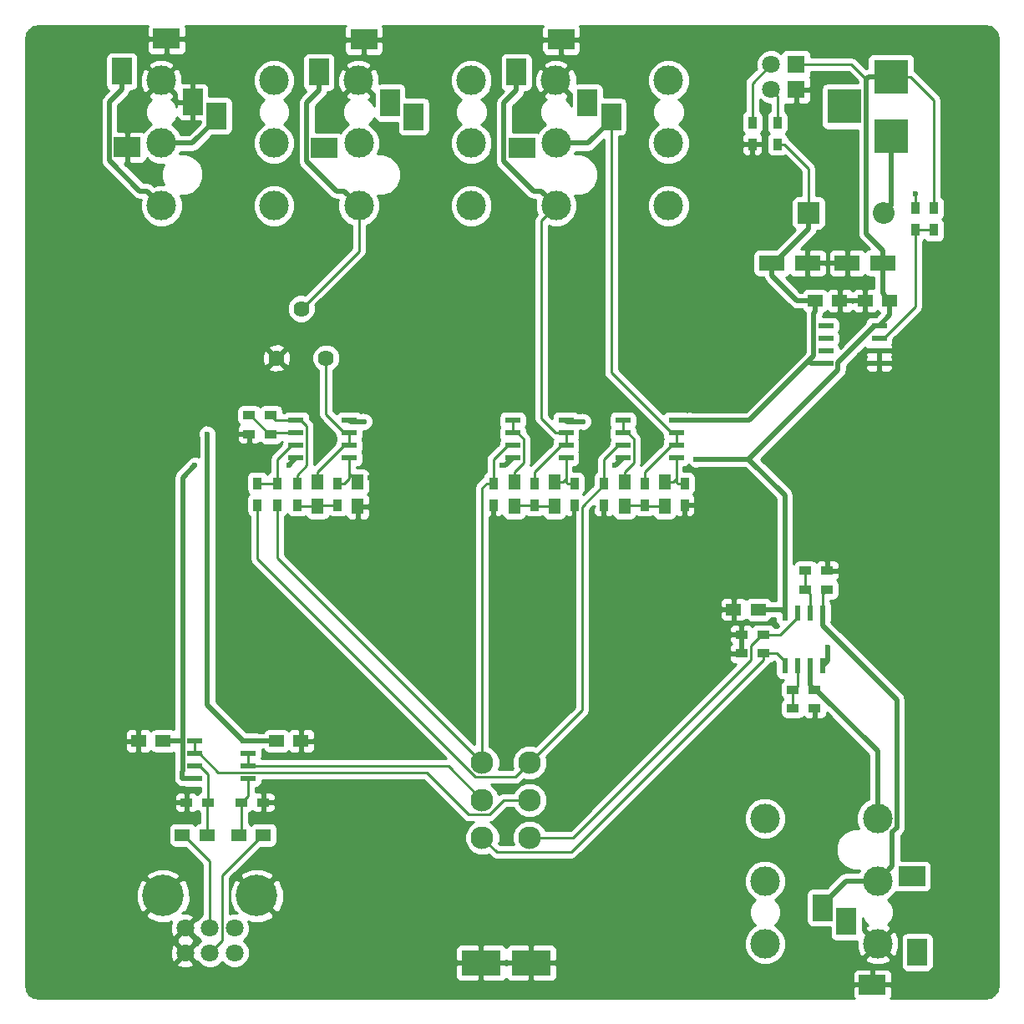
<source format=gbr>
G04 #@! TF.FileFunction,Copper,L1,Top,Signal*
%FSLAX46Y46*%
G04 Gerber Fmt 4.6, Leading zero omitted, Abs format (unit mm)*
G04 Created by KiCad (PCBNEW 4.0.7) date Sun Feb 25 13:05:14 2018*
%MOMM*%
%LPD*%
G01*
G04 APERTURE LIST*
%ADD10C,0.100000*%
%ADD11C,0.600000*%
%ADD12C,3.000000*%
%ADD13R,4.000000X2.500000*%
%ADD14C,2.300000*%
%ADD15R,3.500000X3.500000*%
%ADD16C,1.800000*%
%ADD17C,4.200000*%
%ADD18R,1.500000X1.250000*%
%ADD19R,2.200000X2.200000*%
%ADD20O,2.200000X2.200000*%
%ADD21R,1.200000X0.900000*%
%ADD22R,1.550000X0.600000*%
%ADD23R,0.900000X1.200000*%
%ADD24R,0.600000X1.550000*%
%ADD25R,1.250000X1.500000*%
%ADD26C,1.620000*%
%ADD27R,2.600000X1.600000*%
%ADD28R,2.700000X2.000000*%
%ADD29R,2.000000X2.700000*%
%ADD30R,1.800000X1.800000*%
%ADD31C,0.250000*%
%ADD32C,0.500000*%
%ADD33C,0.254000*%
G04 APERTURE END LIST*
D10*
D11*
X43180000Y-40640000D03*
X43180000Y-50800000D03*
X104140000Y-50800000D03*
X114300000Y-50800000D03*
X134620000Y-40640000D03*
X134620000Y-50800000D03*
X134620000Y-60960000D03*
X134620000Y-71120000D03*
X134620000Y-81280000D03*
X134620000Y-101600000D03*
X134620000Y-91440000D03*
D12*
X103910000Y-41010000D03*
X103910000Y-47360000D03*
X103910000Y-53710000D03*
X92480000Y-41010000D03*
X92510000Y-47360000D03*
X92510000Y-53710000D03*
X83910000Y-41010000D03*
X83910000Y-47360000D03*
X83910000Y-53710000D03*
X72480000Y-41010000D03*
X72510000Y-47360000D03*
X72510000Y-53710000D03*
D13*
X84890000Y-130445000D03*
X89970000Y-130445000D03*
D14*
X85030000Y-117745000D03*
X89830000Y-117745000D03*
X89830000Y-113945000D03*
X85030000Y-113945000D03*
X85030000Y-110145000D03*
X89830000Y-110145000D03*
D15*
X126460000Y-46640000D03*
X126460000Y-40640000D03*
X121760000Y-43640000D03*
D16*
X59920000Y-129445000D03*
X57420000Y-129445000D03*
X54920000Y-129445000D03*
X59920000Y-126945000D03*
X57420000Y-126945000D03*
X54920000Y-126945000D03*
D17*
X62170000Y-123645000D03*
X52670000Y-123645000D03*
D18*
X57130000Y-117475000D03*
X54630000Y-117475000D03*
X60345000Y-117475000D03*
X62845000Y-117475000D03*
X118765000Y-63325000D03*
X121265000Y-63325000D03*
D19*
X118110000Y-54435000D03*
D20*
X125730000Y-54435000D03*
D21*
X57234000Y-114173000D03*
X55034000Y-114173000D03*
X60622000Y-114173000D03*
X62822000Y-114173000D03*
D22*
X55880000Y-107950000D03*
X55880000Y-109220000D03*
X55880000Y-110490000D03*
X55880000Y-111760000D03*
X61280000Y-111760000D03*
X61280000Y-110490000D03*
X61280000Y-109220000D03*
X61280000Y-107950000D03*
X125255000Y-69675000D03*
X125255000Y-68405000D03*
X125255000Y-67135000D03*
X125255000Y-65865000D03*
X119855000Y-65865000D03*
X119855000Y-67135000D03*
X119855000Y-68405000D03*
X119855000Y-69675000D03*
D23*
X128905000Y-53970000D03*
X128905000Y-56170000D03*
X130810000Y-56170000D03*
X130810000Y-53970000D03*
D21*
X119972000Y-90678000D03*
X117772000Y-90678000D03*
X116502000Y-104648000D03*
X118702000Y-104648000D03*
X119972000Y-92583000D03*
X117772000Y-92583000D03*
X118702000Y-102743000D03*
X116502000Y-102743000D03*
D24*
X119507000Y-94963000D03*
X118237000Y-94963000D03*
X116967000Y-94963000D03*
X115697000Y-94963000D03*
X115697000Y-100363000D03*
X116967000Y-100363000D03*
X118237000Y-100363000D03*
X119507000Y-100363000D03*
D22*
X99281000Y-75438000D03*
X99281000Y-76708000D03*
X99281000Y-77978000D03*
X99281000Y-79248000D03*
X104681000Y-79248000D03*
X104681000Y-77978000D03*
X104681000Y-76708000D03*
X104681000Y-75438000D03*
D25*
X99441000Y-84181000D03*
X99441000Y-81681000D03*
X88265000Y-84181000D03*
X88265000Y-81681000D03*
X103505000Y-81681000D03*
X103505000Y-84181000D03*
X92329000Y-81681000D03*
X92329000Y-84181000D03*
X68326000Y-84181000D03*
X68326000Y-81681000D03*
X72390000Y-84181000D03*
X72390000Y-81681000D03*
D18*
X123845000Y-63325000D03*
X126345000Y-63325000D03*
D23*
X64262000Y-81831000D03*
X64262000Y-84031000D03*
X62230000Y-81831000D03*
X62230000Y-84031000D03*
X101473000Y-81831000D03*
X101473000Y-84031000D03*
X90297000Y-81831000D03*
X90297000Y-84031000D03*
X105537000Y-81831000D03*
X105537000Y-84031000D03*
X94361000Y-81831000D03*
X94361000Y-84031000D03*
X66294000Y-84031000D03*
X66294000Y-81831000D03*
X70358000Y-81831000D03*
X70358000Y-84031000D03*
D22*
X88105000Y-75438000D03*
X88105000Y-76708000D03*
X88105000Y-77978000D03*
X88105000Y-79248000D03*
X93505000Y-79248000D03*
X93505000Y-77978000D03*
X93505000Y-76708000D03*
X93505000Y-75438000D03*
X66134000Y-75438000D03*
X66134000Y-76708000D03*
X66134000Y-77978000D03*
X66134000Y-79248000D03*
X71534000Y-79248000D03*
X71534000Y-77978000D03*
X71534000Y-76708000D03*
X71534000Y-75438000D03*
D23*
X97355000Y-81831000D03*
X97355000Y-84031000D03*
D21*
X113495000Y-97155000D03*
X111295000Y-97155000D03*
D23*
X86160000Y-81831000D03*
X86160000Y-84031000D03*
D21*
X113495000Y-99060000D03*
X111295000Y-99060000D03*
D26*
X64175000Y-69135000D03*
X66675000Y-64135000D03*
X69175000Y-69135000D03*
D21*
X63584000Y-74930000D03*
X61384000Y-74930000D03*
X61384000Y-76835000D03*
X63584000Y-76835000D03*
D27*
X114405000Y-59515000D03*
X118005000Y-59515000D03*
X122025000Y-59515000D03*
X125625000Y-59515000D03*
D28*
X93030000Y-36860000D03*
D29*
X88480000Y-40160000D03*
X98080000Y-44660000D03*
X95680000Y-43260000D03*
D28*
X89030000Y-47860000D03*
X73030000Y-36860000D03*
D29*
X68480000Y-40160000D03*
X78080000Y-44660000D03*
X75680000Y-43260000D03*
D28*
X69030000Y-47860000D03*
X53030000Y-36780000D03*
D29*
X48480000Y-40080000D03*
X58080000Y-44580000D03*
X55680000Y-43180000D03*
D28*
X49030000Y-47780000D03*
D12*
X113695000Y-128510000D03*
X113695000Y-122160000D03*
X113695000Y-115810000D03*
X125125000Y-128510000D03*
X125095000Y-122160000D03*
X125095000Y-115810000D03*
X63910000Y-41010000D03*
X63910000Y-47360000D03*
X63910000Y-53710000D03*
X52480000Y-41010000D03*
X52510000Y-47360000D03*
X52510000Y-53710000D03*
D28*
X124575000Y-132660000D03*
D29*
X129125000Y-129360000D03*
X119525000Y-124860000D03*
X121925000Y-126260000D03*
D28*
X128575000Y-121660000D03*
D11*
X43180000Y-60960000D03*
X53340000Y-60960000D03*
X63500000Y-60960000D03*
X73660000Y-60960000D03*
X83820000Y-60960000D03*
X93980000Y-60960000D03*
X104140000Y-60960000D03*
X43180000Y-71120000D03*
X53340000Y-71120000D03*
X63500000Y-71120000D03*
X73660000Y-71120000D03*
X83820000Y-71120000D03*
X93980000Y-71120000D03*
X104140000Y-71120000D03*
X43180000Y-81280000D03*
X53340000Y-81280000D03*
X73660000Y-81280000D03*
X83820000Y-81280000D03*
X93980000Y-91440000D03*
X73660000Y-91440000D03*
X43180000Y-91440000D03*
X83820000Y-91440000D03*
X53340000Y-91440000D03*
X104140000Y-91440000D03*
X60960000Y-91440000D03*
X114300000Y-71120000D03*
X114300000Y-91440000D03*
X124460000Y-81280000D03*
X124460000Y-71120000D03*
X124460000Y-91440000D03*
X43180000Y-101600000D03*
X53340000Y-101600000D03*
X63500000Y-101600000D03*
X83820000Y-101600000D03*
X93980000Y-101600000D03*
X104140000Y-101600000D03*
X114300000Y-101600000D03*
X43180000Y-111760000D03*
X53340000Y-111760000D03*
X93980000Y-111760000D03*
X104140000Y-111760000D03*
X114300000Y-111760000D03*
X43180000Y-121920000D03*
X73660000Y-121920000D03*
X83820000Y-121920000D03*
X93980000Y-121920000D03*
X104140000Y-121920000D03*
X43180000Y-132080000D03*
X53340000Y-132080000D03*
X63500000Y-132080000D03*
X73660000Y-132080000D03*
X93980000Y-132080000D03*
X104140000Y-132080000D03*
X114300000Y-132080000D03*
X134620000Y-132080000D03*
X134620000Y-121920000D03*
X134620000Y-111760000D03*
D23*
X114935000Y-47455000D03*
X114935000Y-45255000D03*
X112395000Y-47455000D03*
X112395000Y-45255000D03*
D18*
X64155000Y-107950000D03*
X66655000Y-107950000D03*
X50185000Y-107950000D03*
X52685000Y-107950000D03*
X110510000Y-94615000D03*
X113010000Y-94615000D03*
D11*
X117475000Y-61595000D03*
X120650000Y-61595000D03*
X123825000Y-61595000D03*
D30*
X116840000Y-41910000D03*
D16*
X114300000Y-41910000D03*
D30*
X116840000Y-39370000D03*
D16*
X114300000Y-39370000D03*
D11*
X57150000Y-76835000D03*
X120015000Y-98425000D03*
X73025000Y-75565000D03*
X95250000Y-75565000D03*
X106045000Y-75438000D03*
X128905000Y-52530000D03*
X55880000Y-80010000D03*
X65405000Y-80010000D03*
X86995000Y-80010000D03*
X98425000Y-80010000D03*
X106680000Y-79375000D03*
D31*
X57234000Y-114173000D02*
X57234000Y-111369000D01*
X57234000Y-111369000D02*
X56355000Y-110490000D01*
X56355000Y-110490000D02*
X55880000Y-110490000D01*
X57130000Y-117475000D02*
X57130000Y-114277000D01*
X57130000Y-114277000D02*
X57234000Y-114173000D01*
X57420000Y-126945000D02*
X57420000Y-120140000D01*
X57420000Y-120140000D02*
X54755000Y-117475000D01*
X54755000Y-117475000D02*
X54630000Y-117475000D01*
X54600000Y-117505000D02*
X54630000Y-117475000D01*
X60622000Y-114173000D02*
X60622000Y-117198000D01*
X60622000Y-117198000D02*
X60345000Y-117475000D01*
X61280000Y-111760000D02*
X61280000Y-113515000D01*
X61280000Y-113515000D02*
X60622000Y-114173000D01*
X57420000Y-129445000D02*
X58645001Y-128219999D01*
X58645001Y-128219999D02*
X58645001Y-121549999D01*
X62845000Y-117475000D02*
X62720000Y-117475000D01*
X62720000Y-117475000D02*
X58645001Y-121549999D01*
X57420000Y-129445000D02*
X57420000Y-128758002D01*
D32*
X126460000Y-48760000D02*
X126460000Y-46640000D01*
X126460000Y-48760000D02*
X126460000Y-53705000D01*
X126460000Y-53705000D02*
X125730000Y-54435000D01*
D31*
X128905000Y-56170000D02*
X128905000Y-63960000D01*
X128905000Y-63960000D02*
X125730000Y-67135000D01*
X125730000Y-67135000D02*
X125255000Y-67135000D01*
X130810000Y-56170000D02*
X128905000Y-56170000D01*
D32*
X52510000Y-53710000D02*
X51010001Y-52210001D01*
X51010001Y-52210001D02*
X50299999Y-52210001D01*
X50299999Y-52210001D02*
X47229999Y-49140001D01*
X47229999Y-49140001D02*
X47229999Y-43180001D01*
X47229999Y-43180001D02*
X48480000Y-41930000D01*
X48480000Y-41930000D02*
X48480000Y-40080000D01*
X52510000Y-47360000D02*
X55650000Y-47360000D01*
X55650000Y-47360000D02*
X58080000Y-44930000D01*
X58080000Y-44930000D02*
X58080000Y-44580000D01*
X125095000Y-122160000D02*
X126594999Y-120660001D01*
X126594999Y-120660001D02*
X126594999Y-117196003D01*
X126594999Y-117196003D02*
X127045001Y-116746001D01*
X127045001Y-116746001D02*
X127045001Y-103776001D01*
X127045001Y-103776001D02*
X119507000Y-96238000D01*
X119507000Y-96238000D02*
X119507000Y-94963000D01*
X125095000Y-122160000D02*
X121875000Y-122160000D01*
X121875000Y-122160000D02*
X119525000Y-124510000D01*
X119525000Y-124510000D02*
X119525000Y-124860000D01*
X119507000Y-95438000D02*
X119507000Y-94963000D01*
D31*
X119507000Y-94963000D02*
X119507000Y-93048000D01*
X119507000Y-93048000D02*
X119972000Y-92583000D01*
D32*
X125095000Y-115810000D02*
X125095000Y-108986000D01*
X125095000Y-108986000D02*
X118852000Y-102743000D01*
X118852000Y-102743000D02*
X118702000Y-102743000D01*
X129125000Y-129360000D02*
X129125000Y-129010000D01*
X118237000Y-100363000D02*
X118237000Y-102278000D01*
X118237000Y-102278000D02*
X118702000Y-102743000D01*
D31*
X118237000Y-94963000D02*
X118237000Y-93048000D01*
X118237000Y-93048000D02*
X117772000Y-92583000D01*
X117772000Y-92583000D02*
X117772000Y-90678000D01*
X116502000Y-102743000D02*
X116652000Y-102743000D01*
X116652000Y-102743000D02*
X116967000Y-102428000D01*
X116967000Y-102428000D02*
X116967000Y-101388000D01*
X116967000Y-101388000D02*
X116967000Y-100363000D01*
X116502000Y-104648000D02*
X116502000Y-102743000D01*
X101473000Y-84031000D02*
X99591000Y-84031000D01*
X99591000Y-84031000D02*
X99441000Y-84181000D01*
X103505000Y-84181000D02*
X101623000Y-84181000D01*
X101623000Y-84181000D02*
X101473000Y-84031000D01*
X99281000Y-76708000D02*
X99756000Y-76708000D01*
X99756000Y-76708000D02*
X100381001Y-77333001D01*
X100381001Y-77333001D02*
X100381001Y-79740999D01*
X100381001Y-79740999D02*
X99441000Y-80681000D01*
X99441000Y-80681000D02*
X99441000Y-81681000D01*
X99281000Y-75438000D02*
X99281000Y-76708000D01*
X90297000Y-84031000D02*
X88415000Y-84031000D01*
X88415000Y-84031000D02*
X88265000Y-84181000D01*
X92329000Y-84181000D02*
X90447000Y-84181000D01*
X90447000Y-84181000D02*
X90297000Y-84031000D01*
X88105000Y-76708000D02*
X88105000Y-75438000D01*
X88265000Y-81681000D02*
X88265000Y-80681000D01*
X88265000Y-80681000D02*
X89205001Y-79740999D01*
X89205001Y-79740999D02*
X89205001Y-77333001D01*
X88580000Y-76708000D02*
X88105000Y-76708000D01*
X89205001Y-77333001D02*
X88580000Y-76708000D01*
X105537000Y-81831000D02*
X104837000Y-81831000D01*
X104837000Y-81831000D02*
X104681000Y-81675000D01*
X104681000Y-81675000D02*
X104681000Y-81380000D01*
X104681000Y-79248000D02*
X104681000Y-81380000D01*
X104681000Y-81380000D02*
X104380000Y-81681000D01*
X104380000Y-81681000D02*
X103505000Y-81681000D01*
X94361000Y-81831000D02*
X93661000Y-81831000D01*
X93661000Y-81831000D02*
X93505000Y-81675000D01*
X93505000Y-81675000D02*
X93505000Y-81380000D01*
X93505000Y-79248000D02*
X93505000Y-81380000D01*
X93505000Y-81380000D02*
X93204000Y-81681000D01*
X93204000Y-81681000D02*
X92329000Y-81681000D01*
X68326000Y-84181000D02*
X66444000Y-84181000D01*
X66444000Y-84181000D02*
X66294000Y-84031000D01*
X70358000Y-84031000D02*
X68476000Y-84031000D01*
X68476000Y-84031000D02*
X68326000Y-84181000D01*
X70358000Y-81831000D02*
X71058000Y-81831000D01*
X71058000Y-81831000D02*
X71534000Y-81355000D01*
X71534000Y-81355000D02*
X71534000Y-80825000D01*
X71534000Y-79248000D02*
X71534000Y-80825000D01*
X71534000Y-80825000D02*
X72390000Y-81681000D01*
X104681000Y-76708000D02*
X104206000Y-76708000D01*
X104206000Y-76708000D02*
X98080000Y-70582000D01*
X98080000Y-70582000D02*
X98080000Y-46260000D01*
X98080000Y-46260000D02*
X98080000Y-44660000D01*
D32*
X92510000Y-47360000D02*
X95730000Y-47360000D01*
X95730000Y-47360000D02*
X98080000Y-45010000D01*
X98080000Y-45010000D02*
X98080000Y-44660000D01*
D31*
X104681000Y-76708000D02*
X105156000Y-76708000D01*
X104681000Y-77978000D02*
X104206000Y-77978000D01*
X104206000Y-77978000D02*
X101473000Y-80711000D01*
X101473000Y-80711000D02*
X101473000Y-80981000D01*
X101473000Y-80981000D02*
X101473000Y-81831000D01*
X104681000Y-76708000D02*
X104681000Y-77978000D01*
X93505000Y-76708000D02*
X92480000Y-76708000D01*
X92480000Y-76708000D02*
X91010001Y-75238001D01*
X91010001Y-75238001D02*
X91010001Y-55209999D01*
X91010001Y-55209999D02*
X92510000Y-53710000D01*
D32*
X92510000Y-53710000D02*
X91010001Y-52210001D01*
X91010001Y-52210001D02*
X90219999Y-52210001D01*
X90219999Y-52210001D02*
X87229999Y-49220001D01*
X87229999Y-43260001D02*
X88480000Y-42010000D01*
X87229999Y-49220001D02*
X87229999Y-43260001D01*
X88480000Y-42010000D02*
X88480000Y-40160000D01*
D31*
X93505000Y-76708000D02*
X93980000Y-76708000D01*
X93505000Y-77978000D02*
X93030000Y-77978000D01*
X90297000Y-80711000D02*
X90297000Y-80981000D01*
X93030000Y-77978000D02*
X90297000Y-80711000D01*
X90297000Y-80981000D02*
X90297000Y-81831000D01*
X93505000Y-76708000D02*
X93505000Y-77978000D01*
X66675000Y-64135000D02*
X72510000Y-58300000D01*
X72510000Y-58300000D02*
X72510000Y-53710000D01*
D32*
X72510000Y-53710000D02*
X71010001Y-52210001D01*
X71010001Y-52210001D02*
X70219999Y-52210001D01*
X70219999Y-52210001D02*
X67229999Y-49220001D01*
X67229999Y-43260001D02*
X68480000Y-42010000D01*
X67229999Y-49220001D02*
X67229999Y-43260001D01*
X68480000Y-42010000D02*
X68480000Y-40160000D01*
D31*
X64262000Y-81831000D02*
X64262000Y-79375000D01*
X64262000Y-79375000D02*
X65659000Y-77978000D01*
X65659000Y-77978000D02*
X66134000Y-77978000D01*
X62230000Y-81831000D02*
X64262000Y-81831000D01*
X66294000Y-81831000D02*
X66294000Y-80981000D01*
X66294000Y-80981000D02*
X67234001Y-80040999D01*
X67234001Y-80040999D02*
X67234001Y-76063001D01*
X67234001Y-76063001D02*
X66609000Y-75438000D01*
X66609000Y-75438000D02*
X66134000Y-75438000D01*
X66134000Y-75438000D02*
X64092000Y-75438000D01*
X64092000Y-75438000D02*
X63584000Y-74930000D01*
D32*
X118629999Y-68924999D02*
X118110000Y-69444998D01*
X118110000Y-69444998D02*
X112116998Y-75438000D01*
X119855000Y-69675000D02*
X118340002Y-69675000D01*
X118340002Y-69675000D02*
X118110000Y-69444998D01*
D31*
X118110000Y-54435000D02*
X118110000Y-49930000D01*
X118110000Y-49930000D02*
X115635000Y-47455000D01*
X115635000Y-47455000D02*
X114935000Y-47455000D01*
D32*
X64155000Y-107950000D02*
X61280000Y-107950000D01*
X61280000Y-107950000D02*
X60805000Y-107950000D01*
X60805000Y-107950000D02*
X57150000Y-104295000D01*
X57150000Y-104295000D02*
X57150000Y-76835000D01*
X120015000Y-98425000D02*
X120015000Y-99855000D01*
X120015000Y-99855000D02*
X119507000Y-100363000D01*
X73025000Y-75565000D02*
X71661000Y-75565000D01*
X71661000Y-75565000D02*
X71534000Y-75438000D01*
X95250000Y-75565000D02*
X93632000Y-75565000D01*
X93632000Y-75565000D02*
X93505000Y-75438000D01*
X112116998Y-75438000D02*
X106045000Y-75438000D01*
X104681000Y-75438000D02*
X106045000Y-75438000D01*
D31*
X128905000Y-52530000D02*
X128905000Y-53970000D01*
D32*
X119855000Y-69675000D02*
X119380000Y-69675000D01*
X118629999Y-68924999D02*
X118629999Y-64585001D01*
X118629999Y-64585001D02*
X118765000Y-64450000D01*
X118765000Y-64450000D02*
X118765000Y-63325000D01*
X114405000Y-59515000D02*
X114405000Y-60815000D01*
X114405000Y-60815000D02*
X116915000Y-63325000D01*
X116915000Y-63325000D02*
X117515000Y-63325000D01*
X117515000Y-63325000D02*
X118765000Y-63325000D01*
X118110000Y-54435000D02*
X118110000Y-56035000D01*
X118110000Y-56035000D02*
X114630000Y-59515000D01*
X114630000Y-59515000D02*
X114405000Y-59515000D01*
X54610000Y-111760000D02*
X54610000Y-111054998D01*
X54610000Y-111054998D02*
X54654999Y-111009999D01*
X55880000Y-111760000D02*
X54610000Y-111760000D01*
D31*
X116840000Y-39370000D02*
X122440002Y-39370000D01*
X122440002Y-39370000D02*
X123960001Y-40889999D01*
D32*
X125625000Y-59515000D02*
X125625000Y-58215000D01*
X125625000Y-58215000D02*
X123960001Y-56550001D01*
X123960001Y-56550001D02*
X123960001Y-40889999D01*
X123960001Y-40889999D02*
X124210000Y-40640000D01*
X124210000Y-40640000D02*
X126460000Y-40640000D01*
D31*
X130810000Y-53970000D02*
X130810000Y-42990000D01*
X130810000Y-42990000D02*
X128460000Y-40640000D01*
X128460000Y-40640000D02*
X126460000Y-40640000D01*
D32*
X113010000Y-94615000D02*
X115349000Y-94615000D01*
X115349000Y-94615000D02*
X115697000Y-94963000D01*
X54654999Y-111009999D02*
X54654999Y-107950000D01*
X54654999Y-107950000D02*
X54654999Y-81235001D01*
X52685000Y-107950000D02*
X54654999Y-107950000D01*
X55880000Y-111760000D02*
X55405000Y-111760000D01*
X54654999Y-81235001D02*
X55880000Y-80010000D01*
X112040002Y-79375000D02*
X115697000Y-83031998D01*
X115697000Y-83031998D02*
X115697000Y-94963000D01*
X65405000Y-80010000D02*
X65405000Y-79977000D01*
X65405000Y-79977000D02*
X66134000Y-79248000D01*
X86995000Y-80010000D02*
X87343000Y-80010000D01*
X87343000Y-80010000D02*
X88105000Y-79248000D01*
X98425000Y-80010000D02*
X98519000Y-80010000D01*
X98519000Y-80010000D02*
X99281000Y-79248000D01*
X125255000Y-65865000D02*
X124780000Y-65865000D01*
X124780000Y-65865000D02*
X121080001Y-69564999D01*
X121080001Y-69564999D02*
X121080001Y-70335001D01*
X121080001Y-70335001D02*
X112040002Y-79375000D01*
X112040002Y-79375000D02*
X106680000Y-79375000D01*
X125625000Y-59515000D02*
X125625000Y-61420000D01*
X125625000Y-61420000D02*
X125625000Y-62605000D01*
X126345000Y-63325000D02*
X126345000Y-64775000D01*
X126345000Y-64775000D02*
X125255000Y-65865000D01*
X125625000Y-62605000D02*
X126345000Y-63325000D01*
D31*
X71534000Y-76708000D02*
X71059000Y-76708000D01*
X71059000Y-76708000D02*
X69175000Y-74824000D01*
X69175000Y-74824000D02*
X69175000Y-70280512D01*
X69175000Y-70280512D02*
X69175000Y-69135000D01*
X71534000Y-76708000D02*
X72009000Y-76708000D01*
X71534000Y-77978000D02*
X71029000Y-77978000D01*
X71029000Y-77978000D02*
X68326000Y-80681000D01*
X68326000Y-80681000D02*
X68326000Y-81681000D01*
X71534000Y-76708000D02*
X71534000Y-77978000D01*
X86160000Y-81831000D02*
X86160000Y-79448000D01*
X86160000Y-79448000D02*
X87630000Y-77978000D01*
X87630000Y-77978000D02*
X88105000Y-77978000D01*
X85030000Y-110145000D02*
X85030000Y-82261000D01*
X85460000Y-81831000D02*
X86160000Y-81831000D01*
X85030000Y-82261000D02*
X85460000Y-81831000D01*
X64262000Y-84031000D02*
X64262000Y-89377000D01*
X64262000Y-89377000D02*
X85030000Y-110145000D01*
X113495000Y-97155000D02*
X113345000Y-97155000D01*
X91456345Y-117745000D02*
X89830000Y-117745000D01*
X113345000Y-97155000D02*
X112220001Y-98279999D01*
X112220001Y-99770001D02*
X94245002Y-117745000D01*
X94245002Y-117745000D02*
X91456345Y-117745000D01*
X112220001Y-98279999D02*
X112220001Y-99770001D01*
X116967000Y-94963000D02*
X116967000Y-95438000D01*
X114345000Y-97155000D02*
X113495000Y-97155000D01*
X116967000Y-95438000D02*
X115250000Y-97155000D01*
X115250000Y-97155000D02*
X114345000Y-97155000D01*
X85030000Y-117745000D02*
X86505001Y-119220001D01*
X86505001Y-119220001D02*
X94034999Y-119220001D01*
X94034999Y-119220001D02*
X113495000Y-99760000D01*
X113495000Y-99760000D02*
X113495000Y-99060000D01*
X113495000Y-99060000D02*
X113345000Y-99060000D01*
X113495000Y-99060000D02*
X114869000Y-99060000D01*
X114869000Y-99060000D02*
X115697000Y-99888000D01*
X115697000Y-99888000D02*
X115697000Y-100363000D01*
X115697000Y-100838000D02*
X115697000Y-100363000D01*
X97355000Y-81831000D02*
X97355000Y-79429000D01*
X98806000Y-77978000D02*
X99281000Y-77978000D01*
X97355000Y-79429000D02*
X98806000Y-77978000D01*
X89830000Y-110145000D02*
X95136001Y-104838999D01*
X95136001Y-104838999D02*
X95136001Y-84199999D01*
X95136001Y-84199999D02*
X97355000Y-81981000D01*
X97355000Y-81981000D02*
X97355000Y-81831000D01*
X89830000Y-110145000D02*
X88354999Y-111620001D01*
X88354999Y-111620001D02*
X84321999Y-111620001D01*
X84321999Y-111620001D02*
X62230000Y-89528002D01*
X62230000Y-89528002D02*
X62230000Y-84881000D01*
X62230000Y-84881000D02*
X62230000Y-84031000D01*
X55880000Y-107950000D02*
X55880000Y-109220000D01*
X89830000Y-113945000D02*
X87213002Y-113945000D01*
X87213002Y-113945000D02*
X85738001Y-115420001D01*
X85738001Y-115420001D02*
X83670001Y-115420001D01*
X83670001Y-115420001D02*
X79375000Y-111125000D01*
X79375000Y-111125000D02*
X79365001Y-111134999D01*
X79365001Y-111134999D02*
X58269999Y-111134999D01*
X58269999Y-111134999D02*
X56355000Y-109220000D01*
X61280000Y-110490000D02*
X81575000Y-110490000D01*
X81575000Y-110490000D02*
X85030000Y-113945000D01*
X61280000Y-110490000D02*
X61280000Y-109220000D01*
X66134000Y-76708000D02*
X63711000Y-76708000D01*
X63711000Y-76708000D02*
X63584000Y-76835000D01*
X61384000Y-74930000D02*
X61534000Y-74930000D01*
X61534000Y-74930000D02*
X63439000Y-76835000D01*
X63439000Y-76835000D02*
X63584000Y-76835000D01*
X114935000Y-45255000D02*
X114935000Y-42545000D01*
X114935000Y-42545000D02*
X114300000Y-41910000D01*
X112395000Y-45255000D02*
X112395000Y-41275000D01*
X112395000Y-41275000D02*
X114300000Y-39370000D01*
D33*
G36*
X51045000Y-35653691D02*
X51045000Y-36494250D01*
X51203750Y-36653000D01*
X52903000Y-36653000D01*
X52903000Y-36633000D01*
X53157000Y-36633000D01*
X53157000Y-36653000D01*
X54856250Y-36653000D01*
X55015000Y-36494250D01*
X55015000Y-35653691D01*
X54938913Y-35470000D01*
X71171975Y-35470000D01*
X71141673Y-35500302D01*
X71045000Y-35733691D01*
X71045000Y-36574250D01*
X71203750Y-36733000D01*
X72903000Y-36733000D01*
X72903000Y-36713000D01*
X73157000Y-36713000D01*
X73157000Y-36733000D01*
X74856250Y-36733000D01*
X75015000Y-36574250D01*
X75015000Y-35733691D01*
X74918327Y-35500302D01*
X74888025Y-35470000D01*
X91171975Y-35470000D01*
X91141673Y-35500302D01*
X91045000Y-35733691D01*
X91045000Y-36574250D01*
X91203750Y-36733000D01*
X92903000Y-36733000D01*
X92903000Y-36713000D01*
X93157000Y-36713000D01*
X93157000Y-36733000D01*
X94856250Y-36733000D01*
X95015000Y-36574250D01*
X95015000Y-35733691D01*
X94918327Y-35500302D01*
X94888025Y-35470000D01*
X135960069Y-35470000D01*
X136518338Y-35581046D01*
X136932333Y-35857669D01*
X137208953Y-36271660D01*
X137320000Y-36829931D01*
X137320000Y-132690069D01*
X137208953Y-133248340D01*
X136932333Y-133662331D01*
X136518338Y-133938954D01*
X135960069Y-134050000D01*
X126433025Y-134050000D01*
X126463327Y-134019698D01*
X126560000Y-133786309D01*
X126560000Y-132945750D01*
X126401250Y-132787000D01*
X124702000Y-132787000D01*
X124702000Y-132807000D01*
X124448000Y-132807000D01*
X124448000Y-132787000D01*
X122748750Y-132787000D01*
X122590000Y-132945750D01*
X122590000Y-133786309D01*
X122686673Y-134019698D01*
X122716975Y-134050000D01*
X40099931Y-134050000D01*
X39541660Y-133938953D01*
X39127669Y-133662333D01*
X38851046Y-133248338D01*
X38740000Y-132690069D01*
X38740000Y-130525159D01*
X54019446Y-130525159D01*
X54105852Y-130781643D01*
X54679336Y-130991458D01*
X55289460Y-130965839D01*
X55734148Y-130781643D01*
X55820554Y-130525159D01*
X54920000Y-129624605D01*
X54019446Y-130525159D01*
X38740000Y-130525159D01*
X38740000Y-129204336D01*
X53373542Y-129204336D01*
X53399161Y-129814460D01*
X53583357Y-130259148D01*
X53839841Y-130345554D01*
X54740395Y-129445000D01*
X53839841Y-128544446D01*
X53583357Y-128630852D01*
X53373542Y-129204336D01*
X38740000Y-129204336D01*
X38740000Y-128025159D01*
X54019446Y-128025159D01*
X54076663Y-128195000D01*
X54019446Y-128364841D01*
X54920000Y-129265395D01*
X55820554Y-128364841D01*
X55763337Y-128195000D01*
X55820554Y-128025159D01*
X54920000Y-127124605D01*
X54019446Y-128025159D01*
X38740000Y-128025159D01*
X38740000Y-125592205D01*
X50902400Y-125592205D01*
X51135358Y-125973318D01*
X52143184Y-126383367D01*
X53231214Y-126376525D01*
X53540318Y-126248490D01*
X53373542Y-126704336D01*
X53399161Y-127314460D01*
X53583357Y-127759148D01*
X53839841Y-127845554D01*
X54740395Y-126945000D01*
X54726253Y-126930858D01*
X54905858Y-126751253D01*
X54920000Y-126765395D01*
X55820554Y-125864841D01*
X55734148Y-125608357D01*
X55160664Y-125398542D01*
X54625617Y-125421009D01*
X54617207Y-125412599D01*
X54998318Y-125179642D01*
X55408367Y-124171816D01*
X55401525Y-123083786D01*
X54998318Y-122110358D01*
X54617205Y-121877400D01*
X52849605Y-123645000D01*
X52863748Y-123659143D01*
X52684143Y-123838748D01*
X52670000Y-123824605D01*
X50902400Y-125592205D01*
X38740000Y-125592205D01*
X38740000Y-123118184D01*
X49931633Y-123118184D01*
X49938475Y-124206214D01*
X50341682Y-125179642D01*
X50722795Y-125412600D01*
X52490395Y-123645000D01*
X50722795Y-121877400D01*
X50341682Y-122110358D01*
X49931633Y-123118184D01*
X38740000Y-123118184D01*
X38740000Y-121697795D01*
X50902400Y-121697795D01*
X52670000Y-123465395D01*
X54437600Y-121697795D01*
X54204642Y-121316682D01*
X53196816Y-120906633D01*
X52108786Y-120913475D01*
X51135358Y-121316682D01*
X50902400Y-121697795D01*
X38740000Y-121697795D01*
X38740000Y-114458750D01*
X53799000Y-114458750D01*
X53799000Y-114749310D01*
X53895673Y-114982699D01*
X54074302Y-115161327D01*
X54307691Y-115258000D01*
X54748250Y-115258000D01*
X54907000Y-115099250D01*
X54907000Y-114300000D01*
X53957750Y-114300000D01*
X53799000Y-114458750D01*
X38740000Y-114458750D01*
X38740000Y-113596690D01*
X53799000Y-113596690D01*
X53799000Y-113887250D01*
X53957750Y-114046000D01*
X54907000Y-114046000D01*
X54907000Y-113246750D01*
X54748250Y-113088000D01*
X54307691Y-113088000D01*
X54074302Y-113184673D01*
X53895673Y-113363301D01*
X53799000Y-113596690D01*
X38740000Y-113596690D01*
X38740000Y-108235750D01*
X48800000Y-108235750D01*
X48800000Y-108701310D01*
X48896673Y-108934699D01*
X49075302Y-109113327D01*
X49308691Y-109210000D01*
X49899250Y-109210000D01*
X50058000Y-109051250D01*
X50058000Y-108077000D01*
X48958750Y-108077000D01*
X48800000Y-108235750D01*
X38740000Y-108235750D01*
X38740000Y-107198690D01*
X48800000Y-107198690D01*
X48800000Y-107664250D01*
X48958750Y-107823000D01*
X50058000Y-107823000D01*
X50058000Y-106848750D01*
X50312000Y-106848750D01*
X50312000Y-107823000D01*
X50332000Y-107823000D01*
X50332000Y-108077000D01*
X50312000Y-108077000D01*
X50312000Y-109051250D01*
X50470750Y-109210000D01*
X51061309Y-109210000D01*
X51294698Y-109113327D01*
X51435936Y-108972090D01*
X51470910Y-109026441D01*
X51683110Y-109171431D01*
X51935000Y-109222440D01*
X53435000Y-109222440D01*
X53670317Y-109178162D01*
X53769999Y-109114018D01*
X53769999Y-110828773D01*
X53724999Y-111054998D01*
X53725000Y-111055003D01*
X53725000Y-111760000D01*
X53792367Y-112098675D01*
X53984210Y-112385790D01*
X54271325Y-112577633D01*
X54610000Y-112645000D01*
X54836380Y-112645000D01*
X54853110Y-112656431D01*
X55105000Y-112707440D01*
X56474000Y-112707440D01*
X56474000Y-113105666D01*
X56398683Y-113119838D01*
X56182559Y-113258910D01*
X56136031Y-113327006D01*
X55993698Y-113184673D01*
X55760309Y-113088000D01*
X55319750Y-113088000D01*
X55161000Y-113246750D01*
X55161000Y-114046000D01*
X55181000Y-114046000D01*
X55181000Y-114300000D01*
X55161000Y-114300000D01*
X55161000Y-115099250D01*
X55319750Y-115258000D01*
X55760309Y-115258000D01*
X55993698Y-115161327D01*
X56134936Y-115020090D01*
X56169910Y-115074441D01*
X56370000Y-115211157D01*
X56370000Y-116204442D01*
X56144683Y-116246838D01*
X55928559Y-116385910D01*
X55880866Y-116455711D01*
X55844090Y-116398559D01*
X55631890Y-116253569D01*
X55380000Y-116202560D01*
X53880000Y-116202560D01*
X53644683Y-116246838D01*
X53428559Y-116385910D01*
X53283569Y-116598110D01*
X53232560Y-116850000D01*
X53232560Y-118100000D01*
X53276838Y-118335317D01*
X53415910Y-118551441D01*
X53628110Y-118696431D01*
X53880000Y-118747440D01*
X54952638Y-118747440D01*
X56660000Y-120454802D01*
X56660000Y-125598154D01*
X56551629Y-125642932D01*
X56119449Y-126074357D01*
X56115706Y-126083372D01*
X56000159Y-126044446D01*
X55099605Y-126945000D01*
X56000159Y-127845554D01*
X56115214Y-127806793D01*
X56117932Y-127813371D01*
X56499182Y-128195288D01*
X56119449Y-128574357D01*
X56115706Y-128583372D01*
X56000159Y-128544446D01*
X55099605Y-129445000D01*
X56000159Y-130345554D01*
X56115214Y-130306793D01*
X56117932Y-130313371D01*
X56549357Y-130745551D01*
X57113330Y-130979733D01*
X57723991Y-130980265D01*
X58288371Y-130747068D01*
X58670288Y-130365818D01*
X59049357Y-130745551D01*
X59613330Y-130979733D01*
X60223991Y-130980265D01*
X60788371Y-130747068D01*
X60804717Y-130730750D01*
X82255000Y-130730750D01*
X82255000Y-131821310D01*
X82351673Y-132054699D01*
X82530302Y-132233327D01*
X82763691Y-132330000D01*
X84604250Y-132330000D01*
X84763000Y-132171250D01*
X84763000Y-130572000D01*
X85017000Y-130572000D01*
X85017000Y-132171250D01*
X85175750Y-132330000D01*
X87016309Y-132330000D01*
X87249698Y-132233327D01*
X87428327Y-132054699D01*
X87430000Y-132050660D01*
X87431673Y-132054699D01*
X87610302Y-132233327D01*
X87843691Y-132330000D01*
X89684250Y-132330000D01*
X89843000Y-132171250D01*
X89843000Y-130572000D01*
X90097000Y-130572000D01*
X90097000Y-132171250D01*
X90255750Y-132330000D01*
X92096309Y-132330000D01*
X92329698Y-132233327D01*
X92508327Y-132054699D01*
X92605000Y-131821310D01*
X92605000Y-131533691D01*
X122590000Y-131533691D01*
X122590000Y-132374250D01*
X122748750Y-132533000D01*
X124448000Y-132533000D01*
X124448000Y-131183750D01*
X124702000Y-131183750D01*
X124702000Y-132533000D01*
X126401250Y-132533000D01*
X126560000Y-132374250D01*
X126560000Y-131533691D01*
X126463327Y-131300302D01*
X126284699Y-131121673D01*
X126051310Y-131025000D01*
X124860750Y-131025000D01*
X124702000Y-131183750D01*
X124448000Y-131183750D01*
X124289250Y-131025000D01*
X123098690Y-131025000D01*
X122865301Y-131121673D01*
X122686673Y-131300302D01*
X122590000Y-131533691D01*
X92605000Y-131533691D01*
X92605000Y-130730750D01*
X92446250Y-130572000D01*
X90097000Y-130572000D01*
X89843000Y-130572000D01*
X87493750Y-130572000D01*
X87430000Y-130635750D01*
X87366250Y-130572000D01*
X85017000Y-130572000D01*
X84763000Y-130572000D01*
X82413750Y-130572000D01*
X82255000Y-130730750D01*
X60804717Y-130730750D01*
X61220551Y-130315643D01*
X61454733Y-129751670D01*
X61455265Y-129141009D01*
X61425384Y-129068690D01*
X82255000Y-129068690D01*
X82255000Y-130159250D01*
X82413750Y-130318000D01*
X84763000Y-130318000D01*
X84763000Y-128718750D01*
X85017000Y-128718750D01*
X85017000Y-130318000D01*
X87366250Y-130318000D01*
X87430000Y-130254250D01*
X87493750Y-130318000D01*
X89843000Y-130318000D01*
X89843000Y-128718750D01*
X90097000Y-128718750D01*
X90097000Y-130318000D01*
X92446250Y-130318000D01*
X92605000Y-130159250D01*
X92605000Y-129068690D01*
X92508327Y-128835301D01*
X92329698Y-128656673D01*
X92096309Y-128560000D01*
X90255750Y-128560000D01*
X90097000Y-128718750D01*
X89843000Y-128718750D01*
X89684250Y-128560000D01*
X87843691Y-128560000D01*
X87610302Y-128656673D01*
X87431673Y-128835301D01*
X87430000Y-128839340D01*
X87428327Y-128835301D01*
X87249698Y-128656673D01*
X87016309Y-128560000D01*
X85175750Y-128560000D01*
X85017000Y-128718750D01*
X84763000Y-128718750D01*
X84604250Y-128560000D01*
X82763691Y-128560000D01*
X82530302Y-128656673D01*
X82351673Y-128835301D01*
X82255000Y-129068690D01*
X61425384Y-129068690D01*
X61222068Y-128576629D01*
X60840818Y-128194712D01*
X61220551Y-127815643D01*
X61454733Y-127251670D01*
X61455265Y-126641009D01*
X61289320Y-126239392D01*
X61643184Y-126383367D01*
X62731214Y-126376525D01*
X63704642Y-125973318D01*
X63937600Y-125592205D01*
X62170000Y-123824605D01*
X62155858Y-123838748D01*
X61976253Y-123659143D01*
X61990395Y-123645000D01*
X62349605Y-123645000D01*
X64117205Y-125412600D01*
X64498318Y-125179642D01*
X64908367Y-124171816D01*
X64901525Y-123083786D01*
X64694017Y-122582815D01*
X111559630Y-122582815D01*
X111883980Y-123367800D01*
X112484041Y-123968909D01*
X112653631Y-124039329D01*
X112309722Y-124382637D01*
X112060284Y-124983352D01*
X112059716Y-125633795D01*
X112308106Y-126234943D01*
X112688360Y-126615862D01*
X112487200Y-126698980D01*
X111886091Y-127299041D01*
X111560372Y-128083459D01*
X111559630Y-128932815D01*
X111883980Y-129717800D01*
X112484041Y-130318909D01*
X113268459Y-130644628D01*
X114117815Y-130645370D01*
X114902800Y-130321020D01*
X115200368Y-130023970D01*
X123790635Y-130023970D01*
X123950418Y-130342739D01*
X124741187Y-130652723D01*
X125590387Y-130636497D01*
X126299582Y-130342739D01*
X126459365Y-130023970D01*
X125125000Y-128689605D01*
X123790635Y-130023970D01*
X115200368Y-130023970D01*
X115503909Y-129720959D01*
X115829628Y-128936541D01*
X115830370Y-128087185D01*
X115506020Y-127302200D01*
X114905959Y-126701091D01*
X114700996Y-126615983D01*
X115080278Y-126237363D01*
X115329716Y-125636648D01*
X115330284Y-124986205D01*
X115081894Y-124385057D01*
X114736977Y-124039537D01*
X114902800Y-123971020D01*
X115503909Y-123370959D01*
X115829628Y-122586541D01*
X115830370Y-121737185D01*
X115506020Y-120952200D01*
X114905959Y-120351091D01*
X114121541Y-120025372D01*
X113272185Y-120024630D01*
X112487200Y-120348980D01*
X111886091Y-120949041D01*
X111560372Y-121733459D01*
X111559630Y-122582815D01*
X64694017Y-122582815D01*
X64498318Y-122110358D01*
X64117205Y-121877400D01*
X62349605Y-123645000D01*
X61990395Y-123645000D01*
X60222795Y-121877400D01*
X59841682Y-122110358D01*
X59431633Y-123118184D01*
X59438475Y-124206214D01*
X59841682Y-125179642D01*
X60218967Y-125410260D01*
X59616009Y-125409735D01*
X59405001Y-125496922D01*
X59405001Y-121864801D01*
X59572007Y-121697795D01*
X60402400Y-121697795D01*
X62170000Y-123465395D01*
X63937600Y-121697795D01*
X63704642Y-121316682D01*
X62696816Y-120906633D01*
X61608786Y-120913475D01*
X60635358Y-121316682D01*
X60402400Y-121697795D01*
X59572007Y-121697795D01*
X62522362Y-118747440D01*
X63595000Y-118747440D01*
X63830317Y-118703162D01*
X64046441Y-118564090D01*
X64191431Y-118351890D01*
X64242440Y-118100000D01*
X64242440Y-116850000D01*
X64198162Y-116614683D01*
X64059090Y-116398559D01*
X63846890Y-116253569D01*
X63595000Y-116202560D01*
X62095000Y-116202560D01*
X61859683Y-116246838D01*
X61643559Y-116385910D01*
X61595866Y-116455711D01*
X61559090Y-116398559D01*
X61382000Y-116277559D01*
X61382000Y-115240334D01*
X61457317Y-115226162D01*
X61673441Y-115087090D01*
X61719969Y-115018994D01*
X61862302Y-115161327D01*
X62095691Y-115258000D01*
X62536250Y-115258000D01*
X62695000Y-115099250D01*
X62695000Y-114300000D01*
X62949000Y-114300000D01*
X62949000Y-115099250D01*
X63107750Y-115258000D01*
X63548309Y-115258000D01*
X63781698Y-115161327D01*
X63960327Y-114982699D01*
X64057000Y-114749310D01*
X64057000Y-114458750D01*
X63898250Y-114300000D01*
X62949000Y-114300000D01*
X62695000Y-114300000D01*
X62675000Y-114300000D01*
X62675000Y-114046000D01*
X62695000Y-114046000D01*
X62695000Y-113246750D01*
X62949000Y-113246750D01*
X62949000Y-114046000D01*
X63898250Y-114046000D01*
X64057000Y-113887250D01*
X64057000Y-113596690D01*
X63960327Y-113363301D01*
X63781698Y-113184673D01*
X63548309Y-113088000D01*
X63107750Y-113088000D01*
X62949000Y-113246750D01*
X62695000Y-113246750D01*
X62536250Y-113088000D01*
X62095691Y-113088000D01*
X62040000Y-113111068D01*
X62040000Y-112707440D01*
X62055000Y-112707440D01*
X62290317Y-112663162D01*
X62506441Y-112524090D01*
X62651431Y-112311890D01*
X62702440Y-112060000D01*
X62702440Y-111894999D01*
X79070197Y-111894999D01*
X83132600Y-115957402D01*
X83379162Y-116122149D01*
X83670001Y-116180001D01*
X84143308Y-116180001D01*
X84020200Y-116230868D01*
X83517633Y-116732559D01*
X83245311Y-117388384D01*
X83244691Y-118098501D01*
X83515868Y-118754800D01*
X84017559Y-119257367D01*
X84673384Y-119529689D01*
X85383501Y-119530309D01*
X85636125Y-119425927D01*
X85967600Y-119757402D01*
X86214161Y-119922149D01*
X86262415Y-119931747D01*
X86505001Y-119980001D01*
X94034999Y-119980001D01*
X94325838Y-119922149D01*
X94572400Y-119757402D01*
X98096987Y-116232815D01*
X111559630Y-116232815D01*
X111883980Y-117017800D01*
X112484041Y-117618909D01*
X113268459Y-117944628D01*
X114117815Y-117945370D01*
X114902800Y-117621020D01*
X115503909Y-117020959D01*
X115829628Y-116236541D01*
X115830370Y-115387185D01*
X115506020Y-114602200D01*
X114905959Y-114001091D01*
X114121541Y-113675372D01*
X113272185Y-113674630D01*
X112487200Y-113998980D01*
X111886091Y-114599041D01*
X111560372Y-115383459D01*
X111559630Y-116232815D01*
X98096987Y-116232815D01*
X114032401Y-100297401D01*
X114130367Y-100150785D01*
X114330317Y-100113162D01*
X114546441Y-99974090D01*
X114612138Y-99877940D01*
X114749560Y-100015362D01*
X114749560Y-101138000D01*
X114793838Y-101373317D01*
X114932910Y-101589441D01*
X115145110Y-101734431D01*
X115397000Y-101785440D01*
X115518113Y-101785440D01*
X115450559Y-101828910D01*
X115305569Y-102041110D01*
X115254560Y-102293000D01*
X115254560Y-103193000D01*
X115298838Y-103428317D01*
X115437910Y-103644441D01*
X115511479Y-103694709D01*
X115450559Y-103733910D01*
X115305569Y-103946110D01*
X115254560Y-104198000D01*
X115254560Y-105098000D01*
X115298838Y-105333317D01*
X115437910Y-105549441D01*
X115650110Y-105694431D01*
X115902000Y-105745440D01*
X117102000Y-105745440D01*
X117337317Y-105701162D01*
X117553441Y-105562090D01*
X117599969Y-105493994D01*
X117742302Y-105636327D01*
X117975691Y-105733000D01*
X118416250Y-105733000D01*
X118575000Y-105574250D01*
X118575000Y-104775000D01*
X118555000Y-104775000D01*
X118555000Y-104521000D01*
X118575000Y-104521000D01*
X118575000Y-104501000D01*
X118829000Y-104501000D01*
X118829000Y-104521000D01*
X118849000Y-104521000D01*
X118849000Y-104775000D01*
X118829000Y-104775000D01*
X118829000Y-105574250D01*
X118987750Y-105733000D01*
X119428309Y-105733000D01*
X119661698Y-105636327D01*
X119840327Y-105457699D01*
X119937000Y-105224310D01*
X119937000Y-105079580D01*
X124210000Y-109352579D01*
X124210000Y-113865601D01*
X123887200Y-113998980D01*
X123286091Y-114599041D01*
X122960372Y-115383459D01*
X122959630Y-116232815D01*
X123204392Y-116825182D01*
X122572185Y-116824630D01*
X121787200Y-117148980D01*
X121186091Y-117749041D01*
X120860372Y-118533459D01*
X120859630Y-119382815D01*
X121183980Y-120167800D01*
X121784041Y-120768909D01*
X122568459Y-121094628D01*
X123225400Y-121095202D01*
X123150741Y-121275000D01*
X121875005Y-121275000D01*
X121875000Y-121274999D01*
X121592516Y-121331190D01*
X121536325Y-121342367D01*
X121249210Y-121534210D01*
X121249208Y-121534213D01*
X119920860Y-122862560D01*
X118525000Y-122862560D01*
X118289683Y-122906838D01*
X118073559Y-123045910D01*
X117928569Y-123258110D01*
X117877560Y-123510000D01*
X117877560Y-126210000D01*
X117921838Y-126445317D01*
X118060910Y-126661441D01*
X118273110Y-126806431D01*
X118525000Y-126857440D01*
X120277560Y-126857440D01*
X120277560Y-127610000D01*
X120321838Y-127845317D01*
X120460910Y-128061441D01*
X120673110Y-128206431D01*
X120925000Y-128257440D01*
X122925000Y-128257440D01*
X122984571Y-128246231D01*
X122998503Y-128975387D01*
X123292261Y-129684582D01*
X123611030Y-129844365D01*
X124945395Y-128510000D01*
X125304605Y-128510000D01*
X126638970Y-129844365D01*
X126957739Y-129684582D01*
X127267723Y-128893813D01*
X127251497Y-128044613D01*
X127237160Y-128010000D01*
X127477560Y-128010000D01*
X127477560Y-130710000D01*
X127521838Y-130945317D01*
X127660910Y-131161441D01*
X127873110Y-131306431D01*
X128125000Y-131357440D01*
X130125000Y-131357440D01*
X130360317Y-131313162D01*
X130576441Y-131174090D01*
X130721431Y-130961890D01*
X130772440Y-130710000D01*
X130772440Y-128010000D01*
X130728162Y-127774683D01*
X130589090Y-127558559D01*
X130376890Y-127413569D01*
X130125000Y-127362560D01*
X128125000Y-127362560D01*
X127889683Y-127406838D01*
X127673559Y-127545910D01*
X127528569Y-127758110D01*
X127477560Y-128010000D01*
X127237160Y-128010000D01*
X126957739Y-127335418D01*
X126638970Y-127175635D01*
X125304605Y-128510000D01*
X124945395Y-128510000D01*
X123611030Y-127175635D01*
X123572440Y-127194978D01*
X123572440Y-125906607D01*
X123708106Y-126234943D01*
X124091369Y-126618877D01*
X123950418Y-126677261D01*
X123790635Y-126996030D01*
X125125000Y-128330395D01*
X126459365Y-126996030D01*
X126299582Y-126677261D01*
X126112913Y-126604086D01*
X126480278Y-126237363D01*
X126729716Y-125636648D01*
X126730284Y-124986205D01*
X126481894Y-124385057D01*
X126136977Y-124039537D01*
X126302800Y-123971020D01*
X126903909Y-123370959D01*
X126956249Y-123244910D01*
X126973110Y-123256431D01*
X127225000Y-123307440D01*
X129925000Y-123307440D01*
X130160317Y-123263162D01*
X130376441Y-123124090D01*
X130521431Y-122911890D01*
X130572440Y-122660000D01*
X130572440Y-120660000D01*
X130528162Y-120424683D01*
X130389090Y-120208559D01*
X130176890Y-120063569D01*
X129925000Y-120012560D01*
X127479999Y-120012560D01*
X127479999Y-117562582D01*
X127670788Y-117371793D01*
X127670791Y-117371791D01*
X127862634Y-117084676D01*
X127891890Y-116937599D01*
X127930002Y-116746001D01*
X127930001Y-116745996D01*
X127930001Y-103776006D01*
X127930002Y-103776001D01*
X127862634Y-103437326D01*
X127816839Y-103368789D01*
X127670791Y-103150211D01*
X127670788Y-103150209D01*
X120421457Y-95900877D01*
X120454440Y-95738000D01*
X120454440Y-94188000D01*
X120410162Y-93952683D01*
X120271090Y-93736559D01*
X120267000Y-93733764D01*
X120267000Y-93680440D01*
X120572000Y-93680440D01*
X120807317Y-93636162D01*
X121023441Y-93497090D01*
X121168431Y-93284890D01*
X121219440Y-93033000D01*
X121219440Y-92133000D01*
X121175162Y-91897683D01*
X121036090Y-91681559D01*
X120965024Y-91633001D01*
X121110327Y-91487699D01*
X121207000Y-91254310D01*
X121207000Y-90963750D01*
X121048250Y-90805000D01*
X120099000Y-90805000D01*
X120099000Y-90825000D01*
X119845000Y-90825000D01*
X119845000Y-90805000D01*
X119825000Y-90805000D01*
X119825000Y-90551000D01*
X119845000Y-90551000D01*
X119845000Y-89751750D01*
X120099000Y-89751750D01*
X120099000Y-90551000D01*
X121048250Y-90551000D01*
X121207000Y-90392250D01*
X121207000Y-90101690D01*
X121110327Y-89868301D01*
X120931698Y-89689673D01*
X120698309Y-89593000D01*
X120257750Y-89593000D01*
X120099000Y-89751750D01*
X119845000Y-89751750D01*
X119686250Y-89593000D01*
X119245691Y-89593000D01*
X119012302Y-89689673D01*
X118871064Y-89830910D01*
X118836090Y-89776559D01*
X118623890Y-89631569D01*
X118372000Y-89580560D01*
X117172000Y-89580560D01*
X116936683Y-89624838D01*
X116720559Y-89763910D01*
X116582000Y-89966698D01*
X116582000Y-83032003D01*
X116582001Y-83031998D01*
X116514633Y-82693323D01*
X116446263Y-82591000D01*
X116322790Y-82406208D01*
X116322787Y-82406206D01*
X113291582Y-79375000D01*
X121705788Y-70960793D01*
X121705791Y-70960791D01*
X121897634Y-70673676D01*
X121919274Y-70564886D01*
X121965002Y-70335001D01*
X121965001Y-70334996D01*
X121965001Y-69960750D01*
X123845000Y-69960750D01*
X123845000Y-70101310D01*
X123941673Y-70334699D01*
X124120302Y-70513327D01*
X124353691Y-70610000D01*
X124969250Y-70610000D01*
X125128000Y-70451250D01*
X125128000Y-69802000D01*
X125382000Y-69802000D01*
X125382000Y-70451250D01*
X125540750Y-70610000D01*
X126156309Y-70610000D01*
X126389698Y-70513327D01*
X126568327Y-70334699D01*
X126665000Y-70101310D01*
X126665000Y-69960750D01*
X126506250Y-69802000D01*
X125382000Y-69802000D01*
X125128000Y-69802000D01*
X124003750Y-69802000D01*
X123845000Y-69960750D01*
X121965001Y-69960750D01*
X121965001Y-69931579D01*
X123205829Y-68690750D01*
X123845000Y-68690750D01*
X123845000Y-68831310D01*
X123931442Y-69040000D01*
X123845000Y-69248690D01*
X123845000Y-69389250D01*
X124003750Y-69548000D01*
X125128000Y-69548000D01*
X125128000Y-68532000D01*
X125382000Y-68532000D01*
X125382000Y-69548000D01*
X126506250Y-69548000D01*
X126665000Y-69389250D01*
X126665000Y-69248690D01*
X126578558Y-69040000D01*
X126665000Y-68831310D01*
X126665000Y-68690750D01*
X126506250Y-68532000D01*
X125382000Y-68532000D01*
X125128000Y-68532000D01*
X124003750Y-68532000D01*
X123845000Y-68690750D01*
X123205829Y-68690750D01*
X123845000Y-68051579D01*
X123845000Y-68119250D01*
X124003750Y-68278000D01*
X125128000Y-68278000D01*
X125128000Y-68258000D01*
X125382000Y-68258000D01*
X125382000Y-68278000D01*
X126506250Y-68278000D01*
X126665000Y-68119250D01*
X126665000Y-67978690D01*
X126575194Y-67761878D01*
X126626431Y-67686890D01*
X126677440Y-67435000D01*
X126677440Y-67262362D01*
X129442401Y-64497401D01*
X129607148Y-64250839D01*
X129665000Y-63960000D01*
X129665000Y-57325105D01*
X129806441Y-57234090D01*
X129856709Y-57160521D01*
X129895910Y-57221441D01*
X130108110Y-57366431D01*
X130360000Y-57417440D01*
X131260000Y-57417440D01*
X131495317Y-57373162D01*
X131711441Y-57234090D01*
X131856431Y-57021890D01*
X131907440Y-56770000D01*
X131907440Y-55570000D01*
X131863162Y-55334683D01*
X131724090Y-55118559D01*
X131654289Y-55070866D01*
X131711441Y-55034090D01*
X131856431Y-54821890D01*
X131907440Y-54570000D01*
X131907440Y-53370000D01*
X131863162Y-53134683D01*
X131724090Y-52918559D01*
X131570000Y-52813274D01*
X131570000Y-42990000D01*
X131512148Y-42699161D01*
X131347401Y-42452599D01*
X128997401Y-40102599D01*
X128857440Y-40009080D01*
X128857440Y-38890000D01*
X128813162Y-38654683D01*
X128674090Y-38438559D01*
X128461890Y-38293569D01*
X128210000Y-38242560D01*
X124710000Y-38242560D01*
X124474683Y-38286838D01*
X124258559Y-38425910D01*
X124113569Y-38638110D01*
X124062560Y-38890000D01*
X124062560Y-39784327D01*
X123951269Y-39806465D01*
X122977403Y-38832599D01*
X122730841Y-38667852D01*
X122440002Y-38610000D01*
X118387440Y-38610000D01*
X118387440Y-38470000D01*
X118343162Y-38234683D01*
X118204090Y-38018559D01*
X117991890Y-37873569D01*
X117740000Y-37822560D01*
X115940000Y-37822560D01*
X115704683Y-37866838D01*
X115488559Y-38005910D01*
X115343569Y-38218110D01*
X115339433Y-38238534D01*
X115170643Y-38069449D01*
X114606670Y-37835267D01*
X113996009Y-37834735D01*
X113431629Y-38067932D01*
X112999449Y-38499357D01*
X112765267Y-39063330D01*
X112764735Y-39673991D01*
X112810485Y-39784713D01*
X111857599Y-40737599D01*
X111692852Y-40984161D01*
X111635000Y-41275000D01*
X111635000Y-44099895D01*
X111493559Y-44190910D01*
X111348569Y-44403110D01*
X111297560Y-44655000D01*
X111297560Y-45855000D01*
X111341838Y-46090317D01*
X111480910Y-46306441D01*
X111549006Y-46352969D01*
X111406673Y-46495302D01*
X111310000Y-46728691D01*
X111310000Y-47169250D01*
X111468750Y-47328000D01*
X112268000Y-47328000D01*
X112268000Y-47308000D01*
X112522000Y-47308000D01*
X112522000Y-47328000D01*
X113321250Y-47328000D01*
X113480000Y-47169250D01*
X113480000Y-46728691D01*
X113383327Y-46495302D01*
X113242090Y-46354064D01*
X113296441Y-46319090D01*
X113441431Y-46106890D01*
X113492440Y-45855000D01*
X113492440Y-44655000D01*
X113448162Y-44419683D01*
X113309090Y-44203559D01*
X113155000Y-44098274D01*
X113155000Y-42935714D01*
X113429357Y-43210551D01*
X113993330Y-43444733D01*
X114175000Y-43444891D01*
X114175000Y-44099895D01*
X114033559Y-44190910D01*
X113888569Y-44403110D01*
X113837560Y-44655000D01*
X113837560Y-45855000D01*
X113881838Y-46090317D01*
X114020910Y-46306441D01*
X114090711Y-46354134D01*
X114033559Y-46390910D01*
X113888569Y-46603110D01*
X113837560Y-46855000D01*
X113837560Y-48055000D01*
X113881838Y-48290317D01*
X114020910Y-48506441D01*
X114233110Y-48651431D01*
X114485000Y-48702440D01*
X115385000Y-48702440D01*
X115620317Y-48658162D01*
X115707354Y-48602156D01*
X117350000Y-50244802D01*
X117350000Y-52687560D01*
X117010000Y-52687560D01*
X116774683Y-52731838D01*
X116558559Y-52870910D01*
X116413569Y-53083110D01*
X116362560Y-53335000D01*
X116362560Y-55535000D01*
X116406838Y-55770317D01*
X116545910Y-55986441D01*
X116758110Y-56131431D01*
X116761336Y-56132084D01*
X114825860Y-58067560D01*
X113105000Y-58067560D01*
X112869683Y-58111838D01*
X112653559Y-58250910D01*
X112508569Y-58463110D01*
X112457560Y-58715000D01*
X112457560Y-60315000D01*
X112501838Y-60550317D01*
X112640910Y-60766441D01*
X112853110Y-60911431D01*
X113105000Y-60962440D01*
X113549327Y-60962440D01*
X113572976Y-61081325D01*
X113587367Y-61153675D01*
X113765319Y-61420000D01*
X113779210Y-61440790D01*
X116289208Y-63950787D01*
X116289210Y-63950790D01*
X116576325Y-64142633D01*
X116609390Y-64149210D01*
X116915000Y-64210001D01*
X116915005Y-64210000D01*
X117427721Y-64210000D01*
X117550910Y-64401441D01*
X117753919Y-64540151D01*
X117744998Y-64585001D01*
X117744999Y-64585006D01*
X117744999Y-68558420D01*
X117484210Y-68819208D01*
X117484208Y-68819211D01*
X111750418Y-74553000D01*
X106351822Y-74553000D01*
X106231799Y-74503162D01*
X105859833Y-74502838D01*
X105738431Y-74553000D01*
X105724620Y-74553000D01*
X105707890Y-74541569D01*
X105456000Y-74490560D01*
X103906000Y-74490560D01*
X103670683Y-74534838D01*
X103454559Y-74673910D01*
X103370190Y-74797388D01*
X98840000Y-70267198D01*
X98840000Y-54132815D01*
X101774630Y-54132815D01*
X102098980Y-54917800D01*
X102699041Y-55518909D01*
X103483459Y-55844628D01*
X104332815Y-55845370D01*
X105117800Y-55521020D01*
X105718909Y-54920959D01*
X106044628Y-54136541D01*
X106045370Y-53287185D01*
X105721020Y-52502200D01*
X105120959Y-51901091D01*
X104336541Y-51575372D01*
X103487185Y-51574630D01*
X102702200Y-51898980D01*
X102101091Y-52499041D01*
X101775372Y-53283459D01*
X101774630Y-54132815D01*
X98840000Y-54132815D01*
X98840000Y-46657440D01*
X99080000Y-46657440D01*
X99315317Y-46613162D01*
X99531441Y-46474090D01*
X99676431Y-46261890D01*
X99727440Y-46010000D01*
X99727440Y-43310000D01*
X99683162Y-43074683D01*
X99544090Y-42858559D01*
X99331890Y-42713569D01*
X99080000Y-42662560D01*
X97327440Y-42662560D01*
X97327440Y-41910000D01*
X97283162Y-41674683D01*
X97144090Y-41458559D01*
X97106413Y-41432815D01*
X101774630Y-41432815D01*
X102098980Y-42217800D01*
X102699041Y-42818909D01*
X102904004Y-42904017D01*
X102524722Y-43282637D01*
X102275284Y-43883352D01*
X102274716Y-44533795D01*
X102523106Y-45134943D01*
X102868023Y-45480463D01*
X102702200Y-45548980D01*
X102101091Y-46149041D01*
X101775372Y-46933459D01*
X101774630Y-47782815D01*
X102098980Y-48567800D01*
X102699041Y-49168909D01*
X103483459Y-49494628D01*
X104332815Y-49495370D01*
X105117800Y-49171020D01*
X105718909Y-48570959D01*
X106044628Y-47786541D01*
X106044668Y-47740750D01*
X111310000Y-47740750D01*
X111310000Y-48181309D01*
X111406673Y-48414698D01*
X111585301Y-48593327D01*
X111818690Y-48690000D01*
X112109250Y-48690000D01*
X112268000Y-48531250D01*
X112268000Y-47582000D01*
X112522000Y-47582000D01*
X112522000Y-48531250D01*
X112680750Y-48690000D01*
X112971310Y-48690000D01*
X113204699Y-48593327D01*
X113383327Y-48414698D01*
X113480000Y-48181309D01*
X113480000Y-47740750D01*
X113321250Y-47582000D01*
X112522000Y-47582000D01*
X112268000Y-47582000D01*
X111468750Y-47582000D01*
X111310000Y-47740750D01*
X106044668Y-47740750D01*
X106045370Y-46937185D01*
X105721020Y-46152200D01*
X105120959Y-45551091D01*
X104951369Y-45480671D01*
X105295278Y-45137363D01*
X105544716Y-44536648D01*
X105545284Y-43886205D01*
X105296894Y-43285057D01*
X104916640Y-42904138D01*
X105117800Y-42821020D01*
X105718909Y-42220959D01*
X106044628Y-41436541D01*
X106045370Y-40587185D01*
X105721020Y-39802200D01*
X105120959Y-39201091D01*
X104336541Y-38875372D01*
X103487185Y-38874630D01*
X102702200Y-39198980D01*
X102101091Y-39799041D01*
X101775372Y-40583459D01*
X101774630Y-41432815D01*
X97106413Y-41432815D01*
X96931890Y-41313569D01*
X96680000Y-41262560D01*
X94680000Y-41262560D01*
X94620429Y-41273769D01*
X94606497Y-40544613D01*
X94312739Y-39835418D01*
X93993970Y-39675635D01*
X92659605Y-41010000D01*
X93993970Y-42344365D01*
X94032560Y-42325022D01*
X94032560Y-43613393D01*
X93896894Y-43285057D01*
X93513631Y-42901123D01*
X93654582Y-42842739D01*
X93814365Y-42523970D01*
X92480000Y-41189605D01*
X91145635Y-42523970D01*
X91305418Y-42842739D01*
X91492087Y-42915914D01*
X91124722Y-43282637D01*
X90875284Y-43883352D01*
X90874716Y-44533795D01*
X91123106Y-45134943D01*
X91468023Y-45480463D01*
X91302200Y-45548980D01*
X90701091Y-46149041D01*
X90648751Y-46275090D01*
X90631890Y-46263569D01*
X90380000Y-46212560D01*
X88114999Y-46212560D01*
X88114999Y-43626581D01*
X89105787Y-42635792D01*
X89105790Y-42635790D01*
X89297633Y-42348675D01*
X89335672Y-42157440D01*
X89480000Y-42157440D01*
X89715317Y-42113162D01*
X89931441Y-41974090D01*
X90076431Y-41761890D01*
X90127440Y-41510000D01*
X90127440Y-40626187D01*
X90337277Y-40626187D01*
X90353503Y-41475387D01*
X90647261Y-42184582D01*
X90966030Y-42344365D01*
X92300395Y-41010000D01*
X90966030Y-39675635D01*
X90647261Y-39835418D01*
X90337277Y-40626187D01*
X90127440Y-40626187D01*
X90127440Y-39496030D01*
X91145635Y-39496030D01*
X92480000Y-40830395D01*
X93814365Y-39496030D01*
X93654582Y-39177261D01*
X92863813Y-38867277D01*
X92014613Y-38883503D01*
X91305418Y-39177261D01*
X91145635Y-39496030D01*
X90127440Y-39496030D01*
X90127440Y-38810000D01*
X90083162Y-38574683D01*
X89944090Y-38358559D01*
X89731890Y-38213569D01*
X89480000Y-38162560D01*
X87480000Y-38162560D01*
X87244683Y-38206838D01*
X87028559Y-38345910D01*
X86883569Y-38558110D01*
X86832560Y-38810000D01*
X86832560Y-41510000D01*
X86876838Y-41745317D01*
X87015910Y-41961441D01*
X87171007Y-42067414D01*
X86604209Y-42634211D01*
X86412366Y-42921326D01*
X86401189Y-42977517D01*
X86344998Y-43260001D01*
X86344999Y-43260006D01*
X86344999Y-49219996D01*
X86344998Y-49220001D01*
X86379331Y-49392599D01*
X86412366Y-49558676D01*
X86470046Y-49645000D01*
X86604209Y-49845791D01*
X89594207Y-52835788D01*
X89594209Y-52835791D01*
X89718081Y-52918559D01*
X89881325Y-53027635D01*
X90219999Y-53095002D01*
X90220004Y-53095001D01*
X90453627Y-53095001D01*
X90375372Y-53283459D01*
X90374630Y-54132815D01*
X90561098Y-54584100D01*
X90472600Y-54672598D01*
X90307853Y-54919160D01*
X90250001Y-55209999D01*
X90250001Y-75238001D01*
X90307853Y-75528840D01*
X90472600Y-75775402D01*
X91942599Y-77245401D01*
X92158482Y-77389649D01*
X92133569Y-77426110D01*
X92082560Y-77678000D01*
X92082560Y-77850638D01*
X89908586Y-80024612D01*
X89965001Y-79740999D01*
X89965001Y-77333001D01*
X89907149Y-77042162D01*
X89742402Y-76795600D01*
X89527440Y-76580638D01*
X89527440Y-76408000D01*
X89483162Y-76172683D01*
X89419322Y-76073472D01*
X89476431Y-75989890D01*
X89527440Y-75738000D01*
X89527440Y-75138000D01*
X89483162Y-74902683D01*
X89344090Y-74686559D01*
X89131890Y-74541569D01*
X88880000Y-74490560D01*
X87330000Y-74490560D01*
X87094683Y-74534838D01*
X86878559Y-74673910D01*
X86733569Y-74886110D01*
X86682560Y-75138000D01*
X86682560Y-75738000D01*
X86726838Y-75973317D01*
X86790678Y-76072528D01*
X86733569Y-76156110D01*
X86682560Y-76408000D01*
X86682560Y-77008000D01*
X86726838Y-77243317D01*
X86790678Y-77342528D01*
X86733569Y-77426110D01*
X86682560Y-77678000D01*
X86682560Y-77850638D01*
X85622599Y-78910599D01*
X85457852Y-79157161D01*
X85400000Y-79448000D01*
X85400000Y-80675895D01*
X85258559Y-80766910D01*
X85113569Y-80979110D01*
X85069801Y-81195242D01*
X84922599Y-81293599D01*
X84492599Y-81723599D01*
X84327852Y-81970161D01*
X84270000Y-82261000D01*
X84270000Y-108310198D01*
X65022000Y-89062198D01*
X65022000Y-85186105D01*
X65163441Y-85095090D01*
X65279113Y-84925798D01*
X65379910Y-85082441D01*
X65592110Y-85227431D01*
X65844000Y-85278440D01*
X66744000Y-85278440D01*
X66979317Y-85234162D01*
X67096425Y-85158805D01*
X67097838Y-85166317D01*
X67236910Y-85382441D01*
X67449110Y-85527431D01*
X67701000Y-85578440D01*
X68951000Y-85578440D01*
X69186317Y-85534162D01*
X69402441Y-85395090D01*
X69547431Y-85182890D01*
X69552717Y-85156786D01*
X69656110Y-85227431D01*
X69908000Y-85278440D01*
X70808000Y-85278440D01*
X71043317Y-85234162D01*
X71169597Y-85152903D01*
X71226673Y-85290698D01*
X71405301Y-85469327D01*
X71638690Y-85566000D01*
X72104250Y-85566000D01*
X72263000Y-85407250D01*
X72263000Y-84308000D01*
X72517000Y-84308000D01*
X72517000Y-85407250D01*
X72675750Y-85566000D01*
X73141310Y-85566000D01*
X73374699Y-85469327D01*
X73553327Y-85290698D01*
X73650000Y-85057309D01*
X73650000Y-84466750D01*
X73491250Y-84308000D01*
X72517000Y-84308000D01*
X72263000Y-84308000D01*
X72243000Y-84308000D01*
X72243000Y-84054000D01*
X72263000Y-84054000D01*
X72263000Y-84034000D01*
X72517000Y-84034000D01*
X72517000Y-84054000D01*
X73491250Y-84054000D01*
X73650000Y-83895250D01*
X73650000Y-83304691D01*
X73553327Y-83071302D01*
X73412090Y-82930064D01*
X73466441Y-82895090D01*
X73611431Y-82682890D01*
X73662440Y-82431000D01*
X73662440Y-80931000D01*
X73618162Y-80695683D01*
X73479090Y-80479559D01*
X73266890Y-80334569D01*
X73015000Y-80283560D01*
X72294000Y-80283560D01*
X72294000Y-80195440D01*
X72309000Y-80195440D01*
X72544317Y-80151162D01*
X72760441Y-80012090D01*
X72905431Y-79799890D01*
X72956440Y-79548000D01*
X72956440Y-78948000D01*
X72912162Y-78712683D01*
X72848322Y-78613472D01*
X72905431Y-78529890D01*
X72956440Y-78278000D01*
X72956440Y-77678000D01*
X72912162Y-77442683D01*
X72848322Y-77343472D01*
X72905431Y-77259890D01*
X72956440Y-77008000D01*
X72956440Y-76499941D01*
X73210167Y-76500162D01*
X73553943Y-76358117D01*
X73817192Y-76095327D01*
X73959838Y-75751799D01*
X73960162Y-75379833D01*
X73818117Y-75036057D01*
X73555327Y-74772808D01*
X73211799Y-74630162D01*
X72839833Y-74629838D01*
X72746510Y-74668398D01*
X72560890Y-74541569D01*
X72309000Y-74490560D01*
X70759000Y-74490560D01*
X70523683Y-74534838D01*
X70307559Y-74673910D01*
X70223190Y-74797388D01*
X69935000Y-74509198D01*
X69935000Y-70384466D01*
X69992457Y-70360725D01*
X70399297Y-69954595D01*
X70619748Y-69423689D01*
X70620250Y-68848833D01*
X70400725Y-68317543D01*
X69994595Y-67910703D01*
X69463689Y-67690252D01*
X68888833Y-67689750D01*
X68357543Y-67909275D01*
X67950703Y-68315405D01*
X67730252Y-68846311D01*
X67729750Y-69421167D01*
X67949275Y-69952457D01*
X68355405Y-70359297D01*
X68415000Y-70384043D01*
X68415000Y-74824000D01*
X68472852Y-75114839D01*
X68637599Y-75361401D01*
X70111560Y-76835362D01*
X70111560Y-77008000D01*
X70155838Y-77243317D01*
X70219678Y-77342528D01*
X70162569Y-77426110D01*
X70111560Y-77678000D01*
X70111560Y-77820638D01*
X67994001Y-79938197D01*
X67994001Y-76063001D01*
X67936149Y-75772162D01*
X67771402Y-75525600D01*
X67556440Y-75310638D01*
X67556440Y-75138000D01*
X67512162Y-74902683D01*
X67373090Y-74686559D01*
X67160890Y-74541569D01*
X66909000Y-74490560D01*
X65359000Y-74490560D01*
X65123683Y-74534838D01*
X64907559Y-74673910D01*
X64904764Y-74678000D01*
X64831440Y-74678000D01*
X64831440Y-74480000D01*
X64787162Y-74244683D01*
X64648090Y-74028559D01*
X64435890Y-73883569D01*
X64184000Y-73832560D01*
X62984000Y-73832560D01*
X62748683Y-73876838D01*
X62532559Y-74015910D01*
X62484866Y-74085711D01*
X62448090Y-74028559D01*
X62235890Y-73883569D01*
X61984000Y-73832560D01*
X60784000Y-73832560D01*
X60548683Y-73876838D01*
X60332559Y-74015910D01*
X60187569Y-74228110D01*
X60136560Y-74480000D01*
X60136560Y-75380000D01*
X60180838Y-75615317D01*
X60319910Y-75831441D01*
X60390976Y-75879999D01*
X60245673Y-76025301D01*
X60149000Y-76258690D01*
X60149000Y-76549250D01*
X60307750Y-76708000D01*
X61257000Y-76708000D01*
X61257000Y-76688000D01*
X61511000Y-76688000D01*
X61511000Y-76708000D01*
X61531000Y-76708000D01*
X61531000Y-76962000D01*
X61511000Y-76962000D01*
X61511000Y-77761250D01*
X61669750Y-77920000D01*
X62110309Y-77920000D01*
X62343698Y-77823327D01*
X62484936Y-77682090D01*
X62519910Y-77736441D01*
X62732110Y-77881431D01*
X62984000Y-77932440D01*
X64184000Y-77932440D01*
X64419317Y-77888162D01*
X64635441Y-77749090D01*
X64723162Y-77620705D01*
X64711560Y-77678000D01*
X64711560Y-77850638D01*
X63724599Y-78837599D01*
X63559852Y-79084161D01*
X63502000Y-79375000D01*
X63502000Y-80675895D01*
X63360559Y-80766910D01*
X63244887Y-80936202D01*
X63144090Y-80779559D01*
X62931890Y-80634569D01*
X62680000Y-80583560D01*
X61780000Y-80583560D01*
X61544683Y-80627838D01*
X61328559Y-80766910D01*
X61183569Y-80979110D01*
X61132560Y-81231000D01*
X61132560Y-82431000D01*
X61176838Y-82666317D01*
X61315910Y-82882441D01*
X61385711Y-82930134D01*
X61328559Y-82966910D01*
X61183569Y-83179110D01*
X61132560Y-83431000D01*
X61132560Y-84631000D01*
X61176838Y-84866317D01*
X61315910Y-85082441D01*
X61470000Y-85187726D01*
X61470000Y-89528002D01*
X61527852Y-89818841D01*
X61692599Y-90065403D01*
X81357196Y-109730000D01*
X62659914Y-109730000D01*
X62702440Y-109520000D01*
X62702440Y-108920000D01*
X62686446Y-108835000D01*
X62817721Y-108835000D01*
X62940910Y-109026441D01*
X63153110Y-109171431D01*
X63405000Y-109222440D01*
X64905000Y-109222440D01*
X65140317Y-109178162D01*
X65356441Y-109039090D01*
X65402969Y-108970994D01*
X65545302Y-109113327D01*
X65778691Y-109210000D01*
X66369250Y-109210000D01*
X66528000Y-109051250D01*
X66528000Y-108077000D01*
X66782000Y-108077000D01*
X66782000Y-109051250D01*
X66940750Y-109210000D01*
X67531309Y-109210000D01*
X67764698Y-109113327D01*
X67943327Y-108934699D01*
X68040000Y-108701310D01*
X68040000Y-108235750D01*
X67881250Y-108077000D01*
X66782000Y-108077000D01*
X66528000Y-108077000D01*
X66508000Y-108077000D01*
X66508000Y-107823000D01*
X66528000Y-107823000D01*
X66528000Y-106848750D01*
X66782000Y-106848750D01*
X66782000Y-107823000D01*
X67881250Y-107823000D01*
X68040000Y-107664250D01*
X68040000Y-107198690D01*
X67943327Y-106965301D01*
X67764698Y-106786673D01*
X67531309Y-106690000D01*
X66940750Y-106690000D01*
X66782000Y-106848750D01*
X66528000Y-106848750D01*
X66369250Y-106690000D01*
X65778691Y-106690000D01*
X65545302Y-106786673D01*
X65404064Y-106927910D01*
X65369090Y-106873559D01*
X65156890Y-106728569D01*
X64905000Y-106677560D01*
X63405000Y-106677560D01*
X63169683Y-106721838D01*
X62953559Y-106860910D01*
X62814110Y-107065000D01*
X62323620Y-107065000D01*
X62306890Y-107053569D01*
X62055000Y-107002560D01*
X61109139Y-107002560D01*
X58035000Y-103928420D01*
X58035000Y-77141822D01*
X58043749Y-77120750D01*
X60149000Y-77120750D01*
X60149000Y-77411310D01*
X60245673Y-77644699D01*
X60424302Y-77823327D01*
X60657691Y-77920000D01*
X61098250Y-77920000D01*
X61257000Y-77761250D01*
X61257000Y-76962000D01*
X60307750Y-76962000D01*
X60149000Y-77120750D01*
X58043749Y-77120750D01*
X58084838Y-77021799D01*
X58085162Y-76649833D01*
X57943117Y-76306057D01*
X57680327Y-76042808D01*
X57336799Y-75900162D01*
X56964833Y-75899838D01*
X56621057Y-76041883D01*
X56357808Y-76304673D01*
X56215162Y-76648201D01*
X56214838Y-77020167D01*
X56265000Y-77141569D01*
X56265000Y-79157463D01*
X56066799Y-79075162D01*
X55694833Y-79074838D01*
X55351057Y-79216883D01*
X55087808Y-79479673D01*
X55037434Y-79600987D01*
X54029209Y-80609211D01*
X53837366Y-80896326D01*
X53832458Y-80921000D01*
X53769998Y-81235001D01*
X53769999Y-81235006D01*
X53769999Y-106785355D01*
X53686890Y-106728569D01*
X53435000Y-106677560D01*
X51935000Y-106677560D01*
X51699683Y-106721838D01*
X51483559Y-106860910D01*
X51437031Y-106929006D01*
X51294698Y-106786673D01*
X51061309Y-106690000D01*
X50470750Y-106690000D01*
X50312000Y-106848750D01*
X50058000Y-106848750D01*
X49899250Y-106690000D01*
X49308691Y-106690000D01*
X49075302Y-106786673D01*
X48896673Y-106965301D01*
X48800000Y-107198690D01*
X38740000Y-107198690D01*
X38740000Y-70149988D01*
X63339617Y-70149988D01*
X63414980Y-70397144D01*
X63955834Y-70591916D01*
X64530055Y-70564886D01*
X64935020Y-70397144D01*
X65010383Y-70149988D01*
X64175000Y-69314605D01*
X63339617Y-70149988D01*
X38740000Y-70149988D01*
X38740000Y-68915834D01*
X62718084Y-68915834D01*
X62745114Y-69490055D01*
X62912856Y-69895020D01*
X63160012Y-69970383D01*
X63995395Y-69135000D01*
X64354605Y-69135000D01*
X65189988Y-69970383D01*
X65437144Y-69895020D01*
X65631916Y-69354166D01*
X65604886Y-68779945D01*
X65437144Y-68374980D01*
X65189988Y-68299617D01*
X64354605Y-69135000D01*
X63995395Y-69135000D01*
X63160012Y-68299617D01*
X62912856Y-68374980D01*
X62718084Y-68915834D01*
X38740000Y-68915834D01*
X38740000Y-68120012D01*
X63339617Y-68120012D01*
X64175000Y-68955395D01*
X65010383Y-68120012D01*
X64935020Y-67872856D01*
X64394166Y-67678084D01*
X63819945Y-67705114D01*
X63414980Y-67872856D01*
X63339617Y-68120012D01*
X38740000Y-68120012D01*
X38740000Y-64421167D01*
X65229750Y-64421167D01*
X65449275Y-64952457D01*
X65855405Y-65359297D01*
X66386311Y-65579748D01*
X66961167Y-65580250D01*
X67492457Y-65360725D01*
X67899297Y-64954595D01*
X68119748Y-64423689D01*
X68120250Y-63848833D01*
X68095608Y-63789194D01*
X73047401Y-58837401D01*
X73212148Y-58590839D01*
X73270000Y-58300000D01*
X73270000Y-55706048D01*
X73717800Y-55521020D01*
X74318909Y-54920959D01*
X74644628Y-54136541D01*
X74644631Y-54132815D01*
X81774630Y-54132815D01*
X82098980Y-54917800D01*
X82699041Y-55518909D01*
X83483459Y-55844628D01*
X84332815Y-55845370D01*
X85117800Y-55521020D01*
X85718909Y-54920959D01*
X86044628Y-54136541D01*
X86045370Y-53287185D01*
X85721020Y-52502200D01*
X85120959Y-51901091D01*
X84336541Y-51575372D01*
X83487185Y-51574630D01*
X82702200Y-51898980D01*
X82101091Y-52499041D01*
X81775372Y-53283459D01*
X81774630Y-54132815D01*
X74644631Y-54132815D01*
X74645370Y-53287185D01*
X74400608Y-52694818D01*
X75032815Y-52695370D01*
X75817800Y-52371020D01*
X76418909Y-51770959D01*
X76744628Y-50986541D01*
X76745370Y-50137185D01*
X76421020Y-49352200D01*
X75820959Y-48751091D01*
X75036541Y-48425372D01*
X74379600Y-48424798D01*
X74644628Y-47786541D01*
X74645370Y-46937185D01*
X74321020Y-46152200D01*
X73720959Y-45551091D01*
X73551369Y-45480671D01*
X73895278Y-45137363D01*
X74058037Y-44745396D01*
X74076838Y-44845317D01*
X74215910Y-45061441D01*
X74428110Y-45206431D01*
X74680000Y-45257440D01*
X76432560Y-45257440D01*
X76432560Y-46010000D01*
X76476838Y-46245317D01*
X76615910Y-46461441D01*
X76828110Y-46606431D01*
X77080000Y-46657440D01*
X79080000Y-46657440D01*
X79315317Y-46613162D01*
X79531441Y-46474090D01*
X79676431Y-46261890D01*
X79727440Y-46010000D01*
X79727440Y-43310000D01*
X79683162Y-43074683D01*
X79544090Y-42858559D01*
X79331890Y-42713569D01*
X79080000Y-42662560D01*
X77327440Y-42662560D01*
X77327440Y-41910000D01*
X77283162Y-41674683D01*
X77144090Y-41458559D01*
X77106413Y-41432815D01*
X81774630Y-41432815D01*
X82098980Y-42217800D01*
X82699041Y-42818909D01*
X82904004Y-42904017D01*
X82524722Y-43282637D01*
X82275284Y-43883352D01*
X82274716Y-44533795D01*
X82523106Y-45134943D01*
X82868023Y-45480463D01*
X82702200Y-45548980D01*
X82101091Y-46149041D01*
X81775372Y-46933459D01*
X81774630Y-47782815D01*
X82098980Y-48567800D01*
X82699041Y-49168909D01*
X83483459Y-49494628D01*
X84332815Y-49495370D01*
X85117800Y-49171020D01*
X85718909Y-48570959D01*
X86044628Y-47786541D01*
X86045370Y-46937185D01*
X85721020Y-46152200D01*
X85120959Y-45551091D01*
X84951369Y-45480671D01*
X85295278Y-45137363D01*
X85544716Y-44536648D01*
X85545284Y-43886205D01*
X85296894Y-43285057D01*
X84916640Y-42904138D01*
X85117800Y-42821020D01*
X85718909Y-42220959D01*
X86044628Y-41436541D01*
X86045370Y-40587185D01*
X85721020Y-39802200D01*
X85120959Y-39201091D01*
X84336541Y-38875372D01*
X83487185Y-38874630D01*
X82702200Y-39198980D01*
X82101091Y-39799041D01*
X81775372Y-40583459D01*
X81774630Y-41432815D01*
X77106413Y-41432815D01*
X76931890Y-41313569D01*
X76680000Y-41262560D01*
X74680000Y-41262560D01*
X74620429Y-41273769D01*
X74606497Y-40544613D01*
X74312739Y-39835418D01*
X73993970Y-39675635D01*
X72659605Y-41010000D01*
X73993970Y-42344365D01*
X74032560Y-42325022D01*
X74032560Y-43613393D01*
X73896894Y-43285057D01*
X73513631Y-42901123D01*
X73654582Y-42842739D01*
X73814365Y-42523970D01*
X72480000Y-41189605D01*
X71145635Y-42523970D01*
X71305418Y-42842739D01*
X71492087Y-42915914D01*
X71124722Y-43282637D01*
X70875284Y-43883352D01*
X70874716Y-44533795D01*
X71123106Y-45134943D01*
X71468023Y-45480463D01*
X71302200Y-45548980D01*
X70701091Y-46149041D01*
X70648751Y-46275090D01*
X70631890Y-46263569D01*
X70380000Y-46212560D01*
X68114999Y-46212560D01*
X68114999Y-43626581D01*
X69105787Y-42635792D01*
X69105790Y-42635790D01*
X69297633Y-42348675D01*
X69335672Y-42157440D01*
X69480000Y-42157440D01*
X69715317Y-42113162D01*
X69931441Y-41974090D01*
X70076431Y-41761890D01*
X70127440Y-41510000D01*
X70127440Y-40626187D01*
X70337277Y-40626187D01*
X70353503Y-41475387D01*
X70647261Y-42184582D01*
X70966030Y-42344365D01*
X72300395Y-41010000D01*
X70966030Y-39675635D01*
X70647261Y-39835418D01*
X70337277Y-40626187D01*
X70127440Y-40626187D01*
X70127440Y-39496030D01*
X71145635Y-39496030D01*
X72480000Y-40830395D01*
X73814365Y-39496030D01*
X73654582Y-39177261D01*
X72863813Y-38867277D01*
X72014613Y-38883503D01*
X71305418Y-39177261D01*
X71145635Y-39496030D01*
X70127440Y-39496030D01*
X70127440Y-38810000D01*
X70083162Y-38574683D01*
X69944090Y-38358559D01*
X69731890Y-38213569D01*
X69480000Y-38162560D01*
X67480000Y-38162560D01*
X67244683Y-38206838D01*
X67028559Y-38345910D01*
X66883569Y-38558110D01*
X66832560Y-38810000D01*
X66832560Y-41510000D01*
X66876838Y-41745317D01*
X67015910Y-41961441D01*
X67171007Y-42067414D01*
X66604209Y-42634211D01*
X66412366Y-42921326D01*
X66401189Y-42977517D01*
X66344998Y-43260001D01*
X66344999Y-43260006D01*
X66344999Y-49219996D01*
X66344998Y-49220001D01*
X66379331Y-49392599D01*
X66412366Y-49558676D01*
X66470046Y-49645000D01*
X66604209Y-49845791D01*
X69594207Y-52835788D01*
X69594209Y-52835791D01*
X69718081Y-52918559D01*
X69881325Y-53027635D01*
X70219999Y-53095002D01*
X70220004Y-53095001D01*
X70453627Y-53095001D01*
X70375372Y-53283459D01*
X70374630Y-54132815D01*
X70698980Y-54917800D01*
X71299041Y-55518909D01*
X71750000Y-55706164D01*
X71750000Y-57985198D01*
X67021105Y-62714093D01*
X66963689Y-62690252D01*
X66388833Y-62689750D01*
X65857543Y-62909275D01*
X65450703Y-63315405D01*
X65230252Y-63846311D01*
X65229750Y-64421167D01*
X38740000Y-64421167D01*
X38740000Y-43180001D01*
X46344998Y-43180001D01*
X46344999Y-43180006D01*
X46344999Y-49139996D01*
X46344998Y-49140001D01*
X46386580Y-49349041D01*
X46412366Y-49478676D01*
X46465820Y-49558676D01*
X46604209Y-49765791D01*
X49674207Y-52835788D01*
X49674209Y-52835791D01*
X49961324Y-53027634D01*
X50017515Y-53038811D01*
X50299999Y-53095002D01*
X50300004Y-53095001D01*
X50453627Y-53095001D01*
X50375372Y-53283459D01*
X50374630Y-54132815D01*
X50698980Y-54917800D01*
X51299041Y-55518909D01*
X52083459Y-55844628D01*
X52932815Y-55845370D01*
X53717800Y-55521020D01*
X54318909Y-54920959D01*
X54644628Y-54136541D01*
X54644631Y-54132815D01*
X61774630Y-54132815D01*
X62098980Y-54917800D01*
X62699041Y-55518909D01*
X63483459Y-55844628D01*
X64332815Y-55845370D01*
X65117800Y-55521020D01*
X65718909Y-54920959D01*
X66044628Y-54136541D01*
X66045370Y-53287185D01*
X65721020Y-52502200D01*
X65120959Y-51901091D01*
X64336541Y-51575372D01*
X63487185Y-51574630D01*
X62702200Y-51898980D01*
X62101091Y-52499041D01*
X61775372Y-53283459D01*
X61774630Y-54132815D01*
X54644631Y-54132815D01*
X54645370Y-53287185D01*
X54400608Y-52694818D01*
X55032815Y-52695370D01*
X55817800Y-52371020D01*
X56418909Y-51770959D01*
X56744628Y-50986541D01*
X56745370Y-50137185D01*
X56421020Y-49352200D01*
X55820959Y-48751091D01*
X55036541Y-48425372D01*
X54379600Y-48424798D01*
X54454259Y-48245000D01*
X55649995Y-48245000D01*
X55650000Y-48245001D01*
X55932484Y-48188810D01*
X55988675Y-48177633D01*
X56275790Y-47985790D01*
X57684139Y-46577440D01*
X59080000Y-46577440D01*
X59315317Y-46533162D01*
X59531441Y-46394090D01*
X59676431Y-46181890D01*
X59727440Y-45930000D01*
X59727440Y-43230000D01*
X59683162Y-42994683D01*
X59544090Y-42778559D01*
X59331890Y-42633569D01*
X59080000Y-42582560D01*
X57315000Y-42582560D01*
X57315000Y-41703690D01*
X57218327Y-41470301D01*
X57180841Y-41432815D01*
X61774630Y-41432815D01*
X62098980Y-42217800D01*
X62699041Y-42818909D01*
X62904004Y-42904017D01*
X62524722Y-43282637D01*
X62275284Y-43883352D01*
X62274716Y-44533795D01*
X62523106Y-45134943D01*
X62868023Y-45480463D01*
X62702200Y-45548980D01*
X62101091Y-46149041D01*
X61775372Y-46933459D01*
X61774630Y-47782815D01*
X62098980Y-48567800D01*
X62699041Y-49168909D01*
X63483459Y-49494628D01*
X64332815Y-49495370D01*
X65117800Y-49171020D01*
X65718909Y-48570959D01*
X66044628Y-47786541D01*
X66045370Y-46937185D01*
X65721020Y-46152200D01*
X65120959Y-45551091D01*
X64951369Y-45480671D01*
X65295278Y-45137363D01*
X65544716Y-44536648D01*
X65545284Y-43886205D01*
X65296894Y-43285057D01*
X64916640Y-42904138D01*
X65117800Y-42821020D01*
X65718909Y-42220959D01*
X66044628Y-41436541D01*
X66045370Y-40587185D01*
X65721020Y-39802200D01*
X65120959Y-39201091D01*
X64336541Y-38875372D01*
X63487185Y-38874630D01*
X62702200Y-39198980D01*
X62101091Y-39799041D01*
X61775372Y-40583459D01*
X61774630Y-41432815D01*
X57180841Y-41432815D01*
X57039698Y-41291673D01*
X56806309Y-41195000D01*
X55965750Y-41195000D01*
X55807000Y-41353750D01*
X55807000Y-43053000D01*
X55827000Y-43053000D01*
X55827000Y-43307000D01*
X55807000Y-43307000D01*
X55807000Y-45006250D01*
X55965750Y-45165000D01*
X56432560Y-45165000D01*
X56432560Y-45325861D01*
X55283420Y-46475000D01*
X54454399Y-46475000D01*
X54321020Y-46152200D01*
X53720959Y-45551091D01*
X53551369Y-45480671D01*
X53895278Y-45137363D01*
X54069983Y-44716625D01*
X54141673Y-44889699D01*
X54320302Y-45068327D01*
X54553691Y-45165000D01*
X55394250Y-45165000D01*
X55553000Y-45006250D01*
X55553000Y-43307000D01*
X54203750Y-43307000D01*
X54045000Y-43465750D01*
X54045000Y-43643500D01*
X53896894Y-43285057D01*
X53513631Y-42901123D01*
X53654582Y-42842739D01*
X53814365Y-42523970D01*
X52480000Y-41189605D01*
X51145635Y-42523970D01*
X51305418Y-42842739D01*
X51492087Y-42915914D01*
X51124722Y-43282637D01*
X50875284Y-43883352D01*
X50874716Y-44533795D01*
X51123106Y-45134943D01*
X51468023Y-45480463D01*
X51302200Y-45548980D01*
X50701091Y-46149041D01*
X50673937Y-46214434D01*
X50506309Y-46145000D01*
X49315750Y-46145000D01*
X49157000Y-46303750D01*
X49157000Y-47653000D01*
X49177000Y-47653000D01*
X49177000Y-47907000D01*
X49157000Y-47907000D01*
X49157000Y-49256250D01*
X49315750Y-49415000D01*
X50506309Y-49415000D01*
X50739698Y-49318327D01*
X50918327Y-49139699D01*
X51015000Y-48906310D01*
X51015000Y-48884372D01*
X51299041Y-49168909D01*
X52083459Y-49494628D01*
X52740400Y-49495202D01*
X52475372Y-50133459D01*
X52474630Y-50982815D01*
X52719392Y-51575182D01*
X52087185Y-51574630D01*
X51760991Y-51709411D01*
X51635791Y-51584211D01*
X51621452Y-51574630D01*
X51348676Y-51392368D01*
X51292485Y-51381191D01*
X51010001Y-51325000D01*
X51009996Y-51325001D01*
X50666578Y-51325001D01*
X48750414Y-49408836D01*
X48903000Y-49256250D01*
X48903000Y-47907000D01*
X48883000Y-47907000D01*
X48883000Y-47653000D01*
X48903000Y-47653000D01*
X48903000Y-46303750D01*
X48744250Y-46145000D01*
X48114999Y-46145000D01*
X48114999Y-43546581D01*
X49105787Y-42555792D01*
X49105790Y-42555790D01*
X49297633Y-42268675D01*
X49335672Y-42077440D01*
X49480000Y-42077440D01*
X49715317Y-42033162D01*
X49931441Y-41894090D01*
X50076431Y-41681890D01*
X50127440Y-41430000D01*
X50127440Y-40626187D01*
X50337277Y-40626187D01*
X50353503Y-41475387D01*
X50647261Y-42184582D01*
X50966030Y-42344365D01*
X52300395Y-41010000D01*
X52659605Y-41010000D01*
X53993970Y-42344365D01*
X54045000Y-42318786D01*
X54045000Y-42894250D01*
X54203750Y-43053000D01*
X55553000Y-43053000D01*
X55553000Y-41353750D01*
X55394250Y-41195000D01*
X54618924Y-41195000D01*
X54606497Y-40544613D01*
X54312739Y-39835418D01*
X53993970Y-39675635D01*
X52659605Y-41010000D01*
X52300395Y-41010000D01*
X50966030Y-39675635D01*
X50647261Y-39835418D01*
X50337277Y-40626187D01*
X50127440Y-40626187D01*
X50127440Y-39496030D01*
X51145635Y-39496030D01*
X52480000Y-40830395D01*
X53814365Y-39496030D01*
X53654582Y-39177261D01*
X52863813Y-38867277D01*
X52014613Y-38883503D01*
X51305418Y-39177261D01*
X51145635Y-39496030D01*
X50127440Y-39496030D01*
X50127440Y-38730000D01*
X50083162Y-38494683D01*
X49944090Y-38278559D01*
X49731890Y-38133569D01*
X49480000Y-38082560D01*
X47480000Y-38082560D01*
X47244683Y-38126838D01*
X47028559Y-38265910D01*
X46883569Y-38478110D01*
X46832560Y-38730000D01*
X46832560Y-41430000D01*
X46876838Y-41665317D01*
X47015910Y-41881441D01*
X47171007Y-41987414D01*
X46604209Y-42554211D01*
X46412366Y-42841326D01*
X46412366Y-42841327D01*
X46344998Y-43180001D01*
X38740000Y-43180001D01*
X38740000Y-37065750D01*
X51045000Y-37065750D01*
X51045000Y-37906309D01*
X51141673Y-38139698D01*
X51320301Y-38318327D01*
X51553690Y-38415000D01*
X52744250Y-38415000D01*
X52903000Y-38256250D01*
X52903000Y-36907000D01*
X53157000Y-36907000D01*
X53157000Y-38256250D01*
X53315750Y-38415000D01*
X54506310Y-38415000D01*
X54739699Y-38318327D01*
X54918327Y-38139698D01*
X55015000Y-37906309D01*
X55015000Y-37145750D01*
X71045000Y-37145750D01*
X71045000Y-37986309D01*
X71141673Y-38219698D01*
X71320301Y-38398327D01*
X71553690Y-38495000D01*
X72744250Y-38495000D01*
X72903000Y-38336250D01*
X72903000Y-36987000D01*
X73157000Y-36987000D01*
X73157000Y-38336250D01*
X73315750Y-38495000D01*
X74506310Y-38495000D01*
X74739699Y-38398327D01*
X74918327Y-38219698D01*
X75015000Y-37986309D01*
X75015000Y-37145750D01*
X91045000Y-37145750D01*
X91045000Y-37986309D01*
X91141673Y-38219698D01*
X91320301Y-38398327D01*
X91553690Y-38495000D01*
X92744250Y-38495000D01*
X92903000Y-38336250D01*
X92903000Y-36987000D01*
X93157000Y-36987000D01*
X93157000Y-38336250D01*
X93315750Y-38495000D01*
X94506310Y-38495000D01*
X94739699Y-38398327D01*
X94918327Y-38219698D01*
X95015000Y-37986309D01*
X95015000Y-37145750D01*
X94856250Y-36987000D01*
X93157000Y-36987000D01*
X92903000Y-36987000D01*
X91203750Y-36987000D01*
X91045000Y-37145750D01*
X75015000Y-37145750D01*
X74856250Y-36987000D01*
X73157000Y-36987000D01*
X72903000Y-36987000D01*
X71203750Y-36987000D01*
X71045000Y-37145750D01*
X55015000Y-37145750D01*
X55015000Y-37065750D01*
X54856250Y-36907000D01*
X53157000Y-36907000D01*
X52903000Y-36907000D01*
X51203750Y-36907000D01*
X51045000Y-37065750D01*
X38740000Y-37065750D01*
X38740000Y-36829931D01*
X38851046Y-36271662D01*
X39127669Y-35857667D01*
X39541660Y-35581047D01*
X40099931Y-35470000D01*
X51121087Y-35470000D01*
X51045000Y-35653691D01*
X51045000Y-35653691D01*
G37*
X51045000Y-35653691D02*
X51045000Y-36494250D01*
X51203750Y-36653000D01*
X52903000Y-36653000D01*
X52903000Y-36633000D01*
X53157000Y-36633000D01*
X53157000Y-36653000D01*
X54856250Y-36653000D01*
X55015000Y-36494250D01*
X55015000Y-35653691D01*
X54938913Y-35470000D01*
X71171975Y-35470000D01*
X71141673Y-35500302D01*
X71045000Y-35733691D01*
X71045000Y-36574250D01*
X71203750Y-36733000D01*
X72903000Y-36733000D01*
X72903000Y-36713000D01*
X73157000Y-36713000D01*
X73157000Y-36733000D01*
X74856250Y-36733000D01*
X75015000Y-36574250D01*
X75015000Y-35733691D01*
X74918327Y-35500302D01*
X74888025Y-35470000D01*
X91171975Y-35470000D01*
X91141673Y-35500302D01*
X91045000Y-35733691D01*
X91045000Y-36574250D01*
X91203750Y-36733000D01*
X92903000Y-36733000D01*
X92903000Y-36713000D01*
X93157000Y-36713000D01*
X93157000Y-36733000D01*
X94856250Y-36733000D01*
X95015000Y-36574250D01*
X95015000Y-35733691D01*
X94918327Y-35500302D01*
X94888025Y-35470000D01*
X135960069Y-35470000D01*
X136518338Y-35581046D01*
X136932333Y-35857669D01*
X137208953Y-36271660D01*
X137320000Y-36829931D01*
X137320000Y-132690069D01*
X137208953Y-133248340D01*
X136932333Y-133662331D01*
X136518338Y-133938954D01*
X135960069Y-134050000D01*
X126433025Y-134050000D01*
X126463327Y-134019698D01*
X126560000Y-133786309D01*
X126560000Y-132945750D01*
X126401250Y-132787000D01*
X124702000Y-132787000D01*
X124702000Y-132807000D01*
X124448000Y-132807000D01*
X124448000Y-132787000D01*
X122748750Y-132787000D01*
X122590000Y-132945750D01*
X122590000Y-133786309D01*
X122686673Y-134019698D01*
X122716975Y-134050000D01*
X40099931Y-134050000D01*
X39541660Y-133938953D01*
X39127669Y-133662333D01*
X38851046Y-133248338D01*
X38740000Y-132690069D01*
X38740000Y-130525159D01*
X54019446Y-130525159D01*
X54105852Y-130781643D01*
X54679336Y-130991458D01*
X55289460Y-130965839D01*
X55734148Y-130781643D01*
X55820554Y-130525159D01*
X54920000Y-129624605D01*
X54019446Y-130525159D01*
X38740000Y-130525159D01*
X38740000Y-129204336D01*
X53373542Y-129204336D01*
X53399161Y-129814460D01*
X53583357Y-130259148D01*
X53839841Y-130345554D01*
X54740395Y-129445000D01*
X53839841Y-128544446D01*
X53583357Y-128630852D01*
X53373542Y-129204336D01*
X38740000Y-129204336D01*
X38740000Y-128025159D01*
X54019446Y-128025159D01*
X54076663Y-128195000D01*
X54019446Y-128364841D01*
X54920000Y-129265395D01*
X55820554Y-128364841D01*
X55763337Y-128195000D01*
X55820554Y-128025159D01*
X54920000Y-127124605D01*
X54019446Y-128025159D01*
X38740000Y-128025159D01*
X38740000Y-125592205D01*
X50902400Y-125592205D01*
X51135358Y-125973318D01*
X52143184Y-126383367D01*
X53231214Y-126376525D01*
X53540318Y-126248490D01*
X53373542Y-126704336D01*
X53399161Y-127314460D01*
X53583357Y-127759148D01*
X53839841Y-127845554D01*
X54740395Y-126945000D01*
X54726253Y-126930858D01*
X54905858Y-126751253D01*
X54920000Y-126765395D01*
X55820554Y-125864841D01*
X55734148Y-125608357D01*
X55160664Y-125398542D01*
X54625617Y-125421009D01*
X54617207Y-125412599D01*
X54998318Y-125179642D01*
X55408367Y-124171816D01*
X55401525Y-123083786D01*
X54998318Y-122110358D01*
X54617205Y-121877400D01*
X52849605Y-123645000D01*
X52863748Y-123659143D01*
X52684143Y-123838748D01*
X52670000Y-123824605D01*
X50902400Y-125592205D01*
X38740000Y-125592205D01*
X38740000Y-123118184D01*
X49931633Y-123118184D01*
X49938475Y-124206214D01*
X50341682Y-125179642D01*
X50722795Y-125412600D01*
X52490395Y-123645000D01*
X50722795Y-121877400D01*
X50341682Y-122110358D01*
X49931633Y-123118184D01*
X38740000Y-123118184D01*
X38740000Y-121697795D01*
X50902400Y-121697795D01*
X52670000Y-123465395D01*
X54437600Y-121697795D01*
X54204642Y-121316682D01*
X53196816Y-120906633D01*
X52108786Y-120913475D01*
X51135358Y-121316682D01*
X50902400Y-121697795D01*
X38740000Y-121697795D01*
X38740000Y-114458750D01*
X53799000Y-114458750D01*
X53799000Y-114749310D01*
X53895673Y-114982699D01*
X54074302Y-115161327D01*
X54307691Y-115258000D01*
X54748250Y-115258000D01*
X54907000Y-115099250D01*
X54907000Y-114300000D01*
X53957750Y-114300000D01*
X53799000Y-114458750D01*
X38740000Y-114458750D01*
X38740000Y-113596690D01*
X53799000Y-113596690D01*
X53799000Y-113887250D01*
X53957750Y-114046000D01*
X54907000Y-114046000D01*
X54907000Y-113246750D01*
X54748250Y-113088000D01*
X54307691Y-113088000D01*
X54074302Y-113184673D01*
X53895673Y-113363301D01*
X53799000Y-113596690D01*
X38740000Y-113596690D01*
X38740000Y-108235750D01*
X48800000Y-108235750D01*
X48800000Y-108701310D01*
X48896673Y-108934699D01*
X49075302Y-109113327D01*
X49308691Y-109210000D01*
X49899250Y-109210000D01*
X50058000Y-109051250D01*
X50058000Y-108077000D01*
X48958750Y-108077000D01*
X48800000Y-108235750D01*
X38740000Y-108235750D01*
X38740000Y-107198690D01*
X48800000Y-107198690D01*
X48800000Y-107664250D01*
X48958750Y-107823000D01*
X50058000Y-107823000D01*
X50058000Y-106848750D01*
X50312000Y-106848750D01*
X50312000Y-107823000D01*
X50332000Y-107823000D01*
X50332000Y-108077000D01*
X50312000Y-108077000D01*
X50312000Y-109051250D01*
X50470750Y-109210000D01*
X51061309Y-109210000D01*
X51294698Y-109113327D01*
X51435936Y-108972090D01*
X51470910Y-109026441D01*
X51683110Y-109171431D01*
X51935000Y-109222440D01*
X53435000Y-109222440D01*
X53670317Y-109178162D01*
X53769999Y-109114018D01*
X53769999Y-110828773D01*
X53724999Y-111054998D01*
X53725000Y-111055003D01*
X53725000Y-111760000D01*
X53792367Y-112098675D01*
X53984210Y-112385790D01*
X54271325Y-112577633D01*
X54610000Y-112645000D01*
X54836380Y-112645000D01*
X54853110Y-112656431D01*
X55105000Y-112707440D01*
X56474000Y-112707440D01*
X56474000Y-113105666D01*
X56398683Y-113119838D01*
X56182559Y-113258910D01*
X56136031Y-113327006D01*
X55993698Y-113184673D01*
X55760309Y-113088000D01*
X55319750Y-113088000D01*
X55161000Y-113246750D01*
X55161000Y-114046000D01*
X55181000Y-114046000D01*
X55181000Y-114300000D01*
X55161000Y-114300000D01*
X55161000Y-115099250D01*
X55319750Y-115258000D01*
X55760309Y-115258000D01*
X55993698Y-115161327D01*
X56134936Y-115020090D01*
X56169910Y-115074441D01*
X56370000Y-115211157D01*
X56370000Y-116204442D01*
X56144683Y-116246838D01*
X55928559Y-116385910D01*
X55880866Y-116455711D01*
X55844090Y-116398559D01*
X55631890Y-116253569D01*
X55380000Y-116202560D01*
X53880000Y-116202560D01*
X53644683Y-116246838D01*
X53428559Y-116385910D01*
X53283569Y-116598110D01*
X53232560Y-116850000D01*
X53232560Y-118100000D01*
X53276838Y-118335317D01*
X53415910Y-118551441D01*
X53628110Y-118696431D01*
X53880000Y-118747440D01*
X54952638Y-118747440D01*
X56660000Y-120454802D01*
X56660000Y-125598154D01*
X56551629Y-125642932D01*
X56119449Y-126074357D01*
X56115706Y-126083372D01*
X56000159Y-126044446D01*
X55099605Y-126945000D01*
X56000159Y-127845554D01*
X56115214Y-127806793D01*
X56117932Y-127813371D01*
X56499182Y-128195288D01*
X56119449Y-128574357D01*
X56115706Y-128583372D01*
X56000159Y-128544446D01*
X55099605Y-129445000D01*
X56000159Y-130345554D01*
X56115214Y-130306793D01*
X56117932Y-130313371D01*
X56549357Y-130745551D01*
X57113330Y-130979733D01*
X57723991Y-130980265D01*
X58288371Y-130747068D01*
X58670288Y-130365818D01*
X59049357Y-130745551D01*
X59613330Y-130979733D01*
X60223991Y-130980265D01*
X60788371Y-130747068D01*
X60804717Y-130730750D01*
X82255000Y-130730750D01*
X82255000Y-131821310D01*
X82351673Y-132054699D01*
X82530302Y-132233327D01*
X82763691Y-132330000D01*
X84604250Y-132330000D01*
X84763000Y-132171250D01*
X84763000Y-130572000D01*
X85017000Y-130572000D01*
X85017000Y-132171250D01*
X85175750Y-132330000D01*
X87016309Y-132330000D01*
X87249698Y-132233327D01*
X87428327Y-132054699D01*
X87430000Y-132050660D01*
X87431673Y-132054699D01*
X87610302Y-132233327D01*
X87843691Y-132330000D01*
X89684250Y-132330000D01*
X89843000Y-132171250D01*
X89843000Y-130572000D01*
X90097000Y-130572000D01*
X90097000Y-132171250D01*
X90255750Y-132330000D01*
X92096309Y-132330000D01*
X92329698Y-132233327D01*
X92508327Y-132054699D01*
X92605000Y-131821310D01*
X92605000Y-131533691D01*
X122590000Y-131533691D01*
X122590000Y-132374250D01*
X122748750Y-132533000D01*
X124448000Y-132533000D01*
X124448000Y-131183750D01*
X124702000Y-131183750D01*
X124702000Y-132533000D01*
X126401250Y-132533000D01*
X126560000Y-132374250D01*
X126560000Y-131533691D01*
X126463327Y-131300302D01*
X126284699Y-131121673D01*
X126051310Y-131025000D01*
X124860750Y-131025000D01*
X124702000Y-131183750D01*
X124448000Y-131183750D01*
X124289250Y-131025000D01*
X123098690Y-131025000D01*
X122865301Y-131121673D01*
X122686673Y-131300302D01*
X122590000Y-131533691D01*
X92605000Y-131533691D01*
X92605000Y-130730750D01*
X92446250Y-130572000D01*
X90097000Y-130572000D01*
X89843000Y-130572000D01*
X87493750Y-130572000D01*
X87430000Y-130635750D01*
X87366250Y-130572000D01*
X85017000Y-130572000D01*
X84763000Y-130572000D01*
X82413750Y-130572000D01*
X82255000Y-130730750D01*
X60804717Y-130730750D01*
X61220551Y-130315643D01*
X61454733Y-129751670D01*
X61455265Y-129141009D01*
X61425384Y-129068690D01*
X82255000Y-129068690D01*
X82255000Y-130159250D01*
X82413750Y-130318000D01*
X84763000Y-130318000D01*
X84763000Y-128718750D01*
X85017000Y-128718750D01*
X85017000Y-130318000D01*
X87366250Y-130318000D01*
X87430000Y-130254250D01*
X87493750Y-130318000D01*
X89843000Y-130318000D01*
X89843000Y-128718750D01*
X90097000Y-128718750D01*
X90097000Y-130318000D01*
X92446250Y-130318000D01*
X92605000Y-130159250D01*
X92605000Y-129068690D01*
X92508327Y-128835301D01*
X92329698Y-128656673D01*
X92096309Y-128560000D01*
X90255750Y-128560000D01*
X90097000Y-128718750D01*
X89843000Y-128718750D01*
X89684250Y-128560000D01*
X87843691Y-128560000D01*
X87610302Y-128656673D01*
X87431673Y-128835301D01*
X87430000Y-128839340D01*
X87428327Y-128835301D01*
X87249698Y-128656673D01*
X87016309Y-128560000D01*
X85175750Y-128560000D01*
X85017000Y-128718750D01*
X84763000Y-128718750D01*
X84604250Y-128560000D01*
X82763691Y-128560000D01*
X82530302Y-128656673D01*
X82351673Y-128835301D01*
X82255000Y-129068690D01*
X61425384Y-129068690D01*
X61222068Y-128576629D01*
X60840818Y-128194712D01*
X61220551Y-127815643D01*
X61454733Y-127251670D01*
X61455265Y-126641009D01*
X61289320Y-126239392D01*
X61643184Y-126383367D01*
X62731214Y-126376525D01*
X63704642Y-125973318D01*
X63937600Y-125592205D01*
X62170000Y-123824605D01*
X62155858Y-123838748D01*
X61976253Y-123659143D01*
X61990395Y-123645000D01*
X62349605Y-123645000D01*
X64117205Y-125412600D01*
X64498318Y-125179642D01*
X64908367Y-124171816D01*
X64901525Y-123083786D01*
X64694017Y-122582815D01*
X111559630Y-122582815D01*
X111883980Y-123367800D01*
X112484041Y-123968909D01*
X112653631Y-124039329D01*
X112309722Y-124382637D01*
X112060284Y-124983352D01*
X112059716Y-125633795D01*
X112308106Y-126234943D01*
X112688360Y-126615862D01*
X112487200Y-126698980D01*
X111886091Y-127299041D01*
X111560372Y-128083459D01*
X111559630Y-128932815D01*
X111883980Y-129717800D01*
X112484041Y-130318909D01*
X113268459Y-130644628D01*
X114117815Y-130645370D01*
X114902800Y-130321020D01*
X115200368Y-130023970D01*
X123790635Y-130023970D01*
X123950418Y-130342739D01*
X124741187Y-130652723D01*
X125590387Y-130636497D01*
X126299582Y-130342739D01*
X126459365Y-130023970D01*
X125125000Y-128689605D01*
X123790635Y-130023970D01*
X115200368Y-130023970D01*
X115503909Y-129720959D01*
X115829628Y-128936541D01*
X115830370Y-128087185D01*
X115506020Y-127302200D01*
X114905959Y-126701091D01*
X114700996Y-126615983D01*
X115080278Y-126237363D01*
X115329716Y-125636648D01*
X115330284Y-124986205D01*
X115081894Y-124385057D01*
X114736977Y-124039537D01*
X114902800Y-123971020D01*
X115503909Y-123370959D01*
X115829628Y-122586541D01*
X115830370Y-121737185D01*
X115506020Y-120952200D01*
X114905959Y-120351091D01*
X114121541Y-120025372D01*
X113272185Y-120024630D01*
X112487200Y-120348980D01*
X111886091Y-120949041D01*
X111560372Y-121733459D01*
X111559630Y-122582815D01*
X64694017Y-122582815D01*
X64498318Y-122110358D01*
X64117205Y-121877400D01*
X62349605Y-123645000D01*
X61990395Y-123645000D01*
X60222795Y-121877400D01*
X59841682Y-122110358D01*
X59431633Y-123118184D01*
X59438475Y-124206214D01*
X59841682Y-125179642D01*
X60218967Y-125410260D01*
X59616009Y-125409735D01*
X59405001Y-125496922D01*
X59405001Y-121864801D01*
X59572007Y-121697795D01*
X60402400Y-121697795D01*
X62170000Y-123465395D01*
X63937600Y-121697795D01*
X63704642Y-121316682D01*
X62696816Y-120906633D01*
X61608786Y-120913475D01*
X60635358Y-121316682D01*
X60402400Y-121697795D01*
X59572007Y-121697795D01*
X62522362Y-118747440D01*
X63595000Y-118747440D01*
X63830317Y-118703162D01*
X64046441Y-118564090D01*
X64191431Y-118351890D01*
X64242440Y-118100000D01*
X64242440Y-116850000D01*
X64198162Y-116614683D01*
X64059090Y-116398559D01*
X63846890Y-116253569D01*
X63595000Y-116202560D01*
X62095000Y-116202560D01*
X61859683Y-116246838D01*
X61643559Y-116385910D01*
X61595866Y-116455711D01*
X61559090Y-116398559D01*
X61382000Y-116277559D01*
X61382000Y-115240334D01*
X61457317Y-115226162D01*
X61673441Y-115087090D01*
X61719969Y-115018994D01*
X61862302Y-115161327D01*
X62095691Y-115258000D01*
X62536250Y-115258000D01*
X62695000Y-115099250D01*
X62695000Y-114300000D01*
X62949000Y-114300000D01*
X62949000Y-115099250D01*
X63107750Y-115258000D01*
X63548309Y-115258000D01*
X63781698Y-115161327D01*
X63960327Y-114982699D01*
X64057000Y-114749310D01*
X64057000Y-114458750D01*
X63898250Y-114300000D01*
X62949000Y-114300000D01*
X62695000Y-114300000D01*
X62675000Y-114300000D01*
X62675000Y-114046000D01*
X62695000Y-114046000D01*
X62695000Y-113246750D01*
X62949000Y-113246750D01*
X62949000Y-114046000D01*
X63898250Y-114046000D01*
X64057000Y-113887250D01*
X64057000Y-113596690D01*
X63960327Y-113363301D01*
X63781698Y-113184673D01*
X63548309Y-113088000D01*
X63107750Y-113088000D01*
X62949000Y-113246750D01*
X62695000Y-113246750D01*
X62536250Y-113088000D01*
X62095691Y-113088000D01*
X62040000Y-113111068D01*
X62040000Y-112707440D01*
X62055000Y-112707440D01*
X62290317Y-112663162D01*
X62506441Y-112524090D01*
X62651431Y-112311890D01*
X62702440Y-112060000D01*
X62702440Y-111894999D01*
X79070197Y-111894999D01*
X83132600Y-115957402D01*
X83379162Y-116122149D01*
X83670001Y-116180001D01*
X84143308Y-116180001D01*
X84020200Y-116230868D01*
X83517633Y-116732559D01*
X83245311Y-117388384D01*
X83244691Y-118098501D01*
X83515868Y-118754800D01*
X84017559Y-119257367D01*
X84673384Y-119529689D01*
X85383501Y-119530309D01*
X85636125Y-119425927D01*
X85967600Y-119757402D01*
X86214161Y-119922149D01*
X86262415Y-119931747D01*
X86505001Y-119980001D01*
X94034999Y-119980001D01*
X94325838Y-119922149D01*
X94572400Y-119757402D01*
X98096987Y-116232815D01*
X111559630Y-116232815D01*
X111883980Y-117017800D01*
X112484041Y-117618909D01*
X113268459Y-117944628D01*
X114117815Y-117945370D01*
X114902800Y-117621020D01*
X115503909Y-117020959D01*
X115829628Y-116236541D01*
X115830370Y-115387185D01*
X115506020Y-114602200D01*
X114905959Y-114001091D01*
X114121541Y-113675372D01*
X113272185Y-113674630D01*
X112487200Y-113998980D01*
X111886091Y-114599041D01*
X111560372Y-115383459D01*
X111559630Y-116232815D01*
X98096987Y-116232815D01*
X114032401Y-100297401D01*
X114130367Y-100150785D01*
X114330317Y-100113162D01*
X114546441Y-99974090D01*
X114612138Y-99877940D01*
X114749560Y-100015362D01*
X114749560Y-101138000D01*
X114793838Y-101373317D01*
X114932910Y-101589441D01*
X115145110Y-101734431D01*
X115397000Y-101785440D01*
X115518113Y-101785440D01*
X115450559Y-101828910D01*
X115305569Y-102041110D01*
X115254560Y-102293000D01*
X115254560Y-103193000D01*
X115298838Y-103428317D01*
X115437910Y-103644441D01*
X115511479Y-103694709D01*
X115450559Y-103733910D01*
X115305569Y-103946110D01*
X115254560Y-104198000D01*
X115254560Y-105098000D01*
X115298838Y-105333317D01*
X115437910Y-105549441D01*
X115650110Y-105694431D01*
X115902000Y-105745440D01*
X117102000Y-105745440D01*
X117337317Y-105701162D01*
X117553441Y-105562090D01*
X117599969Y-105493994D01*
X117742302Y-105636327D01*
X117975691Y-105733000D01*
X118416250Y-105733000D01*
X118575000Y-105574250D01*
X118575000Y-104775000D01*
X118555000Y-104775000D01*
X118555000Y-104521000D01*
X118575000Y-104521000D01*
X118575000Y-104501000D01*
X118829000Y-104501000D01*
X118829000Y-104521000D01*
X118849000Y-104521000D01*
X118849000Y-104775000D01*
X118829000Y-104775000D01*
X118829000Y-105574250D01*
X118987750Y-105733000D01*
X119428309Y-105733000D01*
X119661698Y-105636327D01*
X119840327Y-105457699D01*
X119937000Y-105224310D01*
X119937000Y-105079580D01*
X124210000Y-109352579D01*
X124210000Y-113865601D01*
X123887200Y-113998980D01*
X123286091Y-114599041D01*
X122960372Y-115383459D01*
X122959630Y-116232815D01*
X123204392Y-116825182D01*
X122572185Y-116824630D01*
X121787200Y-117148980D01*
X121186091Y-117749041D01*
X120860372Y-118533459D01*
X120859630Y-119382815D01*
X121183980Y-120167800D01*
X121784041Y-120768909D01*
X122568459Y-121094628D01*
X123225400Y-121095202D01*
X123150741Y-121275000D01*
X121875005Y-121275000D01*
X121875000Y-121274999D01*
X121592516Y-121331190D01*
X121536325Y-121342367D01*
X121249210Y-121534210D01*
X121249208Y-121534213D01*
X119920860Y-122862560D01*
X118525000Y-122862560D01*
X118289683Y-122906838D01*
X118073559Y-123045910D01*
X117928569Y-123258110D01*
X117877560Y-123510000D01*
X117877560Y-126210000D01*
X117921838Y-126445317D01*
X118060910Y-126661441D01*
X118273110Y-126806431D01*
X118525000Y-126857440D01*
X120277560Y-126857440D01*
X120277560Y-127610000D01*
X120321838Y-127845317D01*
X120460910Y-128061441D01*
X120673110Y-128206431D01*
X120925000Y-128257440D01*
X122925000Y-128257440D01*
X122984571Y-128246231D01*
X122998503Y-128975387D01*
X123292261Y-129684582D01*
X123611030Y-129844365D01*
X124945395Y-128510000D01*
X125304605Y-128510000D01*
X126638970Y-129844365D01*
X126957739Y-129684582D01*
X127267723Y-128893813D01*
X127251497Y-128044613D01*
X127237160Y-128010000D01*
X127477560Y-128010000D01*
X127477560Y-130710000D01*
X127521838Y-130945317D01*
X127660910Y-131161441D01*
X127873110Y-131306431D01*
X128125000Y-131357440D01*
X130125000Y-131357440D01*
X130360317Y-131313162D01*
X130576441Y-131174090D01*
X130721431Y-130961890D01*
X130772440Y-130710000D01*
X130772440Y-128010000D01*
X130728162Y-127774683D01*
X130589090Y-127558559D01*
X130376890Y-127413569D01*
X130125000Y-127362560D01*
X128125000Y-127362560D01*
X127889683Y-127406838D01*
X127673559Y-127545910D01*
X127528569Y-127758110D01*
X127477560Y-128010000D01*
X127237160Y-128010000D01*
X126957739Y-127335418D01*
X126638970Y-127175635D01*
X125304605Y-128510000D01*
X124945395Y-128510000D01*
X123611030Y-127175635D01*
X123572440Y-127194978D01*
X123572440Y-125906607D01*
X123708106Y-126234943D01*
X124091369Y-126618877D01*
X123950418Y-126677261D01*
X123790635Y-126996030D01*
X125125000Y-128330395D01*
X126459365Y-126996030D01*
X126299582Y-126677261D01*
X126112913Y-126604086D01*
X126480278Y-126237363D01*
X126729716Y-125636648D01*
X126730284Y-124986205D01*
X126481894Y-124385057D01*
X126136977Y-124039537D01*
X126302800Y-123971020D01*
X126903909Y-123370959D01*
X126956249Y-123244910D01*
X126973110Y-123256431D01*
X127225000Y-123307440D01*
X129925000Y-123307440D01*
X130160317Y-123263162D01*
X130376441Y-123124090D01*
X130521431Y-122911890D01*
X130572440Y-122660000D01*
X130572440Y-120660000D01*
X130528162Y-120424683D01*
X130389090Y-120208559D01*
X130176890Y-120063569D01*
X129925000Y-120012560D01*
X127479999Y-120012560D01*
X127479999Y-117562582D01*
X127670788Y-117371793D01*
X127670791Y-117371791D01*
X127862634Y-117084676D01*
X127891890Y-116937599D01*
X127930002Y-116746001D01*
X127930001Y-116745996D01*
X127930001Y-103776006D01*
X127930002Y-103776001D01*
X127862634Y-103437326D01*
X127816839Y-103368789D01*
X127670791Y-103150211D01*
X127670788Y-103150209D01*
X120421457Y-95900877D01*
X120454440Y-95738000D01*
X120454440Y-94188000D01*
X120410162Y-93952683D01*
X120271090Y-93736559D01*
X120267000Y-93733764D01*
X120267000Y-93680440D01*
X120572000Y-93680440D01*
X120807317Y-93636162D01*
X121023441Y-93497090D01*
X121168431Y-93284890D01*
X121219440Y-93033000D01*
X121219440Y-92133000D01*
X121175162Y-91897683D01*
X121036090Y-91681559D01*
X120965024Y-91633001D01*
X121110327Y-91487699D01*
X121207000Y-91254310D01*
X121207000Y-90963750D01*
X121048250Y-90805000D01*
X120099000Y-90805000D01*
X120099000Y-90825000D01*
X119845000Y-90825000D01*
X119845000Y-90805000D01*
X119825000Y-90805000D01*
X119825000Y-90551000D01*
X119845000Y-90551000D01*
X119845000Y-89751750D01*
X120099000Y-89751750D01*
X120099000Y-90551000D01*
X121048250Y-90551000D01*
X121207000Y-90392250D01*
X121207000Y-90101690D01*
X121110327Y-89868301D01*
X120931698Y-89689673D01*
X120698309Y-89593000D01*
X120257750Y-89593000D01*
X120099000Y-89751750D01*
X119845000Y-89751750D01*
X119686250Y-89593000D01*
X119245691Y-89593000D01*
X119012302Y-89689673D01*
X118871064Y-89830910D01*
X118836090Y-89776559D01*
X118623890Y-89631569D01*
X118372000Y-89580560D01*
X117172000Y-89580560D01*
X116936683Y-89624838D01*
X116720559Y-89763910D01*
X116582000Y-89966698D01*
X116582000Y-83032003D01*
X116582001Y-83031998D01*
X116514633Y-82693323D01*
X116446263Y-82591000D01*
X116322790Y-82406208D01*
X116322787Y-82406206D01*
X113291582Y-79375000D01*
X121705788Y-70960793D01*
X121705791Y-70960791D01*
X121897634Y-70673676D01*
X121919274Y-70564886D01*
X121965002Y-70335001D01*
X121965001Y-70334996D01*
X121965001Y-69960750D01*
X123845000Y-69960750D01*
X123845000Y-70101310D01*
X123941673Y-70334699D01*
X124120302Y-70513327D01*
X124353691Y-70610000D01*
X124969250Y-70610000D01*
X125128000Y-70451250D01*
X125128000Y-69802000D01*
X125382000Y-69802000D01*
X125382000Y-70451250D01*
X125540750Y-70610000D01*
X126156309Y-70610000D01*
X126389698Y-70513327D01*
X126568327Y-70334699D01*
X126665000Y-70101310D01*
X126665000Y-69960750D01*
X126506250Y-69802000D01*
X125382000Y-69802000D01*
X125128000Y-69802000D01*
X124003750Y-69802000D01*
X123845000Y-69960750D01*
X121965001Y-69960750D01*
X121965001Y-69931579D01*
X123205829Y-68690750D01*
X123845000Y-68690750D01*
X123845000Y-68831310D01*
X123931442Y-69040000D01*
X123845000Y-69248690D01*
X123845000Y-69389250D01*
X124003750Y-69548000D01*
X125128000Y-69548000D01*
X125128000Y-68532000D01*
X125382000Y-68532000D01*
X125382000Y-69548000D01*
X126506250Y-69548000D01*
X126665000Y-69389250D01*
X126665000Y-69248690D01*
X126578558Y-69040000D01*
X126665000Y-68831310D01*
X126665000Y-68690750D01*
X126506250Y-68532000D01*
X125382000Y-68532000D01*
X125128000Y-68532000D01*
X124003750Y-68532000D01*
X123845000Y-68690750D01*
X123205829Y-68690750D01*
X123845000Y-68051579D01*
X123845000Y-68119250D01*
X124003750Y-68278000D01*
X125128000Y-68278000D01*
X125128000Y-68258000D01*
X125382000Y-68258000D01*
X125382000Y-68278000D01*
X126506250Y-68278000D01*
X126665000Y-68119250D01*
X126665000Y-67978690D01*
X126575194Y-67761878D01*
X126626431Y-67686890D01*
X126677440Y-67435000D01*
X126677440Y-67262362D01*
X129442401Y-64497401D01*
X129607148Y-64250839D01*
X129665000Y-63960000D01*
X129665000Y-57325105D01*
X129806441Y-57234090D01*
X129856709Y-57160521D01*
X129895910Y-57221441D01*
X130108110Y-57366431D01*
X130360000Y-57417440D01*
X131260000Y-57417440D01*
X131495317Y-57373162D01*
X131711441Y-57234090D01*
X131856431Y-57021890D01*
X131907440Y-56770000D01*
X131907440Y-55570000D01*
X131863162Y-55334683D01*
X131724090Y-55118559D01*
X131654289Y-55070866D01*
X131711441Y-55034090D01*
X131856431Y-54821890D01*
X131907440Y-54570000D01*
X131907440Y-53370000D01*
X131863162Y-53134683D01*
X131724090Y-52918559D01*
X131570000Y-52813274D01*
X131570000Y-42990000D01*
X131512148Y-42699161D01*
X131347401Y-42452599D01*
X128997401Y-40102599D01*
X128857440Y-40009080D01*
X128857440Y-38890000D01*
X128813162Y-38654683D01*
X128674090Y-38438559D01*
X128461890Y-38293569D01*
X128210000Y-38242560D01*
X124710000Y-38242560D01*
X124474683Y-38286838D01*
X124258559Y-38425910D01*
X124113569Y-38638110D01*
X124062560Y-38890000D01*
X124062560Y-39784327D01*
X123951269Y-39806465D01*
X122977403Y-38832599D01*
X122730841Y-38667852D01*
X122440002Y-38610000D01*
X118387440Y-38610000D01*
X118387440Y-38470000D01*
X118343162Y-38234683D01*
X118204090Y-38018559D01*
X117991890Y-37873569D01*
X117740000Y-37822560D01*
X115940000Y-37822560D01*
X115704683Y-37866838D01*
X115488559Y-38005910D01*
X115343569Y-38218110D01*
X115339433Y-38238534D01*
X115170643Y-38069449D01*
X114606670Y-37835267D01*
X113996009Y-37834735D01*
X113431629Y-38067932D01*
X112999449Y-38499357D01*
X112765267Y-39063330D01*
X112764735Y-39673991D01*
X112810485Y-39784713D01*
X111857599Y-40737599D01*
X111692852Y-40984161D01*
X111635000Y-41275000D01*
X111635000Y-44099895D01*
X111493559Y-44190910D01*
X111348569Y-44403110D01*
X111297560Y-44655000D01*
X111297560Y-45855000D01*
X111341838Y-46090317D01*
X111480910Y-46306441D01*
X111549006Y-46352969D01*
X111406673Y-46495302D01*
X111310000Y-46728691D01*
X111310000Y-47169250D01*
X111468750Y-47328000D01*
X112268000Y-47328000D01*
X112268000Y-47308000D01*
X112522000Y-47308000D01*
X112522000Y-47328000D01*
X113321250Y-47328000D01*
X113480000Y-47169250D01*
X113480000Y-46728691D01*
X113383327Y-46495302D01*
X113242090Y-46354064D01*
X113296441Y-46319090D01*
X113441431Y-46106890D01*
X113492440Y-45855000D01*
X113492440Y-44655000D01*
X113448162Y-44419683D01*
X113309090Y-44203559D01*
X113155000Y-44098274D01*
X113155000Y-42935714D01*
X113429357Y-43210551D01*
X113993330Y-43444733D01*
X114175000Y-43444891D01*
X114175000Y-44099895D01*
X114033559Y-44190910D01*
X113888569Y-44403110D01*
X113837560Y-44655000D01*
X113837560Y-45855000D01*
X113881838Y-46090317D01*
X114020910Y-46306441D01*
X114090711Y-46354134D01*
X114033559Y-46390910D01*
X113888569Y-46603110D01*
X113837560Y-46855000D01*
X113837560Y-48055000D01*
X113881838Y-48290317D01*
X114020910Y-48506441D01*
X114233110Y-48651431D01*
X114485000Y-48702440D01*
X115385000Y-48702440D01*
X115620317Y-48658162D01*
X115707354Y-48602156D01*
X117350000Y-50244802D01*
X117350000Y-52687560D01*
X117010000Y-52687560D01*
X116774683Y-52731838D01*
X116558559Y-52870910D01*
X116413569Y-53083110D01*
X116362560Y-53335000D01*
X116362560Y-55535000D01*
X116406838Y-55770317D01*
X116545910Y-55986441D01*
X116758110Y-56131431D01*
X116761336Y-56132084D01*
X114825860Y-58067560D01*
X113105000Y-58067560D01*
X112869683Y-58111838D01*
X112653559Y-58250910D01*
X112508569Y-58463110D01*
X112457560Y-58715000D01*
X112457560Y-60315000D01*
X112501838Y-60550317D01*
X112640910Y-60766441D01*
X112853110Y-60911431D01*
X113105000Y-60962440D01*
X113549327Y-60962440D01*
X113572976Y-61081325D01*
X113587367Y-61153675D01*
X113765319Y-61420000D01*
X113779210Y-61440790D01*
X116289208Y-63950787D01*
X116289210Y-63950790D01*
X116576325Y-64142633D01*
X116609390Y-64149210D01*
X116915000Y-64210001D01*
X116915005Y-64210000D01*
X117427721Y-64210000D01*
X117550910Y-64401441D01*
X117753919Y-64540151D01*
X117744998Y-64585001D01*
X117744999Y-64585006D01*
X117744999Y-68558420D01*
X117484210Y-68819208D01*
X117484208Y-68819211D01*
X111750418Y-74553000D01*
X106351822Y-74553000D01*
X106231799Y-74503162D01*
X105859833Y-74502838D01*
X105738431Y-74553000D01*
X105724620Y-74553000D01*
X105707890Y-74541569D01*
X105456000Y-74490560D01*
X103906000Y-74490560D01*
X103670683Y-74534838D01*
X103454559Y-74673910D01*
X103370190Y-74797388D01*
X98840000Y-70267198D01*
X98840000Y-54132815D01*
X101774630Y-54132815D01*
X102098980Y-54917800D01*
X102699041Y-55518909D01*
X103483459Y-55844628D01*
X104332815Y-55845370D01*
X105117800Y-55521020D01*
X105718909Y-54920959D01*
X106044628Y-54136541D01*
X106045370Y-53287185D01*
X105721020Y-52502200D01*
X105120959Y-51901091D01*
X104336541Y-51575372D01*
X103487185Y-51574630D01*
X102702200Y-51898980D01*
X102101091Y-52499041D01*
X101775372Y-53283459D01*
X101774630Y-54132815D01*
X98840000Y-54132815D01*
X98840000Y-46657440D01*
X99080000Y-46657440D01*
X99315317Y-46613162D01*
X99531441Y-46474090D01*
X99676431Y-46261890D01*
X99727440Y-46010000D01*
X99727440Y-43310000D01*
X99683162Y-43074683D01*
X99544090Y-42858559D01*
X99331890Y-42713569D01*
X99080000Y-42662560D01*
X97327440Y-42662560D01*
X97327440Y-41910000D01*
X97283162Y-41674683D01*
X97144090Y-41458559D01*
X97106413Y-41432815D01*
X101774630Y-41432815D01*
X102098980Y-42217800D01*
X102699041Y-42818909D01*
X102904004Y-42904017D01*
X102524722Y-43282637D01*
X102275284Y-43883352D01*
X102274716Y-44533795D01*
X102523106Y-45134943D01*
X102868023Y-45480463D01*
X102702200Y-45548980D01*
X102101091Y-46149041D01*
X101775372Y-46933459D01*
X101774630Y-47782815D01*
X102098980Y-48567800D01*
X102699041Y-49168909D01*
X103483459Y-49494628D01*
X104332815Y-49495370D01*
X105117800Y-49171020D01*
X105718909Y-48570959D01*
X106044628Y-47786541D01*
X106044668Y-47740750D01*
X111310000Y-47740750D01*
X111310000Y-48181309D01*
X111406673Y-48414698D01*
X111585301Y-48593327D01*
X111818690Y-48690000D01*
X112109250Y-48690000D01*
X112268000Y-48531250D01*
X112268000Y-47582000D01*
X112522000Y-47582000D01*
X112522000Y-48531250D01*
X112680750Y-48690000D01*
X112971310Y-48690000D01*
X113204699Y-48593327D01*
X113383327Y-48414698D01*
X113480000Y-48181309D01*
X113480000Y-47740750D01*
X113321250Y-47582000D01*
X112522000Y-47582000D01*
X112268000Y-47582000D01*
X111468750Y-47582000D01*
X111310000Y-47740750D01*
X106044668Y-47740750D01*
X106045370Y-46937185D01*
X105721020Y-46152200D01*
X105120959Y-45551091D01*
X104951369Y-45480671D01*
X105295278Y-45137363D01*
X105544716Y-44536648D01*
X105545284Y-43886205D01*
X105296894Y-43285057D01*
X104916640Y-42904138D01*
X105117800Y-42821020D01*
X105718909Y-42220959D01*
X106044628Y-41436541D01*
X106045370Y-40587185D01*
X105721020Y-39802200D01*
X105120959Y-39201091D01*
X104336541Y-38875372D01*
X103487185Y-38874630D01*
X102702200Y-39198980D01*
X102101091Y-39799041D01*
X101775372Y-40583459D01*
X101774630Y-41432815D01*
X97106413Y-41432815D01*
X96931890Y-41313569D01*
X96680000Y-41262560D01*
X94680000Y-41262560D01*
X94620429Y-41273769D01*
X94606497Y-40544613D01*
X94312739Y-39835418D01*
X93993970Y-39675635D01*
X92659605Y-41010000D01*
X93993970Y-42344365D01*
X94032560Y-42325022D01*
X94032560Y-43613393D01*
X93896894Y-43285057D01*
X93513631Y-42901123D01*
X93654582Y-42842739D01*
X93814365Y-42523970D01*
X92480000Y-41189605D01*
X91145635Y-42523970D01*
X91305418Y-42842739D01*
X91492087Y-42915914D01*
X91124722Y-43282637D01*
X90875284Y-43883352D01*
X90874716Y-44533795D01*
X91123106Y-45134943D01*
X91468023Y-45480463D01*
X91302200Y-45548980D01*
X90701091Y-46149041D01*
X90648751Y-46275090D01*
X90631890Y-46263569D01*
X90380000Y-46212560D01*
X88114999Y-46212560D01*
X88114999Y-43626581D01*
X89105787Y-42635792D01*
X89105790Y-42635790D01*
X89297633Y-42348675D01*
X89335672Y-42157440D01*
X89480000Y-42157440D01*
X89715317Y-42113162D01*
X89931441Y-41974090D01*
X90076431Y-41761890D01*
X90127440Y-41510000D01*
X90127440Y-40626187D01*
X90337277Y-40626187D01*
X90353503Y-41475387D01*
X90647261Y-42184582D01*
X90966030Y-42344365D01*
X92300395Y-41010000D01*
X90966030Y-39675635D01*
X90647261Y-39835418D01*
X90337277Y-40626187D01*
X90127440Y-40626187D01*
X90127440Y-39496030D01*
X91145635Y-39496030D01*
X92480000Y-40830395D01*
X93814365Y-39496030D01*
X93654582Y-39177261D01*
X92863813Y-38867277D01*
X92014613Y-38883503D01*
X91305418Y-39177261D01*
X91145635Y-39496030D01*
X90127440Y-39496030D01*
X90127440Y-38810000D01*
X90083162Y-38574683D01*
X89944090Y-38358559D01*
X89731890Y-38213569D01*
X89480000Y-38162560D01*
X87480000Y-38162560D01*
X87244683Y-38206838D01*
X87028559Y-38345910D01*
X86883569Y-38558110D01*
X86832560Y-38810000D01*
X86832560Y-41510000D01*
X86876838Y-41745317D01*
X87015910Y-41961441D01*
X87171007Y-42067414D01*
X86604209Y-42634211D01*
X86412366Y-42921326D01*
X86401189Y-42977517D01*
X86344998Y-43260001D01*
X86344999Y-43260006D01*
X86344999Y-49219996D01*
X86344998Y-49220001D01*
X86379331Y-49392599D01*
X86412366Y-49558676D01*
X86470046Y-49645000D01*
X86604209Y-49845791D01*
X89594207Y-52835788D01*
X89594209Y-52835791D01*
X89718081Y-52918559D01*
X89881325Y-53027635D01*
X90219999Y-53095002D01*
X90220004Y-53095001D01*
X90453627Y-53095001D01*
X90375372Y-53283459D01*
X90374630Y-54132815D01*
X90561098Y-54584100D01*
X90472600Y-54672598D01*
X90307853Y-54919160D01*
X90250001Y-55209999D01*
X90250001Y-75238001D01*
X90307853Y-75528840D01*
X90472600Y-75775402D01*
X91942599Y-77245401D01*
X92158482Y-77389649D01*
X92133569Y-77426110D01*
X92082560Y-77678000D01*
X92082560Y-77850638D01*
X89908586Y-80024612D01*
X89965001Y-79740999D01*
X89965001Y-77333001D01*
X89907149Y-77042162D01*
X89742402Y-76795600D01*
X89527440Y-76580638D01*
X89527440Y-76408000D01*
X89483162Y-76172683D01*
X89419322Y-76073472D01*
X89476431Y-75989890D01*
X89527440Y-75738000D01*
X89527440Y-75138000D01*
X89483162Y-74902683D01*
X89344090Y-74686559D01*
X89131890Y-74541569D01*
X88880000Y-74490560D01*
X87330000Y-74490560D01*
X87094683Y-74534838D01*
X86878559Y-74673910D01*
X86733569Y-74886110D01*
X86682560Y-75138000D01*
X86682560Y-75738000D01*
X86726838Y-75973317D01*
X86790678Y-76072528D01*
X86733569Y-76156110D01*
X86682560Y-76408000D01*
X86682560Y-77008000D01*
X86726838Y-77243317D01*
X86790678Y-77342528D01*
X86733569Y-77426110D01*
X86682560Y-77678000D01*
X86682560Y-77850638D01*
X85622599Y-78910599D01*
X85457852Y-79157161D01*
X85400000Y-79448000D01*
X85400000Y-80675895D01*
X85258559Y-80766910D01*
X85113569Y-80979110D01*
X85069801Y-81195242D01*
X84922599Y-81293599D01*
X84492599Y-81723599D01*
X84327852Y-81970161D01*
X84270000Y-82261000D01*
X84270000Y-108310198D01*
X65022000Y-89062198D01*
X65022000Y-85186105D01*
X65163441Y-85095090D01*
X65279113Y-84925798D01*
X65379910Y-85082441D01*
X65592110Y-85227431D01*
X65844000Y-85278440D01*
X66744000Y-85278440D01*
X66979317Y-85234162D01*
X67096425Y-85158805D01*
X67097838Y-85166317D01*
X67236910Y-85382441D01*
X67449110Y-85527431D01*
X67701000Y-85578440D01*
X68951000Y-85578440D01*
X69186317Y-85534162D01*
X69402441Y-85395090D01*
X69547431Y-85182890D01*
X69552717Y-85156786D01*
X69656110Y-85227431D01*
X69908000Y-85278440D01*
X70808000Y-85278440D01*
X71043317Y-85234162D01*
X71169597Y-85152903D01*
X71226673Y-85290698D01*
X71405301Y-85469327D01*
X71638690Y-85566000D01*
X72104250Y-85566000D01*
X72263000Y-85407250D01*
X72263000Y-84308000D01*
X72517000Y-84308000D01*
X72517000Y-85407250D01*
X72675750Y-85566000D01*
X73141310Y-85566000D01*
X73374699Y-85469327D01*
X73553327Y-85290698D01*
X73650000Y-85057309D01*
X73650000Y-84466750D01*
X73491250Y-84308000D01*
X72517000Y-84308000D01*
X72263000Y-84308000D01*
X72243000Y-84308000D01*
X72243000Y-84054000D01*
X72263000Y-84054000D01*
X72263000Y-84034000D01*
X72517000Y-84034000D01*
X72517000Y-84054000D01*
X73491250Y-84054000D01*
X73650000Y-83895250D01*
X73650000Y-83304691D01*
X73553327Y-83071302D01*
X73412090Y-82930064D01*
X73466441Y-82895090D01*
X73611431Y-82682890D01*
X73662440Y-82431000D01*
X73662440Y-80931000D01*
X73618162Y-80695683D01*
X73479090Y-80479559D01*
X73266890Y-80334569D01*
X73015000Y-80283560D01*
X72294000Y-80283560D01*
X72294000Y-80195440D01*
X72309000Y-80195440D01*
X72544317Y-80151162D01*
X72760441Y-80012090D01*
X72905431Y-79799890D01*
X72956440Y-79548000D01*
X72956440Y-78948000D01*
X72912162Y-78712683D01*
X72848322Y-78613472D01*
X72905431Y-78529890D01*
X72956440Y-78278000D01*
X72956440Y-77678000D01*
X72912162Y-77442683D01*
X72848322Y-77343472D01*
X72905431Y-77259890D01*
X72956440Y-77008000D01*
X72956440Y-76499941D01*
X73210167Y-76500162D01*
X73553943Y-76358117D01*
X73817192Y-76095327D01*
X73959838Y-75751799D01*
X73960162Y-75379833D01*
X73818117Y-75036057D01*
X73555327Y-74772808D01*
X73211799Y-74630162D01*
X72839833Y-74629838D01*
X72746510Y-74668398D01*
X72560890Y-74541569D01*
X72309000Y-74490560D01*
X70759000Y-74490560D01*
X70523683Y-74534838D01*
X70307559Y-74673910D01*
X70223190Y-74797388D01*
X69935000Y-74509198D01*
X69935000Y-70384466D01*
X69992457Y-70360725D01*
X70399297Y-69954595D01*
X70619748Y-69423689D01*
X70620250Y-68848833D01*
X70400725Y-68317543D01*
X69994595Y-67910703D01*
X69463689Y-67690252D01*
X68888833Y-67689750D01*
X68357543Y-67909275D01*
X67950703Y-68315405D01*
X67730252Y-68846311D01*
X67729750Y-69421167D01*
X67949275Y-69952457D01*
X68355405Y-70359297D01*
X68415000Y-70384043D01*
X68415000Y-74824000D01*
X68472852Y-75114839D01*
X68637599Y-75361401D01*
X70111560Y-76835362D01*
X70111560Y-77008000D01*
X70155838Y-77243317D01*
X70219678Y-77342528D01*
X70162569Y-77426110D01*
X70111560Y-77678000D01*
X70111560Y-77820638D01*
X67994001Y-79938197D01*
X67994001Y-76063001D01*
X67936149Y-75772162D01*
X67771402Y-75525600D01*
X67556440Y-75310638D01*
X67556440Y-75138000D01*
X67512162Y-74902683D01*
X67373090Y-74686559D01*
X67160890Y-74541569D01*
X66909000Y-74490560D01*
X65359000Y-74490560D01*
X65123683Y-74534838D01*
X64907559Y-74673910D01*
X64904764Y-74678000D01*
X64831440Y-74678000D01*
X64831440Y-74480000D01*
X64787162Y-74244683D01*
X64648090Y-74028559D01*
X64435890Y-73883569D01*
X64184000Y-73832560D01*
X62984000Y-73832560D01*
X62748683Y-73876838D01*
X62532559Y-74015910D01*
X62484866Y-74085711D01*
X62448090Y-74028559D01*
X62235890Y-73883569D01*
X61984000Y-73832560D01*
X60784000Y-73832560D01*
X60548683Y-73876838D01*
X60332559Y-74015910D01*
X60187569Y-74228110D01*
X60136560Y-74480000D01*
X60136560Y-75380000D01*
X60180838Y-75615317D01*
X60319910Y-75831441D01*
X60390976Y-75879999D01*
X60245673Y-76025301D01*
X60149000Y-76258690D01*
X60149000Y-76549250D01*
X60307750Y-76708000D01*
X61257000Y-76708000D01*
X61257000Y-76688000D01*
X61511000Y-76688000D01*
X61511000Y-76708000D01*
X61531000Y-76708000D01*
X61531000Y-76962000D01*
X61511000Y-76962000D01*
X61511000Y-77761250D01*
X61669750Y-77920000D01*
X62110309Y-77920000D01*
X62343698Y-77823327D01*
X62484936Y-77682090D01*
X62519910Y-77736441D01*
X62732110Y-77881431D01*
X62984000Y-77932440D01*
X64184000Y-77932440D01*
X64419317Y-77888162D01*
X64635441Y-77749090D01*
X64723162Y-77620705D01*
X64711560Y-77678000D01*
X64711560Y-77850638D01*
X63724599Y-78837599D01*
X63559852Y-79084161D01*
X63502000Y-79375000D01*
X63502000Y-80675895D01*
X63360559Y-80766910D01*
X63244887Y-80936202D01*
X63144090Y-80779559D01*
X62931890Y-80634569D01*
X62680000Y-80583560D01*
X61780000Y-80583560D01*
X61544683Y-80627838D01*
X61328559Y-80766910D01*
X61183569Y-80979110D01*
X61132560Y-81231000D01*
X61132560Y-82431000D01*
X61176838Y-82666317D01*
X61315910Y-82882441D01*
X61385711Y-82930134D01*
X61328559Y-82966910D01*
X61183569Y-83179110D01*
X61132560Y-83431000D01*
X61132560Y-84631000D01*
X61176838Y-84866317D01*
X61315910Y-85082441D01*
X61470000Y-85187726D01*
X61470000Y-89528002D01*
X61527852Y-89818841D01*
X61692599Y-90065403D01*
X81357196Y-109730000D01*
X62659914Y-109730000D01*
X62702440Y-109520000D01*
X62702440Y-108920000D01*
X62686446Y-108835000D01*
X62817721Y-108835000D01*
X62940910Y-109026441D01*
X63153110Y-109171431D01*
X63405000Y-109222440D01*
X64905000Y-109222440D01*
X65140317Y-109178162D01*
X65356441Y-109039090D01*
X65402969Y-108970994D01*
X65545302Y-109113327D01*
X65778691Y-109210000D01*
X66369250Y-109210000D01*
X66528000Y-109051250D01*
X66528000Y-108077000D01*
X66782000Y-108077000D01*
X66782000Y-109051250D01*
X66940750Y-109210000D01*
X67531309Y-109210000D01*
X67764698Y-109113327D01*
X67943327Y-108934699D01*
X68040000Y-108701310D01*
X68040000Y-108235750D01*
X67881250Y-108077000D01*
X66782000Y-108077000D01*
X66528000Y-108077000D01*
X66508000Y-108077000D01*
X66508000Y-107823000D01*
X66528000Y-107823000D01*
X66528000Y-106848750D01*
X66782000Y-106848750D01*
X66782000Y-107823000D01*
X67881250Y-107823000D01*
X68040000Y-107664250D01*
X68040000Y-107198690D01*
X67943327Y-106965301D01*
X67764698Y-106786673D01*
X67531309Y-106690000D01*
X66940750Y-106690000D01*
X66782000Y-106848750D01*
X66528000Y-106848750D01*
X66369250Y-106690000D01*
X65778691Y-106690000D01*
X65545302Y-106786673D01*
X65404064Y-106927910D01*
X65369090Y-106873559D01*
X65156890Y-106728569D01*
X64905000Y-106677560D01*
X63405000Y-106677560D01*
X63169683Y-106721838D01*
X62953559Y-106860910D01*
X62814110Y-107065000D01*
X62323620Y-107065000D01*
X62306890Y-107053569D01*
X62055000Y-107002560D01*
X61109139Y-107002560D01*
X58035000Y-103928420D01*
X58035000Y-77141822D01*
X58043749Y-77120750D01*
X60149000Y-77120750D01*
X60149000Y-77411310D01*
X60245673Y-77644699D01*
X60424302Y-77823327D01*
X60657691Y-77920000D01*
X61098250Y-77920000D01*
X61257000Y-77761250D01*
X61257000Y-76962000D01*
X60307750Y-76962000D01*
X60149000Y-77120750D01*
X58043749Y-77120750D01*
X58084838Y-77021799D01*
X58085162Y-76649833D01*
X57943117Y-76306057D01*
X57680327Y-76042808D01*
X57336799Y-75900162D01*
X56964833Y-75899838D01*
X56621057Y-76041883D01*
X56357808Y-76304673D01*
X56215162Y-76648201D01*
X56214838Y-77020167D01*
X56265000Y-77141569D01*
X56265000Y-79157463D01*
X56066799Y-79075162D01*
X55694833Y-79074838D01*
X55351057Y-79216883D01*
X55087808Y-79479673D01*
X55037434Y-79600987D01*
X54029209Y-80609211D01*
X53837366Y-80896326D01*
X53832458Y-80921000D01*
X53769998Y-81235001D01*
X53769999Y-81235006D01*
X53769999Y-106785355D01*
X53686890Y-106728569D01*
X53435000Y-106677560D01*
X51935000Y-106677560D01*
X51699683Y-106721838D01*
X51483559Y-106860910D01*
X51437031Y-106929006D01*
X51294698Y-106786673D01*
X51061309Y-106690000D01*
X50470750Y-106690000D01*
X50312000Y-106848750D01*
X50058000Y-106848750D01*
X49899250Y-106690000D01*
X49308691Y-106690000D01*
X49075302Y-106786673D01*
X48896673Y-106965301D01*
X48800000Y-107198690D01*
X38740000Y-107198690D01*
X38740000Y-70149988D01*
X63339617Y-70149988D01*
X63414980Y-70397144D01*
X63955834Y-70591916D01*
X64530055Y-70564886D01*
X64935020Y-70397144D01*
X65010383Y-70149988D01*
X64175000Y-69314605D01*
X63339617Y-70149988D01*
X38740000Y-70149988D01*
X38740000Y-68915834D01*
X62718084Y-68915834D01*
X62745114Y-69490055D01*
X62912856Y-69895020D01*
X63160012Y-69970383D01*
X63995395Y-69135000D01*
X64354605Y-69135000D01*
X65189988Y-69970383D01*
X65437144Y-69895020D01*
X65631916Y-69354166D01*
X65604886Y-68779945D01*
X65437144Y-68374980D01*
X65189988Y-68299617D01*
X64354605Y-69135000D01*
X63995395Y-69135000D01*
X63160012Y-68299617D01*
X62912856Y-68374980D01*
X62718084Y-68915834D01*
X38740000Y-68915834D01*
X38740000Y-68120012D01*
X63339617Y-68120012D01*
X64175000Y-68955395D01*
X65010383Y-68120012D01*
X64935020Y-67872856D01*
X64394166Y-67678084D01*
X63819945Y-67705114D01*
X63414980Y-67872856D01*
X63339617Y-68120012D01*
X38740000Y-68120012D01*
X38740000Y-64421167D01*
X65229750Y-64421167D01*
X65449275Y-64952457D01*
X65855405Y-65359297D01*
X66386311Y-65579748D01*
X66961167Y-65580250D01*
X67492457Y-65360725D01*
X67899297Y-64954595D01*
X68119748Y-64423689D01*
X68120250Y-63848833D01*
X68095608Y-63789194D01*
X73047401Y-58837401D01*
X73212148Y-58590839D01*
X73270000Y-58300000D01*
X73270000Y-55706048D01*
X73717800Y-55521020D01*
X74318909Y-54920959D01*
X74644628Y-54136541D01*
X74644631Y-54132815D01*
X81774630Y-54132815D01*
X82098980Y-54917800D01*
X82699041Y-55518909D01*
X83483459Y-55844628D01*
X84332815Y-55845370D01*
X85117800Y-55521020D01*
X85718909Y-54920959D01*
X86044628Y-54136541D01*
X86045370Y-53287185D01*
X85721020Y-52502200D01*
X85120959Y-51901091D01*
X84336541Y-51575372D01*
X83487185Y-51574630D01*
X82702200Y-51898980D01*
X82101091Y-52499041D01*
X81775372Y-53283459D01*
X81774630Y-54132815D01*
X74644631Y-54132815D01*
X74645370Y-53287185D01*
X74400608Y-52694818D01*
X75032815Y-52695370D01*
X75817800Y-52371020D01*
X76418909Y-51770959D01*
X76744628Y-50986541D01*
X76745370Y-50137185D01*
X76421020Y-49352200D01*
X75820959Y-48751091D01*
X75036541Y-48425372D01*
X74379600Y-48424798D01*
X74644628Y-47786541D01*
X74645370Y-46937185D01*
X74321020Y-46152200D01*
X73720959Y-45551091D01*
X73551369Y-45480671D01*
X73895278Y-45137363D01*
X74058037Y-44745396D01*
X74076838Y-44845317D01*
X74215910Y-45061441D01*
X74428110Y-45206431D01*
X74680000Y-45257440D01*
X76432560Y-45257440D01*
X76432560Y-46010000D01*
X76476838Y-46245317D01*
X76615910Y-46461441D01*
X76828110Y-46606431D01*
X77080000Y-46657440D01*
X79080000Y-46657440D01*
X79315317Y-46613162D01*
X79531441Y-46474090D01*
X79676431Y-46261890D01*
X79727440Y-46010000D01*
X79727440Y-43310000D01*
X79683162Y-43074683D01*
X79544090Y-42858559D01*
X79331890Y-42713569D01*
X79080000Y-42662560D01*
X77327440Y-42662560D01*
X77327440Y-41910000D01*
X77283162Y-41674683D01*
X77144090Y-41458559D01*
X77106413Y-41432815D01*
X81774630Y-41432815D01*
X82098980Y-42217800D01*
X82699041Y-42818909D01*
X82904004Y-42904017D01*
X82524722Y-43282637D01*
X82275284Y-43883352D01*
X82274716Y-44533795D01*
X82523106Y-45134943D01*
X82868023Y-45480463D01*
X82702200Y-45548980D01*
X82101091Y-46149041D01*
X81775372Y-46933459D01*
X81774630Y-47782815D01*
X82098980Y-48567800D01*
X82699041Y-49168909D01*
X83483459Y-49494628D01*
X84332815Y-49495370D01*
X85117800Y-49171020D01*
X85718909Y-48570959D01*
X86044628Y-47786541D01*
X86045370Y-46937185D01*
X85721020Y-46152200D01*
X85120959Y-45551091D01*
X84951369Y-45480671D01*
X85295278Y-45137363D01*
X85544716Y-44536648D01*
X85545284Y-43886205D01*
X85296894Y-43285057D01*
X84916640Y-42904138D01*
X85117800Y-42821020D01*
X85718909Y-42220959D01*
X86044628Y-41436541D01*
X86045370Y-40587185D01*
X85721020Y-39802200D01*
X85120959Y-39201091D01*
X84336541Y-38875372D01*
X83487185Y-38874630D01*
X82702200Y-39198980D01*
X82101091Y-39799041D01*
X81775372Y-40583459D01*
X81774630Y-41432815D01*
X77106413Y-41432815D01*
X76931890Y-41313569D01*
X76680000Y-41262560D01*
X74680000Y-41262560D01*
X74620429Y-41273769D01*
X74606497Y-40544613D01*
X74312739Y-39835418D01*
X73993970Y-39675635D01*
X72659605Y-41010000D01*
X73993970Y-42344365D01*
X74032560Y-42325022D01*
X74032560Y-43613393D01*
X73896894Y-43285057D01*
X73513631Y-42901123D01*
X73654582Y-42842739D01*
X73814365Y-42523970D01*
X72480000Y-41189605D01*
X71145635Y-42523970D01*
X71305418Y-42842739D01*
X71492087Y-42915914D01*
X71124722Y-43282637D01*
X70875284Y-43883352D01*
X70874716Y-44533795D01*
X71123106Y-45134943D01*
X71468023Y-45480463D01*
X71302200Y-45548980D01*
X70701091Y-46149041D01*
X70648751Y-46275090D01*
X70631890Y-46263569D01*
X70380000Y-46212560D01*
X68114999Y-46212560D01*
X68114999Y-43626581D01*
X69105787Y-42635792D01*
X69105790Y-42635790D01*
X69297633Y-42348675D01*
X69335672Y-42157440D01*
X69480000Y-42157440D01*
X69715317Y-42113162D01*
X69931441Y-41974090D01*
X70076431Y-41761890D01*
X70127440Y-41510000D01*
X70127440Y-40626187D01*
X70337277Y-40626187D01*
X70353503Y-41475387D01*
X70647261Y-42184582D01*
X70966030Y-42344365D01*
X72300395Y-41010000D01*
X70966030Y-39675635D01*
X70647261Y-39835418D01*
X70337277Y-40626187D01*
X70127440Y-40626187D01*
X70127440Y-39496030D01*
X71145635Y-39496030D01*
X72480000Y-40830395D01*
X73814365Y-39496030D01*
X73654582Y-39177261D01*
X72863813Y-38867277D01*
X72014613Y-38883503D01*
X71305418Y-39177261D01*
X71145635Y-39496030D01*
X70127440Y-39496030D01*
X70127440Y-38810000D01*
X70083162Y-38574683D01*
X69944090Y-38358559D01*
X69731890Y-38213569D01*
X69480000Y-38162560D01*
X67480000Y-38162560D01*
X67244683Y-38206838D01*
X67028559Y-38345910D01*
X66883569Y-38558110D01*
X66832560Y-38810000D01*
X66832560Y-41510000D01*
X66876838Y-41745317D01*
X67015910Y-41961441D01*
X67171007Y-42067414D01*
X66604209Y-42634211D01*
X66412366Y-42921326D01*
X66401189Y-42977517D01*
X66344998Y-43260001D01*
X66344999Y-43260006D01*
X66344999Y-49219996D01*
X66344998Y-49220001D01*
X66379331Y-49392599D01*
X66412366Y-49558676D01*
X66470046Y-49645000D01*
X66604209Y-49845791D01*
X69594207Y-52835788D01*
X69594209Y-52835791D01*
X69718081Y-52918559D01*
X69881325Y-53027635D01*
X70219999Y-53095002D01*
X70220004Y-53095001D01*
X70453627Y-53095001D01*
X70375372Y-53283459D01*
X70374630Y-54132815D01*
X70698980Y-54917800D01*
X71299041Y-55518909D01*
X71750000Y-55706164D01*
X71750000Y-57985198D01*
X67021105Y-62714093D01*
X66963689Y-62690252D01*
X66388833Y-62689750D01*
X65857543Y-62909275D01*
X65450703Y-63315405D01*
X65230252Y-63846311D01*
X65229750Y-64421167D01*
X38740000Y-64421167D01*
X38740000Y-43180001D01*
X46344998Y-43180001D01*
X46344999Y-43180006D01*
X46344999Y-49139996D01*
X46344998Y-49140001D01*
X46386580Y-49349041D01*
X46412366Y-49478676D01*
X46465820Y-49558676D01*
X46604209Y-49765791D01*
X49674207Y-52835788D01*
X49674209Y-52835791D01*
X49961324Y-53027634D01*
X50017515Y-53038811D01*
X50299999Y-53095002D01*
X50300004Y-53095001D01*
X50453627Y-53095001D01*
X50375372Y-53283459D01*
X50374630Y-54132815D01*
X50698980Y-54917800D01*
X51299041Y-55518909D01*
X52083459Y-55844628D01*
X52932815Y-55845370D01*
X53717800Y-55521020D01*
X54318909Y-54920959D01*
X54644628Y-54136541D01*
X54644631Y-54132815D01*
X61774630Y-54132815D01*
X62098980Y-54917800D01*
X62699041Y-55518909D01*
X63483459Y-55844628D01*
X64332815Y-55845370D01*
X65117800Y-55521020D01*
X65718909Y-54920959D01*
X66044628Y-54136541D01*
X66045370Y-53287185D01*
X65721020Y-52502200D01*
X65120959Y-51901091D01*
X64336541Y-51575372D01*
X63487185Y-51574630D01*
X62702200Y-51898980D01*
X62101091Y-52499041D01*
X61775372Y-53283459D01*
X61774630Y-54132815D01*
X54644631Y-54132815D01*
X54645370Y-53287185D01*
X54400608Y-52694818D01*
X55032815Y-52695370D01*
X55817800Y-52371020D01*
X56418909Y-51770959D01*
X56744628Y-50986541D01*
X56745370Y-50137185D01*
X56421020Y-49352200D01*
X55820959Y-48751091D01*
X55036541Y-48425372D01*
X54379600Y-48424798D01*
X54454259Y-48245000D01*
X55649995Y-48245000D01*
X55650000Y-48245001D01*
X55932484Y-48188810D01*
X55988675Y-48177633D01*
X56275790Y-47985790D01*
X57684139Y-46577440D01*
X59080000Y-46577440D01*
X59315317Y-46533162D01*
X59531441Y-46394090D01*
X59676431Y-46181890D01*
X59727440Y-45930000D01*
X59727440Y-43230000D01*
X59683162Y-42994683D01*
X59544090Y-42778559D01*
X59331890Y-42633569D01*
X59080000Y-42582560D01*
X57315000Y-42582560D01*
X57315000Y-41703690D01*
X57218327Y-41470301D01*
X57180841Y-41432815D01*
X61774630Y-41432815D01*
X62098980Y-42217800D01*
X62699041Y-42818909D01*
X62904004Y-42904017D01*
X62524722Y-43282637D01*
X62275284Y-43883352D01*
X62274716Y-44533795D01*
X62523106Y-45134943D01*
X62868023Y-45480463D01*
X62702200Y-45548980D01*
X62101091Y-46149041D01*
X61775372Y-46933459D01*
X61774630Y-47782815D01*
X62098980Y-48567800D01*
X62699041Y-49168909D01*
X63483459Y-49494628D01*
X64332815Y-49495370D01*
X65117800Y-49171020D01*
X65718909Y-48570959D01*
X66044628Y-47786541D01*
X66045370Y-46937185D01*
X65721020Y-46152200D01*
X65120959Y-45551091D01*
X64951369Y-45480671D01*
X65295278Y-45137363D01*
X65544716Y-44536648D01*
X65545284Y-43886205D01*
X65296894Y-43285057D01*
X64916640Y-42904138D01*
X65117800Y-42821020D01*
X65718909Y-42220959D01*
X66044628Y-41436541D01*
X66045370Y-40587185D01*
X65721020Y-39802200D01*
X65120959Y-39201091D01*
X64336541Y-38875372D01*
X63487185Y-38874630D01*
X62702200Y-39198980D01*
X62101091Y-39799041D01*
X61775372Y-40583459D01*
X61774630Y-41432815D01*
X57180841Y-41432815D01*
X57039698Y-41291673D01*
X56806309Y-41195000D01*
X55965750Y-41195000D01*
X55807000Y-41353750D01*
X55807000Y-43053000D01*
X55827000Y-43053000D01*
X55827000Y-43307000D01*
X55807000Y-43307000D01*
X55807000Y-45006250D01*
X55965750Y-45165000D01*
X56432560Y-45165000D01*
X56432560Y-45325861D01*
X55283420Y-46475000D01*
X54454399Y-46475000D01*
X54321020Y-46152200D01*
X53720959Y-45551091D01*
X53551369Y-45480671D01*
X53895278Y-45137363D01*
X54069983Y-44716625D01*
X54141673Y-44889699D01*
X54320302Y-45068327D01*
X54553691Y-45165000D01*
X55394250Y-45165000D01*
X55553000Y-45006250D01*
X55553000Y-43307000D01*
X54203750Y-43307000D01*
X54045000Y-43465750D01*
X54045000Y-43643500D01*
X53896894Y-43285057D01*
X53513631Y-42901123D01*
X53654582Y-42842739D01*
X53814365Y-42523970D01*
X52480000Y-41189605D01*
X51145635Y-42523970D01*
X51305418Y-42842739D01*
X51492087Y-42915914D01*
X51124722Y-43282637D01*
X50875284Y-43883352D01*
X50874716Y-44533795D01*
X51123106Y-45134943D01*
X51468023Y-45480463D01*
X51302200Y-45548980D01*
X50701091Y-46149041D01*
X50673937Y-46214434D01*
X50506309Y-46145000D01*
X49315750Y-46145000D01*
X49157000Y-46303750D01*
X49157000Y-47653000D01*
X49177000Y-47653000D01*
X49177000Y-47907000D01*
X49157000Y-47907000D01*
X49157000Y-49256250D01*
X49315750Y-49415000D01*
X50506309Y-49415000D01*
X50739698Y-49318327D01*
X50918327Y-49139699D01*
X51015000Y-48906310D01*
X51015000Y-48884372D01*
X51299041Y-49168909D01*
X52083459Y-49494628D01*
X52740400Y-49495202D01*
X52475372Y-50133459D01*
X52474630Y-50982815D01*
X52719392Y-51575182D01*
X52087185Y-51574630D01*
X51760991Y-51709411D01*
X51635791Y-51584211D01*
X51621452Y-51574630D01*
X51348676Y-51392368D01*
X51292485Y-51381191D01*
X51010001Y-51325000D01*
X51009996Y-51325001D01*
X50666578Y-51325001D01*
X48750414Y-49408836D01*
X48903000Y-49256250D01*
X48903000Y-47907000D01*
X48883000Y-47907000D01*
X48883000Y-47653000D01*
X48903000Y-47653000D01*
X48903000Y-46303750D01*
X48744250Y-46145000D01*
X48114999Y-46145000D01*
X48114999Y-43546581D01*
X49105787Y-42555792D01*
X49105790Y-42555790D01*
X49297633Y-42268675D01*
X49335672Y-42077440D01*
X49480000Y-42077440D01*
X49715317Y-42033162D01*
X49931441Y-41894090D01*
X50076431Y-41681890D01*
X50127440Y-41430000D01*
X50127440Y-40626187D01*
X50337277Y-40626187D01*
X50353503Y-41475387D01*
X50647261Y-42184582D01*
X50966030Y-42344365D01*
X52300395Y-41010000D01*
X52659605Y-41010000D01*
X53993970Y-42344365D01*
X54045000Y-42318786D01*
X54045000Y-42894250D01*
X54203750Y-43053000D01*
X55553000Y-43053000D01*
X55553000Y-41353750D01*
X55394250Y-41195000D01*
X54618924Y-41195000D01*
X54606497Y-40544613D01*
X54312739Y-39835418D01*
X53993970Y-39675635D01*
X52659605Y-41010000D01*
X52300395Y-41010000D01*
X50966030Y-39675635D01*
X50647261Y-39835418D01*
X50337277Y-40626187D01*
X50127440Y-40626187D01*
X50127440Y-39496030D01*
X51145635Y-39496030D01*
X52480000Y-40830395D01*
X53814365Y-39496030D01*
X53654582Y-39177261D01*
X52863813Y-38867277D01*
X52014613Y-38883503D01*
X51305418Y-39177261D01*
X51145635Y-39496030D01*
X50127440Y-39496030D01*
X50127440Y-38730000D01*
X50083162Y-38494683D01*
X49944090Y-38278559D01*
X49731890Y-38133569D01*
X49480000Y-38082560D01*
X47480000Y-38082560D01*
X47244683Y-38126838D01*
X47028559Y-38265910D01*
X46883569Y-38478110D01*
X46832560Y-38730000D01*
X46832560Y-41430000D01*
X46876838Y-41665317D01*
X47015910Y-41881441D01*
X47171007Y-41987414D01*
X46604209Y-42554211D01*
X46412366Y-42841326D01*
X46412366Y-42841327D01*
X46344998Y-43180001D01*
X38740000Y-43180001D01*
X38740000Y-37065750D01*
X51045000Y-37065750D01*
X51045000Y-37906309D01*
X51141673Y-38139698D01*
X51320301Y-38318327D01*
X51553690Y-38415000D01*
X52744250Y-38415000D01*
X52903000Y-38256250D01*
X52903000Y-36907000D01*
X53157000Y-36907000D01*
X53157000Y-38256250D01*
X53315750Y-38415000D01*
X54506310Y-38415000D01*
X54739699Y-38318327D01*
X54918327Y-38139698D01*
X55015000Y-37906309D01*
X55015000Y-37145750D01*
X71045000Y-37145750D01*
X71045000Y-37986309D01*
X71141673Y-38219698D01*
X71320301Y-38398327D01*
X71553690Y-38495000D01*
X72744250Y-38495000D01*
X72903000Y-38336250D01*
X72903000Y-36987000D01*
X73157000Y-36987000D01*
X73157000Y-38336250D01*
X73315750Y-38495000D01*
X74506310Y-38495000D01*
X74739699Y-38398327D01*
X74918327Y-38219698D01*
X75015000Y-37986309D01*
X75015000Y-37145750D01*
X91045000Y-37145750D01*
X91045000Y-37986309D01*
X91141673Y-38219698D01*
X91320301Y-38398327D01*
X91553690Y-38495000D01*
X92744250Y-38495000D01*
X92903000Y-38336250D01*
X92903000Y-36987000D01*
X93157000Y-36987000D01*
X93157000Y-38336250D01*
X93315750Y-38495000D01*
X94506310Y-38495000D01*
X94739699Y-38398327D01*
X94918327Y-38219698D01*
X95015000Y-37986309D01*
X95015000Y-37145750D01*
X94856250Y-36987000D01*
X93157000Y-36987000D01*
X92903000Y-36987000D01*
X91203750Y-36987000D01*
X91045000Y-37145750D01*
X75015000Y-37145750D01*
X74856250Y-36987000D01*
X73157000Y-36987000D01*
X72903000Y-36987000D01*
X71203750Y-36987000D01*
X71045000Y-37145750D01*
X55015000Y-37145750D01*
X55015000Y-37065750D01*
X54856250Y-36907000D01*
X53157000Y-36907000D01*
X52903000Y-36907000D01*
X51203750Y-36907000D01*
X51045000Y-37065750D01*
X38740000Y-37065750D01*
X38740000Y-36829931D01*
X38851046Y-36271662D01*
X39127669Y-35857667D01*
X39541660Y-35581047D01*
X40099931Y-35470000D01*
X51121087Y-35470000D01*
X51045000Y-35653691D01*
G36*
X106149673Y-80167192D02*
X106493201Y-80309838D01*
X106865167Y-80310162D01*
X106986569Y-80260000D01*
X111673422Y-80260000D01*
X114812000Y-83398577D01*
X114812000Y-93730000D01*
X114347279Y-93730000D01*
X114224090Y-93538559D01*
X114011890Y-93393569D01*
X113760000Y-93342560D01*
X112260000Y-93342560D01*
X112024683Y-93386838D01*
X111808559Y-93525910D01*
X111762031Y-93594006D01*
X111619698Y-93451673D01*
X111386309Y-93355000D01*
X110795750Y-93355000D01*
X110637000Y-93513750D01*
X110637000Y-94488000D01*
X110657000Y-94488000D01*
X110657000Y-94742000D01*
X110637000Y-94742000D01*
X110637000Y-95716250D01*
X110795750Y-95875000D01*
X111386309Y-95875000D01*
X111619698Y-95778327D01*
X111760936Y-95637090D01*
X111795910Y-95691441D01*
X112008110Y-95836431D01*
X112260000Y-95887440D01*
X113760000Y-95887440D01*
X113995317Y-95843162D01*
X114211441Y-95704090D01*
X114350890Y-95500000D01*
X114749560Y-95500000D01*
X114749560Y-95738000D01*
X114793838Y-95973317D01*
X114932910Y-96189441D01*
X115056388Y-96273810D01*
X114935198Y-96395000D01*
X114650105Y-96395000D01*
X114559090Y-96253559D01*
X114346890Y-96108569D01*
X114095000Y-96057560D01*
X112895000Y-96057560D01*
X112659683Y-96101838D01*
X112443559Y-96240910D01*
X112397031Y-96309006D01*
X112254698Y-96166673D01*
X112021309Y-96070000D01*
X111580750Y-96070000D01*
X111422000Y-96228750D01*
X111422000Y-97028000D01*
X111442000Y-97028000D01*
X111442000Y-97282000D01*
X111422000Y-97282000D01*
X111422000Y-98081250D01*
X111448250Y-98107500D01*
X111422000Y-98133750D01*
X111422000Y-98933000D01*
X111442000Y-98933000D01*
X111442000Y-99187000D01*
X111422000Y-99187000D01*
X111422000Y-99207000D01*
X111168000Y-99207000D01*
X111168000Y-99187000D01*
X110218750Y-99187000D01*
X110060000Y-99345750D01*
X110060000Y-99636310D01*
X110156673Y-99869699D01*
X110335302Y-100048327D01*
X110568691Y-100145000D01*
X110770200Y-100145000D01*
X93930200Y-116985000D01*
X91447347Y-116985000D01*
X91344132Y-116735200D01*
X90842441Y-116232633D01*
X90186616Y-115960311D01*
X89476499Y-115959691D01*
X88820200Y-116230868D01*
X88317633Y-116732559D01*
X88045311Y-117388384D01*
X88044691Y-118098501D01*
X88194060Y-118460001D01*
X86819803Y-118460001D01*
X86711038Y-118351236D01*
X86814689Y-118101616D01*
X86815309Y-117391499D01*
X86544132Y-116735200D01*
X86042441Y-116232633D01*
X85858138Y-116156104D01*
X86028840Y-116122149D01*
X86275402Y-115957402D01*
X87527804Y-114705000D01*
X88212653Y-114705000D01*
X88315868Y-114954800D01*
X88817559Y-115457367D01*
X89473384Y-115729689D01*
X90183501Y-115730309D01*
X90839800Y-115459132D01*
X91342367Y-114957441D01*
X91614689Y-114301616D01*
X91615309Y-113591499D01*
X91344132Y-112935200D01*
X90842441Y-112432633D01*
X90186616Y-112160311D01*
X89476499Y-112159691D01*
X88820200Y-112430868D01*
X88317633Y-112932559D01*
X88212810Y-113185000D01*
X87213002Y-113185000D01*
X86970416Y-113233254D01*
X86922162Y-113242852D01*
X86725537Y-113374233D01*
X86544132Y-112935200D01*
X86042441Y-112432633D01*
X85915689Y-112380001D01*
X88354999Y-112380001D01*
X88645838Y-112322149D01*
X88892400Y-112157402D01*
X89223764Y-111826038D01*
X89473384Y-111929689D01*
X90183501Y-111930309D01*
X90839800Y-111659132D01*
X91342367Y-111157441D01*
X91614689Y-110501616D01*
X91615309Y-109791499D01*
X91510927Y-109538875D01*
X95673402Y-105376400D01*
X95838149Y-105129838D01*
X95896001Y-104838999D01*
X95896001Y-97440750D01*
X110060000Y-97440750D01*
X110060000Y-97731310D01*
X110156673Y-97964699D01*
X110299475Y-98107500D01*
X110156673Y-98250301D01*
X110060000Y-98483690D01*
X110060000Y-98774250D01*
X110218750Y-98933000D01*
X111168000Y-98933000D01*
X111168000Y-98133750D01*
X111141750Y-98107500D01*
X111168000Y-98081250D01*
X111168000Y-97282000D01*
X110218750Y-97282000D01*
X110060000Y-97440750D01*
X95896001Y-97440750D01*
X95896001Y-96578690D01*
X110060000Y-96578690D01*
X110060000Y-96869250D01*
X110218750Y-97028000D01*
X111168000Y-97028000D01*
X111168000Y-96228750D01*
X111009250Y-96070000D01*
X110568691Y-96070000D01*
X110335302Y-96166673D01*
X110156673Y-96345301D01*
X110060000Y-96578690D01*
X95896001Y-96578690D01*
X95896001Y-94900750D01*
X109125000Y-94900750D01*
X109125000Y-95366310D01*
X109221673Y-95599699D01*
X109400302Y-95778327D01*
X109633691Y-95875000D01*
X110224250Y-95875000D01*
X110383000Y-95716250D01*
X110383000Y-94742000D01*
X109283750Y-94742000D01*
X109125000Y-94900750D01*
X95896001Y-94900750D01*
X95896001Y-93863690D01*
X109125000Y-93863690D01*
X109125000Y-94329250D01*
X109283750Y-94488000D01*
X110383000Y-94488000D01*
X110383000Y-93513750D01*
X110224250Y-93355000D01*
X109633691Y-93355000D01*
X109400302Y-93451673D01*
X109221673Y-93630301D01*
X109125000Y-93863690D01*
X95896001Y-93863690D01*
X95896001Y-84514801D01*
X96270000Y-84140802D01*
X96270000Y-84158002D01*
X96428748Y-84158002D01*
X96270000Y-84316750D01*
X96270000Y-84757309D01*
X96366673Y-84990698D01*
X96545301Y-85169327D01*
X96778690Y-85266000D01*
X97069250Y-85266000D01*
X97228000Y-85107250D01*
X97228000Y-84158000D01*
X97208000Y-84158000D01*
X97208000Y-83904000D01*
X97228000Y-83904000D01*
X97228000Y-83884000D01*
X97482000Y-83884000D01*
X97482000Y-83904000D01*
X97502000Y-83904000D01*
X97502000Y-84158000D01*
X97482000Y-84158000D01*
X97482000Y-85107250D01*
X97640750Y-85266000D01*
X97931310Y-85266000D01*
X98164699Y-85169327D01*
X98205691Y-85128335D01*
X98212838Y-85166317D01*
X98351910Y-85382441D01*
X98564110Y-85527431D01*
X98816000Y-85578440D01*
X100066000Y-85578440D01*
X100301317Y-85534162D01*
X100517441Y-85395090D01*
X100662431Y-85182890D01*
X100667717Y-85156786D01*
X100771110Y-85227431D01*
X101023000Y-85278440D01*
X101923000Y-85278440D01*
X102158317Y-85234162D01*
X102275425Y-85158805D01*
X102276838Y-85166317D01*
X102415910Y-85382441D01*
X102628110Y-85527431D01*
X102880000Y-85578440D01*
X104130000Y-85578440D01*
X104365317Y-85534162D01*
X104581441Y-85395090D01*
X104726431Y-85182890D01*
X104729032Y-85170044D01*
X104960690Y-85266000D01*
X105251250Y-85266000D01*
X105410000Y-85107250D01*
X105410000Y-84158000D01*
X105664000Y-84158000D01*
X105664000Y-85107250D01*
X105822750Y-85266000D01*
X106113310Y-85266000D01*
X106346699Y-85169327D01*
X106525327Y-84990698D01*
X106622000Y-84757309D01*
X106622000Y-84316750D01*
X106463250Y-84158000D01*
X105664000Y-84158000D01*
X105410000Y-84158000D01*
X105390000Y-84158000D01*
X105390000Y-83904000D01*
X105410000Y-83904000D01*
X105410000Y-83884000D01*
X105664000Y-83884000D01*
X105664000Y-83904000D01*
X106463250Y-83904000D01*
X106622000Y-83745250D01*
X106622000Y-83304691D01*
X106525327Y-83071302D01*
X106384090Y-82930064D01*
X106438441Y-82895090D01*
X106583431Y-82682890D01*
X106634440Y-82431000D01*
X106634440Y-81231000D01*
X106590162Y-80995683D01*
X106451090Y-80779559D01*
X106238890Y-80634569D01*
X105987000Y-80583560D01*
X105441000Y-80583560D01*
X105441000Y-80195440D01*
X105456000Y-80195440D01*
X105691317Y-80151162D01*
X105907441Y-80012090D01*
X105942955Y-79960113D01*
X106149673Y-80167192D01*
X106149673Y-80167192D01*
G37*
X106149673Y-80167192D02*
X106493201Y-80309838D01*
X106865167Y-80310162D01*
X106986569Y-80260000D01*
X111673422Y-80260000D01*
X114812000Y-83398577D01*
X114812000Y-93730000D01*
X114347279Y-93730000D01*
X114224090Y-93538559D01*
X114011890Y-93393569D01*
X113760000Y-93342560D01*
X112260000Y-93342560D01*
X112024683Y-93386838D01*
X111808559Y-93525910D01*
X111762031Y-93594006D01*
X111619698Y-93451673D01*
X111386309Y-93355000D01*
X110795750Y-93355000D01*
X110637000Y-93513750D01*
X110637000Y-94488000D01*
X110657000Y-94488000D01*
X110657000Y-94742000D01*
X110637000Y-94742000D01*
X110637000Y-95716250D01*
X110795750Y-95875000D01*
X111386309Y-95875000D01*
X111619698Y-95778327D01*
X111760936Y-95637090D01*
X111795910Y-95691441D01*
X112008110Y-95836431D01*
X112260000Y-95887440D01*
X113760000Y-95887440D01*
X113995317Y-95843162D01*
X114211441Y-95704090D01*
X114350890Y-95500000D01*
X114749560Y-95500000D01*
X114749560Y-95738000D01*
X114793838Y-95973317D01*
X114932910Y-96189441D01*
X115056388Y-96273810D01*
X114935198Y-96395000D01*
X114650105Y-96395000D01*
X114559090Y-96253559D01*
X114346890Y-96108569D01*
X114095000Y-96057560D01*
X112895000Y-96057560D01*
X112659683Y-96101838D01*
X112443559Y-96240910D01*
X112397031Y-96309006D01*
X112254698Y-96166673D01*
X112021309Y-96070000D01*
X111580750Y-96070000D01*
X111422000Y-96228750D01*
X111422000Y-97028000D01*
X111442000Y-97028000D01*
X111442000Y-97282000D01*
X111422000Y-97282000D01*
X111422000Y-98081250D01*
X111448250Y-98107500D01*
X111422000Y-98133750D01*
X111422000Y-98933000D01*
X111442000Y-98933000D01*
X111442000Y-99187000D01*
X111422000Y-99187000D01*
X111422000Y-99207000D01*
X111168000Y-99207000D01*
X111168000Y-99187000D01*
X110218750Y-99187000D01*
X110060000Y-99345750D01*
X110060000Y-99636310D01*
X110156673Y-99869699D01*
X110335302Y-100048327D01*
X110568691Y-100145000D01*
X110770200Y-100145000D01*
X93930200Y-116985000D01*
X91447347Y-116985000D01*
X91344132Y-116735200D01*
X90842441Y-116232633D01*
X90186616Y-115960311D01*
X89476499Y-115959691D01*
X88820200Y-116230868D01*
X88317633Y-116732559D01*
X88045311Y-117388384D01*
X88044691Y-118098501D01*
X88194060Y-118460001D01*
X86819803Y-118460001D01*
X86711038Y-118351236D01*
X86814689Y-118101616D01*
X86815309Y-117391499D01*
X86544132Y-116735200D01*
X86042441Y-116232633D01*
X85858138Y-116156104D01*
X86028840Y-116122149D01*
X86275402Y-115957402D01*
X87527804Y-114705000D01*
X88212653Y-114705000D01*
X88315868Y-114954800D01*
X88817559Y-115457367D01*
X89473384Y-115729689D01*
X90183501Y-115730309D01*
X90839800Y-115459132D01*
X91342367Y-114957441D01*
X91614689Y-114301616D01*
X91615309Y-113591499D01*
X91344132Y-112935200D01*
X90842441Y-112432633D01*
X90186616Y-112160311D01*
X89476499Y-112159691D01*
X88820200Y-112430868D01*
X88317633Y-112932559D01*
X88212810Y-113185000D01*
X87213002Y-113185000D01*
X86970416Y-113233254D01*
X86922162Y-113242852D01*
X86725537Y-113374233D01*
X86544132Y-112935200D01*
X86042441Y-112432633D01*
X85915689Y-112380001D01*
X88354999Y-112380001D01*
X88645838Y-112322149D01*
X88892400Y-112157402D01*
X89223764Y-111826038D01*
X89473384Y-111929689D01*
X90183501Y-111930309D01*
X90839800Y-111659132D01*
X91342367Y-111157441D01*
X91614689Y-110501616D01*
X91615309Y-109791499D01*
X91510927Y-109538875D01*
X95673402Y-105376400D01*
X95838149Y-105129838D01*
X95896001Y-104838999D01*
X95896001Y-97440750D01*
X110060000Y-97440750D01*
X110060000Y-97731310D01*
X110156673Y-97964699D01*
X110299475Y-98107500D01*
X110156673Y-98250301D01*
X110060000Y-98483690D01*
X110060000Y-98774250D01*
X110218750Y-98933000D01*
X111168000Y-98933000D01*
X111168000Y-98133750D01*
X111141750Y-98107500D01*
X111168000Y-98081250D01*
X111168000Y-97282000D01*
X110218750Y-97282000D01*
X110060000Y-97440750D01*
X95896001Y-97440750D01*
X95896001Y-96578690D01*
X110060000Y-96578690D01*
X110060000Y-96869250D01*
X110218750Y-97028000D01*
X111168000Y-97028000D01*
X111168000Y-96228750D01*
X111009250Y-96070000D01*
X110568691Y-96070000D01*
X110335302Y-96166673D01*
X110156673Y-96345301D01*
X110060000Y-96578690D01*
X95896001Y-96578690D01*
X95896001Y-94900750D01*
X109125000Y-94900750D01*
X109125000Y-95366310D01*
X109221673Y-95599699D01*
X109400302Y-95778327D01*
X109633691Y-95875000D01*
X110224250Y-95875000D01*
X110383000Y-95716250D01*
X110383000Y-94742000D01*
X109283750Y-94742000D01*
X109125000Y-94900750D01*
X95896001Y-94900750D01*
X95896001Y-93863690D01*
X109125000Y-93863690D01*
X109125000Y-94329250D01*
X109283750Y-94488000D01*
X110383000Y-94488000D01*
X110383000Y-93513750D01*
X110224250Y-93355000D01*
X109633691Y-93355000D01*
X109400302Y-93451673D01*
X109221673Y-93630301D01*
X109125000Y-93863690D01*
X95896001Y-93863690D01*
X95896001Y-84514801D01*
X96270000Y-84140802D01*
X96270000Y-84158002D01*
X96428748Y-84158002D01*
X96270000Y-84316750D01*
X96270000Y-84757309D01*
X96366673Y-84990698D01*
X96545301Y-85169327D01*
X96778690Y-85266000D01*
X97069250Y-85266000D01*
X97228000Y-85107250D01*
X97228000Y-84158000D01*
X97208000Y-84158000D01*
X97208000Y-83904000D01*
X97228000Y-83904000D01*
X97228000Y-83884000D01*
X97482000Y-83884000D01*
X97482000Y-83904000D01*
X97502000Y-83904000D01*
X97502000Y-84158000D01*
X97482000Y-84158000D01*
X97482000Y-85107250D01*
X97640750Y-85266000D01*
X97931310Y-85266000D01*
X98164699Y-85169327D01*
X98205691Y-85128335D01*
X98212838Y-85166317D01*
X98351910Y-85382441D01*
X98564110Y-85527431D01*
X98816000Y-85578440D01*
X100066000Y-85578440D01*
X100301317Y-85534162D01*
X100517441Y-85395090D01*
X100662431Y-85182890D01*
X100667717Y-85156786D01*
X100771110Y-85227431D01*
X101023000Y-85278440D01*
X101923000Y-85278440D01*
X102158317Y-85234162D01*
X102275425Y-85158805D01*
X102276838Y-85166317D01*
X102415910Y-85382441D01*
X102628110Y-85527431D01*
X102880000Y-85578440D01*
X104130000Y-85578440D01*
X104365317Y-85534162D01*
X104581441Y-85395090D01*
X104726431Y-85182890D01*
X104729032Y-85170044D01*
X104960690Y-85266000D01*
X105251250Y-85266000D01*
X105410000Y-85107250D01*
X105410000Y-84158000D01*
X105664000Y-84158000D01*
X105664000Y-85107250D01*
X105822750Y-85266000D01*
X106113310Y-85266000D01*
X106346699Y-85169327D01*
X106525327Y-84990698D01*
X106622000Y-84757309D01*
X106622000Y-84316750D01*
X106463250Y-84158000D01*
X105664000Y-84158000D01*
X105410000Y-84158000D01*
X105390000Y-84158000D01*
X105390000Y-83904000D01*
X105410000Y-83904000D01*
X105410000Y-83884000D01*
X105664000Y-83884000D01*
X105664000Y-83904000D01*
X106463250Y-83904000D01*
X106622000Y-83745250D01*
X106622000Y-83304691D01*
X106525327Y-83071302D01*
X106384090Y-82930064D01*
X106438441Y-82895090D01*
X106583431Y-82682890D01*
X106634440Y-82431000D01*
X106634440Y-81231000D01*
X106590162Y-80995683D01*
X106451090Y-80779559D01*
X106238890Y-80634569D01*
X105987000Y-80583560D01*
X105441000Y-80583560D01*
X105441000Y-80195440D01*
X105456000Y-80195440D01*
X105691317Y-80151162D01*
X105907441Y-80012090D01*
X105942955Y-79960113D01*
X106149673Y-80167192D01*
G36*
X86287000Y-83904000D02*
X86307000Y-83904000D01*
X86307000Y-84158000D01*
X86287000Y-84158000D01*
X86287000Y-85107250D01*
X86445750Y-85266000D01*
X86736310Y-85266000D01*
X86969699Y-85169327D01*
X87026682Y-85112344D01*
X87036838Y-85166317D01*
X87175910Y-85382441D01*
X87388110Y-85527431D01*
X87640000Y-85578440D01*
X88890000Y-85578440D01*
X89125317Y-85534162D01*
X89341441Y-85395090D01*
X89486431Y-85182890D01*
X89491717Y-85156786D01*
X89595110Y-85227431D01*
X89847000Y-85278440D01*
X90747000Y-85278440D01*
X90982317Y-85234162D01*
X91099425Y-85158805D01*
X91100838Y-85166317D01*
X91239910Y-85382441D01*
X91452110Y-85527431D01*
X91704000Y-85578440D01*
X92954000Y-85578440D01*
X93189317Y-85534162D01*
X93405441Y-85395090D01*
X93550431Y-85182890D01*
X93553032Y-85170044D01*
X93784690Y-85266000D01*
X94075250Y-85266000D01*
X94234000Y-85107250D01*
X94234000Y-84158000D01*
X94214000Y-84158000D01*
X94214000Y-83904000D01*
X94234000Y-83904000D01*
X94234000Y-83884000D01*
X94450664Y-83884000D01*
X94433853Y-83909160D01*
X94376001Y-84199999D01*
X94376001Y-104524197D01*
X90436236Y-108463962D01*
X90186616Y-108360311D01*
X89476499Y-108359691D01*
X88820200Y-108630868D01*
X88317633Y-109132559D01*
X88045311Y-109788384D01*
X88044691Y-110498501D01*
X88149073Y-110751125D01*
X88040197Y-110860001D01*
X86665875Y-110860001D01*
X86814689Y-110501616D01*
X86815309Y-109791499D01*
X86544132Y-109135200D01*
X86042441Y-108632633D01*
X85790000Y-108527810D01*
X85790000Y-85266000D01*
X85874250Y-85266000D01*
X86033000Y-85107250D01*
X86033000Y-84158000D01*
X86013000Y-84158000D01*
X86013000Y-83904000D01*
X86033000Y-83904000D01*
X86033000Y-83884000D01*
X86287000Y-83884000D01*
X86287000Y-83904000D01*
X86287000Y-83904000D01*
G37*
X86287000Y-83904000D02*
X86307000Y-83904000D01*
X86307000Y-84158000D01*
X86287000Y-84158000D01*
X86287000Y-85107250D01*
X86445750Y-85266000D01*
X86736310Y-85266000D01*
X86969699Y-85169327D01*
X87026682Y-85112344D01*
X87036838Y-85166317D01*
X87175910Y-85382441D01*
X87388110Y-85527431D01*
X87640000Y-85578440D01*
X88890000Y-85578440D01*
X89125317Y-85534162D01*
X89341441Y-85395090D01*
X89486431Y-85182890D01*
X89491717Y-85156786D01*
X89595110Y-85227431D01*
X89847000Y-85278440D01*
X90747000Y-85278440D01*
X90982317Y-85234162D01*
X91099425Y-85158805D01*
X91100838Y-85166317D01*
X91239910Y-85382441D01*
X91452110Y-85527431D01*
X91704000Y-85578440D01*
X92954000Y-85578440D01*
X93189317Y-85534162D01*
X93405441Y-85395090D01*
X93550431Y-85182890D01*
X93553032Y-85170044D01*
X93784690Y-85266000D01*
X94075250Y-85266000D01*
X94234000Y-85107250D01*
X94234000Y-84158000D01*
X94214000Y-84158000D01*
X94214000Y-83904000D01*
X94234000Y-83904000D01*
X94234000Y-83884000D01*
X94450664Y-83884000D01*
X94433853Y-83909160D01*
X94376001Y-84199999D01*
X94376001Y-104524197D01*
X90436236Y-108463962D01*
X90186616Y-108360311D01*
X89476499Y-108359691D01*
X88820200Y-108630868D01*
X88317633Y-109132559D01*
X88045311Y-109788384D01*
X88044691Y-110498501D01*
X88149073Y-110751125D01*
X88040197Y-110860001D01*
X86665875Y-110860001D01*
X86814689Y-110501616D01*
X86815309Y-109791499D01*
X86544132Y-109135200D01*
X86042441Y-108632633D01*
X85790000Y-108527810D01*
X85790000Y-85266000D01*
X85874250Y-85266000D01*
X86033000Y-85107250D01*
X86033000Y-84158000D01*
X86013000Y-84158000D01*
X86013000Y-83904000D01*
X86033000Y-83904000D01*
X86033000Y-83884000D01*
X86287000Y-83884000D01*
X86287000Y-83904000D01*
G36*
X97320000Y-70582000D02*
X97377852Y-70872839D01*
X97542599Y-71119401D01*
X103258560Y-76835362D01*
X103258560Y-77008000D01*
X103302838Y-77243317D01*
X103366678Y-77342528D01*
X103309569Y-77426110D01*
X103258560Y-77678000D01*
X103258560Y-77850638D01*
X101084586Y-80024612D01*
X101141001Y-79740999D01*
X101141001Y-77333001D01*
X101083149Y-77042162D01*
X100918402Y-76795600D01*
X100703440Y-76580638D01*
X100703440Y-76408000D01*
X100659162Y-76172683D01*
X100595322Y-76073472D01*
X100652431Y-75989890D01*
X100703440Y-75738000D01*
X100703440Y-75138000D01*
X100659162Y-74902683D01*
X100520090Y-74686559D01*
X100307890Y-74541569D01*
X100056000Y-74490560D01*
X98506000Y-74490560D01*
X98270683Y-74534838D01*
X98054559Y-74673910D01*
X97909569Y-74886110D01*
X97858560Y-75138000D01*
X97858560Y-75738000D01*
X97902838Y-75973317D01*
X97966678Y-76072528D01*
X97909569Y-76156110D01*
X97858560Y-76408000D01*
X97858560Y-77008000D01*
X97902838Y-77243317D01*
X97966678Y-77342528D01*
X97909569Y-77426110D01*
X97858560Y-77678000D01*
X97858560Y-77850638D01*
X96817599Y-78891599D01*
X96652852Y-79138161D01*
X96595000Y-79429000D01*
X96595000Y-80675895D01*
X96453559Y-80766910D01*
X96308569Y-80979110D01*
X96257560Y-81231000D01*
X96257560Y-82003638D01*
X95269612Y-82991586D01*
X95208090Y-82930064D01*
X95262441Y-82895090D01*
X95407431Y-82682890D01*
X95458440Y-82431000D01*
X95458440Y-81231000D01*
X95414162Y-80995683D01*
X95275090Y-80779559D01*
X95062890Y-80634569D01*
X94811000Y-80583560D01*
X94265000Y-80583560D01*
X94265000Y-80195440D01*
X94280000Y-80195440D01*
X94515317Y-80151162D01*
X94731441Y-80012090D01*
X94876431Y-79799890D01*
X94927440Y-79548000D01*
X94927440Y-78948000D01*
X94883162Y-78712683D01*
X94819322Y-78613472D01*
X94876431Y-78529890D01*
X94927440Y-78278000D01*
X94927440Y-77678000D01*
X94883162Y-77442683D01*
X94819322Y-77343472D01*
X94876431Y-77259890D01*
X94927440Y-77008000D01*
X94927440Y-76450000D01*
X94943178Y-76450000D01*
X95063201Y-76499838D01*
X95435167Y-76500162D01*
X95778943Y-76358117D01*
X96042192Y-76095327D01*
X96184838Y-75751799D01*
X96185162Y-75379833D01*
X96043117Y-75036057D01*
X95780327Y-74772808D01*
X95436799Y-74630162D01*
X95064833Y-74629838D01*
X94943431Y-74680000D01*
X94734491Y-74680000D01*
X94531890Y-74541569D01*
X94280000Y-74490560D01*
X92730000Y-74490560D01*
X92494683Y-74534838D01*
X92278559Y-74673910D01*
X92133569Y-74886110D01*
X92082560Y-75138000D01*
X92082560Y-75235758D01*
X91770001Y-74923199D01*
X91770001Y-55714469D01*
X92083459Y-55844628D01*
X92932815Y-55845370D01*
X93717800Y-55521020D01*
X94318909Y-54920959D01*
X94644628Y-54136541D01*
X94645370Y-53287185D01*
X94400608Y-52694818D01*
X95032815Y-52695370D01*
X95817800Y-52371020D01*
X96418909Y-51770959D01*
X96744628Y-50986541D01*
X96745370Y-50137185D01*
X96421020Y-49352200D01*
X95820959Y-48751091D01*
X95036541Y-48425372D01*
X94379600Y-48424798D01*
X94454259Y-48245000D01*
X95729995Y-48245000D01*
X95730000Y-48245001D01*
X96012484Y-48188810D01*
X96068675Y-48177633D01*
X96355790Y-47985790D01*
X97320000Y-47021580D01*
X97320000Y-70582000D01*
X97320000Y-70582000D01*
G37*
X97320000Y-70582000D02*
X97377852Y-70872839D01*
X97542599Y-71119401D01*
X103258560Y-76835362D01*
X103258560Y-77008000D01*
X103302838Y-77243317D01*
X103366678Y-77342528D01*
X103309569Y-77426110D01*
X103258560Y-77678000D01*
X103258560Y-77850638D01*
X101084586Y-80024612D01*
X101141001Y-79740999D01*
X101141001Y-77333001D01*
X101083149Y-77042162D01*
X100918402Y-76795600D01*
X100703440Y-76580638D01*
X100703440Y-76408000D01*
X100659162Y-76172683D01*
X100595322Y-76073472D01*
X100652431Y-75989890D01*
X100703440Y-75738000D01*
X100703440Y-75138000D01*
X100659162Y-74902683D01*
X100520090Y-74686559D01*
X100307890Y-74541569D01*
X100056000Y-74490560D01*
X98506000Y-74490560D01*
X98270683Y-74534838D01*
X98054559Y-74673910D01*
X97909569Y-74886110D01*
X97858560Y-75138000D01*
X97858560Y-75738000D01*
X97902838Y-75973317D01*
X97966678Y-76072528D01*
X97909569Y-76156110D01*
X97858560Y-76408000D01*
X97858560Y-77008000D01*
X97902838Y-77243317D01*
X97966678Y-77342528D01*
X97909569Y-77426110D01*
X97858560Y-77678000D01*
X97858560Y-77850638D01*
X96817599Y-78891599D01*
X96652852Y-79138161D01*
X96595000Y-79429000D01*
X96595000Y-80675895D01*
X96453559Y-80766910D01*
X96308569Y-80979110D01*
X96257560Y-81231000D01*
X96257560Y-82003638D01*
X95269612Y-82991586D01*
X95208090Y-82930064D01*
X95262441Y-82895090D01*
X95407431Y-82682890D01*
X95458440Y-82431000D01*
X95458440Y-81231000D01*
X95414162Y-80995683D01*
X95275090Y-80779559D01*
X95062890Y-80634569D01*
X94811000Y-80583560D01*
X94265000Y-80583560D01*
X94265000Y-80195440D01*
X94280000Y-80195440D01*
X94515317Y-80151162D01*
X94731441Y-80012090D01*
X94876431Y-79799890D01*
X94927440Y-79548000D01*
X94927440Y-78948000D01*
X94883162Y-78712683D01*
X94819322Y-78613472D01*
X94876431Y-78529890D01*
X94927440Y-78278000D01*
X94927440Y-77678000D01*
X94883162Y-77442683D01*
X94819322Y-77343472D01*
X94876431Y-77259890D01*
X94927440Y-77008000D01*
X94927440Y-76450000D01*
X94943178Y-76450000D01*
X95063201Y-76499838D01*
X95435167Y-76500162D01*
X95778943Y-76358117D01*
X96042192Y-76095327D01*
X96184838Y-75751799D01*
X96185162Y-75379833D01*
X96043117Y-75036057D01*
X95780327Y-74772808D01*
X95436799Y-74630162D01*
X95064833Y-74629838D01*
X94943431Y-74680000D01*
X94734491Y-74680000D01*
X94531890Y-74541569D01*
X94280000Y-74490560D01*
X92730000Y-74490560D01*
X92494683Y-74534838D01*
X92278559Y-74673910D01*
X92133569Y-74886110D01*
X92082560Y-75138000D01*
X92082560Y-75235758D01*
X91770001Y-74923199D01*
X91770001Y-55714469D01*
X92083459Y-55844628D01*
X92932815Y-55845370D01*
X93717800Y-55521020D01*
X94318909Y-54920959D01*
X94644628Y-54136541D01*
X94645370Y-53287185D01*
X94400608Y-52694818D01*
X95032815Y-52695370D01*
X95817800Y-52371020D01*
X96418909Y-51770959D01*
X96744628Y-50986541D01*
X96745370Y-50137185D01*
X96421020Y-49352200D01*
X95820959Y-48751091D01*
X95036541Y-48425372D01*
X94379600Y-48424798D01*
X94454259Y-48245000D01*
X95729995Y-48245000D01*
X95730000Y-48245001D01*
X96012484Y-48188810D01*
X96068675Y-48177633D01*
X96355790Y-47985790D01*
X97320000Y-47021580D01*
X97320000Y-70582000D01*
G36*
X123075001Y-41079801D02*
X123075001Y-41242560D01*
X120010000Y-41242560D01*
X119774683Y-41286838D01*
X119558559Y-41425910D01*
X119413569Y-41638110D01*
X119362560Y-41890000D01*
X119362560Y-45390000D01*
X119406838Y-45625317D01*
X119545910Y-45841441D01*
X119758110Y-45986431D01*
X120010000Y-46037440D01*
X123075001Y-46037440D01*
X123075001Y-56549996D01*
X123075000Y-56550001D01*
X123097038Y-56660790D01*
X123142368Y-56888676D01*
X123334211Y-57175791D01*
X124241662Y-58083241D01*
X124089683Y-58111838D01*
X123873559Y-58250910D01*
X123827031Y-58319006D01*
X123684698Y-58176673D01*
X123451309Y-58080000D01*
X122310750Y-58080000D01*
X122152000Y-58238750D01*
X122152000Y-59388000D01*
X122172000Y-59388000D01*
X122172000Y-59642000D01*
X122152000Y-59642000D01*
X122152000Y-60791250D01*
X122310750Y-60950000D01*
X123451309Y-60950000D01*
X123684698Y-60853327D01*
X123825936Y-60712090D01*
X123860910Y-60766441D01*
X124073110Y-60911431D01*
X124325000Y-60962440D01*
X124740000Y-60962440D01*
X124740000Y-62072742D01*
X124721309Y-62065000D01*
X124130750Y-62065000D01*
X123972000Y-62223750D01*
X123972000Y-63198000D01*
X123992000Y-63198000D01*
X123992000Y-63452000D01*
X123972000Y-63452000D01*
X123972000Y-64426250D01*
X124130750Y-64585000D01*
X124721309Y-64585000D01*
X124954698Y-64488327D01*
X125095936Y-64347090D01*
X125130910Y-64401441D01*
X125330563Y-64537858D01*
X124950860Y-64917560D01*
X124480000Y-64917560D01*
X124244683Y-64961838D01*
X124028559Y-65100910D01*
X123883569Y-65313110D01*
X123833611Y-65559810D01*
X121277440Y-68115980D01*
X121277440Y-68105000D01*
X121233162Y-67869683D01*
X121169322Y-67770472D01*
X121226431Y-67686890D01*
X121277440Y-67435000D01*
X121277440Y-66835000D01*
X121233162Y-66599683D01*
X121169322Y-66500472D01*
X121226431Y-66416890D01*
X121277440Y-66165000D01*
X121277440Y-65565000D01*
X121233162Y-65329683D01*
X121094090Y-65113559D01*
X120881890Y-64968569D01*
X120630000Y-64917560D01*
X119514999Y-64917560D01*
X119514999Y-64889897D01*
X119582633Y-64788675D01*
X119585353Y-64775000D01*
X119624782Y-64576783D01*
X119750317Y-64553162D01*
X119966441Y-64414090D01*
X120012969Y-64345994D01*
X120155302Y-64488327D01*
X120388691Y-64585000D01*
X120979250Y-64585000D01*
X121138000Y-64426250D01*
X121138000Y-63452000D01*
X121392000Y-63452000D01*
X121392000Y-64426250D01*
X121550750Y-64585000D01*
X122141309Y-64585000D01*
X122374698Y-64488327D01*
X122553327Y-64309699D01*
X122555000Y-64305660D01*
X122556673Y-64309699D01*
X122735302Y-64488327D01*
X122968691Y-64585000D01*
X123559250Y-64585000D01*
X123718000Y-64426250D01*
X123718000Y-63452000D01*
X122618750Y-63452000D01*
X122555000Y-63515750D01*
X122491250Y-63452000D01*
X121392000Y-63452000D01*
X121138000Y-63452000D01*
X121118000Y-63452000D01*
X121118000Y-63198000D01*
X121138000Y-63198000D01*
X121138000Y-62223750D01*
X121392000Y-62223750D01*
X121392000Y-63198000D01*
X122491250Y-63198000D01*
X122555000Y-63134250D01*
X122618750Y-63198000D01*
X123718000Y-63198000D01*
X123718000Y-62223750D01*
X123559250Y-62065000D01*
X122968691Y-62065000D01*
X122735302Y-62161673D01*
X122556673Y-62340301D01*
X122555000Y-62344340D01*
X122553327Y-62340301D01*
X122374698Y-62161673D01*
X122141309Y-62065000D01*
X121550750Y-62065000D01*
X121392000Y-62223750D01*
X121138000Y-62223750D01*
X120979250Y-62065000D01*
X120388691Y-62065000D01*
X120155302Y-62161673D01*
X120014064Y-62302910D01*
X119979090Y-62248559D01*
X119766890Y-62103569D01*
X119515000Y-62052560D01*
X118015000Y-62052560D01*
X117779683Y-62096838D01*
X117563559Y-62235910D01*
X117424110Y-62440000D01*
X117281579Y-62440000D01*
X115788338Y-60946759D01*
X115940317Y-60918162D01*
X116156441Y-60779090D01*
X116202969Y-60710994D01*
X116345302Y-60853327D01*
X116578691Y-60950000D01*
X117719250Y-60950000D01*
X117878000Y-60791250D01*
X117878000Y-59642000D01*
X118132000Y-59642000D01*
X118132000Y-60791250D01*
X118290750Y-60950000D01*
X119431309Y-60950000D01*
X119664698Y-60853327D01*
X119843327Y-60674699D01*
X119940000Y-60441310D01*
X119940000Y-59800750D01*
X120090000Y-59800750D01*
X120090000Y-60441310D01*
X120186673Y-60674699D01*
X120365302Y-60853327D01*
X120598691Y-60950000D01*
X121739250Y-60950000D01*
X121898000Y-60791250D01*
X121898000Y-59642000D01*
X120248750Y-59642000D01*
X120090000Y-59800750D01*
X119940000Y-59800750D01*
X119781250Y-59642000D01*
X118132000Y-59642000D01*
X117878000Y-59642000D01*
X117858000Y-59642000D01*
X117858000Y-59388000D01*
X117878000Y-59388000D01*
X117878000Y-58238750D01*
X118132000Y-58238750D01*
X118132000Y-59388000D01*
X119781250Y-59388000D01*
X119940000Y-59229250D01*
X119940000Y-58588690D01*
X120090000Y-58588690D01*
X120090000Y-59229250D01*
X120248750Y-59388000D01*
X121898000Y-59388000D01*
X121898000Y-58238750D01*
X121739250Y-58080000D01*
X120598691Y-58080000D01*
X120365302Y-58176673D01*
X120186673Y-58355301D01*
X120090000Y-58588690D01*
X119940000Y-58588690D01*
X119843327Y-58355301D01*
X119664698Y-58176673D01*
X119431309Y-58080000D01*
X118290750Y-58080000D01*
X118132000Y-58238750D01*
X117878000Y-58238750D01*
X117719250Y-58080000D01*
X117316579Y-58080000D01*
X118735787Y-56660792D01*
X118735790Y-56660790D01*
X118927633Y-56373675D01*
X118965673Y-56182440D01*
X119210000Y-56182440D01*
X119445317Y-56138162D01*
X119661441Y-55999090D01*
X119806431Y-55786890D01*
X119857440Y-55535000D01*
X119857440Y-53335000D01*
X119813162Y-53099683D01*
X119674090Y-52883559D01*
X119461890Y-52738569D01*
X119210000Y-52687560D01*
X118870000Y-52687560D01*
X118870000Y-49930000D01*
X118812148Y-49639161D01*
X118647401Y-49392599D01*
X116172401Y-46917599D01*
X116025785Y-46819634D01*
X115988162Y-46619683D01*
X115849090Y-46403559D01*
X115779289Y-46355866D01*
X115836441Y-46319090D01*
X115981431Y-46106890D01*
X116032440Y-45855000D01*
X116032440Y-44655000D01*
X115988162Y-44419683D01*
X115849090Y-44203559D01*
X115695000Y-44098274D01*
X115695000Y-43395837D01*
X115813691Y-43445000D01*
X116554250Y-43445000D01*
X116713000Y-43286250D01*
X116713000Y-42037000D01*
X116967000Y-42037000D01*
X116967000Y-43286250D01*
X117125750Y-43445000D01*
X117866309Y-43445000D01*
X118099698Y-43348327D01*
X118278327Y-43169699D01*
X118375000Y-42936310D01*
X118375000Y-42195750D01*
X118216250Y-42037000D01*
X116967000Y-42037000D01*
X116713000Y-42037000D01*
X116693000Y-42037000D01*
X116693000Y-41783000D01*
X116713000Y-41783000D01*
X116713000Y-41763000D01*
X116967000Y-41763000D01*
X116967000Y-41783000D01*
X118216250Y-41783000D01*
X118375000Y-41624250D01*
X118375000Y-40883690D01*
X118278327Y-40650301D01*
X118260721Y-40632695D01*
X118336431Y-40521890D01*
X118387440Y-40270000D01*
X118387440Y-40130000D01*
X122125200Y-40130000D01*
X123075001Y-41079801D01*
X123075001Y-41079801D01*
G37*
X123075001Y-41079801D02*
X123075001Y-41242560D01*
X120010000Y-41242560D01*
X119774683Y-41286838D01*
X119558559Y-41425910D01*
X119413569Y-41638110D01*
X119362560Y-41890000D01*
X119362560Y-45390000D01*
X119406838Y-45625317D01*
X119545910Y-45841441D01*
X119758110Y-45986431D01*
X120010000Y-46037440D01*
X123075001Y-46037440D01*
X123075001Y-56549996D01*
X123075000Y-56550001D01*
X123097038Y-56660790D01*
X123142368Y-56888676D01*
X123334211Y-57175791D01*
X124241662Y-58083241D01*
X124089683Y-58111838D01*
X123873559Y-58250910D01*
X123827031Y-58319006D01*
X123684698Y-58176673D01*
X123451309Y-58080000D01*
X122310750Y-58080000D01*
X122152000Y-58238750D01*
X122152000Y-59388000D01*
X122172000Y-59388000D01*
X122172000Y-59642000D01*
X122152000Y-59642000D01*
X122152000Y-60791250D01*
X122310750Y-60950000D01*
X123451309Y-60950000D01*
X123684698Y-60853327D01*
X123825936Y-60712090D01*
X123860910Y-60766441D01*
X124073110Y-60911431D01*
X124325000Y-60962440D01*
X124740000Y-60962440D01*
X124740000Y-62072742D01*
X124721309Y-62065000D01*
X124130750Y-62065000D01*
X123972000Y-62223750D01*
X123972000Y-63198000D01*
X123992000Y-63198000D01*
X123992000Y-63452000D01*
X123972000Y-63452000D01*
X123972000Y-64426250D01*
X124130750Y-64585000D01*
X124721309Y-64585000D01*
X124954698Y-64488327D01*
X125095936Y-64347090D01*
X125130910Y-64401441D01*
X125330563Y-64537858D01*
X124950860Y-64917560D01*
X124480000Y-64917560D01*
X124244683Y-64961838D01*
X124028559Y-65100910D01*
X123883569Y-65313110D01*
X123833611Y-65559810D01*
X121277440Y-68115980D01*
X121277440Y-68105000D01*
X121233162Y-67869683D01*
X121169322Y-67770472D01*
X121226431Y-67686890D01*
X121277440Y-67435000D01*
X121277440Y-66835000D01*
X121233162Y-66599683D01*
X121169322Y-66500472D01*
X121226431Y-66416890D01*
X121277440Y-66165000D01*
X121277440Y-65565000D01*
X121233162Y-65329683D01*
X121094090Y-65113559D01*
X120881890Y-64968569D01*
X120630000Y-64917560D01*
X119514999Y-64917560D01*
X119514999Y-64889897D01*
X119582633Y-64788675D01*
X119585353Y-64775000D01*
X119624782Y-64576783D01*
X119750317Y-64553162D01*
X119966441Y-64414090D01*
X120012969Y-64345994D01*
X120155302Y-64488327D01*
X120388691Y-64585000D01*
X120979250Y-64585000D01*
X121138000Y-64426250D01*
X121138000Y-63452000D01*
X121392000Y-63452000D01*
X121392000Y-64426250D01*
X121550750Y-64585000D01*
X122141309Y-64585000D01*
X122374698Y-64488327D01*
X122553327Y-64309699D01*
X122555000Y-64305660D01*
X122556673Y-64309699D01*
X122735302Y-64488327D01*
X122968691Y-64585000D01*
X123559250Y-64585000D01*
X123718000Y-64426250D01*
X123718000Y-63452000D01*
X122618750Y-63452000D01*
X122555000Y-63515750D01*
X122491250Y-63452000D01*
X121392000Y-63452000D01*
X121138000Y-63452000D01*
X121118000Y-63452000D01*
X121118000Y-63198000D01*
X121138000Y-63198000D01*
X121138000Y-62223750D01*
X121392000Y-62223750D01*
X121392000Y-63198000D01*
X122491250Y-63198000D01*
X122555000Y-63134250D01*
X122618750Y-63198000D01*
X123718000Y-63198000D01*
X123718000Y-62223750D01*
X123559250Y-62065000D01*
X122968691Y-62065000D01*
X122735302Y-62161673D01*
X122556673Y-62340301D01*
X122555000Y-62344340D01*
X122553327Y-62340301D01*
X122374698Y-62161673D01*
X122141309Y-62065000D01*
X121550750Y-62065000D01*
X121392000Y-62223750D01*
X121138000Y-62223750D01*
X120979250Y-62065000D01*
X120388691Y-62065000D01*
X120155302Y-62161673D01*
X120014064Y-62302910D01*
X119979090Y-62248559D01*
X119766890Y-62103569D01*
X119515000Y-62052560D01*
X118015000Y-62052560D01*
X117779683Y-62096838D01*
X117563559Y-62235910D01*
X117424110Y-62440000D01*
X117281579Y-62440000D01*
X115788338Y-60946759D01*
X115940317Y-60918162D01*
X116156441Y-60779090D01*
X116202969Y-60710994D01*
X116345302Y-60853327D01*
X116578691Y-60950000D01*
X117719250Y-60950000D01*
X117878000Y-60791250D01*
X117878000Y-59642000D01*
X118132000Y-59642000D01*
X118132000Y-60791250D01*
X118290750Y-60950000D01*
X119431309Y-60950000D01*
X119664698Y-60853327D01*
X119843327Y-60674699D01*
X119940000Y-60441310D01*
X119940000Y-59800750D01*
X120090000Y-59800750D01*
X120090000Y-60441310D01*
X120186673Y-60674699D01*
X120365302Y-60853327D01*
X120598691Y-60950000D01*
X121739250Y-60950000D01*
X121898000Y-60791250D01*
X121898000Y-59642000D01*
X120248750Y-59642000D01*
X120090000Y-59800750D01*
X119940000Y-59800750D01*
X119781250Y-59642000D01*
X118132000Y-59642000D01*
X117878000Y-59642000D01*
X117858000Y-59642000D01*
X117858000Y-59388000D01*
X117878000Y-59388000D01*
X117878000Y-58238750D01*
X118132000Y-58238750D01*
X118132000Y-59388000D01*
X119781250Y-59388000D01*
X119940000Y-59229250D01*
X119940000Y-58588690D01*
X120090000Y-58588690D01*
X120090000Y-59229250D01*
X120248750Y-59388000D01*
X121898000Y-59388000D01*
X121898000Y-58238750D01*
X121739250Y-58080000D01*
X120598691Y-58080000D01*
X120365302Y-58176673D01*
X120186673Y-58355301D01*
X120090000Y-58588690D01*
X119940000Y-58588690D01*
X119843327Y-58355301D01*
X119664698Y-58176673D01*
X119431309Y-58080000D01*
X118290750Y-58080000D01*
X118132000Y-58238750D01*
X117878000Y-58238750D01*
X117719250Y-58080000D01*
X117316579Y-58080000D01*
X118735787Y-56660792D01*
X118735790Y-56660790D01*
X118927633Y-56373675D01*
X118965673Y-56182440D01*
X119210000Y-56182440D01*
X119445317Y-56138162D01*
X119661441Y-55999090D01*
X119806431Y-55786890D01*
X119857440Y-55535000D01*
X119857440Y-53335000D01*
X119813162Y-53099683D01*
X119674090Y-52883559D01*
X119461890Y-52738569D01*
X119210000Y-52687560D01*
X118870000Y-52687560D01*
X118870000Y-49930000D01*
X118812148Y-49639161D01*
X118647401Y-49392599D01*
X116172401Y-46917599D01*
X116025785Y-46819634D01*
X115988162Y-46619683D01*
X115849090Y-46403559D01*
X115779289Y-46355866D01*
X115836441Y-46319090D01*
X115981431Y-46106890D01*
X116032440Y-45855000D01*
X116032440Y-44655000D01*
X115988162Y-44419683D01*
X115849090Y-44203559D01*
X115695000Y-44098274D01*
X115695000Y-43395837D01*
X115813691Y-43445000D01*
X116554250Y-43445000D01*
X116713000Y-43286250D01*
X116713000Y-42037000D01*
X116967000Y-42037000D01*
X116967000Y-43286250D01*
X117125750Y-43445000D01*
X117866309Y-43445000D01*
X118099698Y-43348327D01*
X118278327Y-43169699D01*
X118375000Y-42936310D01*
X118375000Y-42195750D01*
X118216250Y-42037000D01*
X116967000Y-42037000D01*
X116713000Y-42037000D01*
X116693000Y-42037000D01*
X116693000Y-41783000D01*
X116713000Y-41783000D01*
X116713000Y-41763000D01*
X116967000Y-41763000D01*
X116967000Y-41783000D01*
X118216250Y-41783000D01*
X118375000Y-41624250D01*
X118375000Y-40883690D01*
X118278327Y-40650301D01*
X118260721Y-40632695D01*
X118336431Y-40521890D01*
X118387440Y-40270000D01*
X118387440Y-40130000D01*
X122125200Y-40130000D01*
X123075001Y-41079801D01*
M02*

</source>
